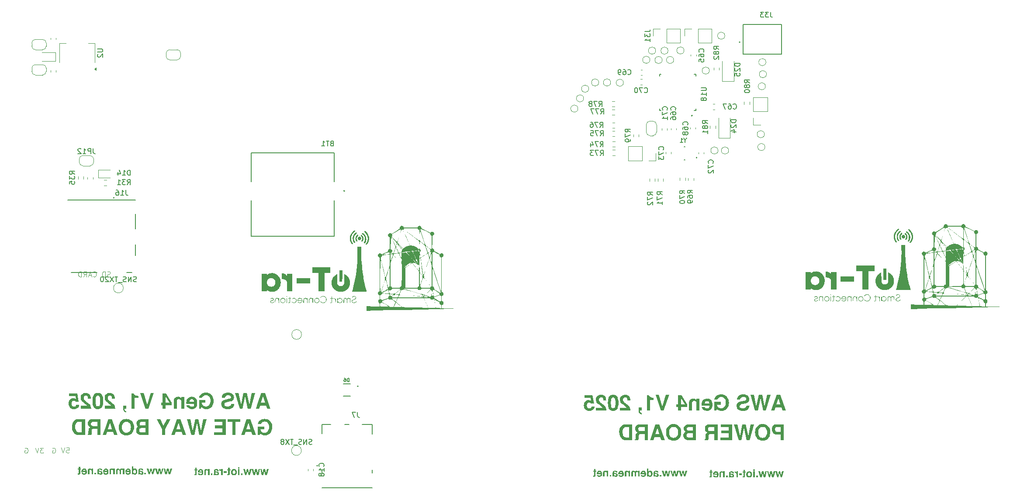
<source format=gbr>
%TF.GenerationSoftware,KiCad,Pcbnew,9.0.6*%
%TF.CreationDate,2026-02-17T13:33:00+03:00*%
%TF.ProjectId,AWS PROJECT,41575320-5052-44f4-9a45-43542e6b6963,rev?*%
%TF.SameCoordinates,Original*%
%TF.FileFunction,Legend,Bot*%
%TF.FilePolarity,Positive*%
%FSLAX46Y46*%
G04 Gerber Fmt 4.6, Leading zero omitted, Abs format (unit mm)*
G04 Created by KiCad (PCBNEW 9.0.6) date 2026-02-17 13:33:00*
%MOMM*%
%LPD*%
G01*
G04 APERTURE LIST*
%ADD10C,0.600000*%
%ADD11C,0.375000*%
%ADD12C,0.000000*%
%ADD13C,0.100000*%
%ADD14C,0.150000*%
%ADD15C,0.120000*%
%ADD16C,0.200000*%
%ADD17C,0.127000*%
G04 APERTURE END LIST*
D10*
G36*
X198840823Y-112880000D02*
G01*
X198198220Y-112880000D01*
X197988110Y-112270369D01*
X196854213Y-112270369D01*
X196640073Y-112880000D01*
X195997470Y-112880000D01*
X196387700Y-111742805D01*
X197005338Y-111742805D01*
X197786610Y-111742805D01*
X197408522Y-110543511D01*
X197005338Y-111742805D01*
X196387700Y-111742805D01*
X197047470Y-109820125D01*
X197773970Y-109820125D01*
X198840823Y-112880000D01*
G37*
G36*
X192005015Y-109820125D02*
G01*
X192861941Y-112880000D01*
X193428890Y-112880000D01*
X193937037Y-110537283D01*
X194440971Y-112880000D01*
X195007920Y-112880000D01*
X195864846Y-109820125D01*
X195196964Y-109820125D01*
X194726552Y-112111367D01*
X194268780Y-109820125D01*
X193601081Y-109820125D01*
X193143309Y-112136646D01*
X192672897Y-109820125D01*
X192005015Y-109820125D01*
G37*
G36*
X189298316Y-111975629D02*
G01*
X189312977Y-112165283D01*
X189354883Y-112330255D01*
X189422311Y-112474724D01*
X189515469Y-112601910D01*
X189636470Y-112713853D01*
X189809775Y-112821413D01*
X190020263Y-112902597D01*
X190275256Y-112954954D01*
X190583522Y-112973789D01*
X190859395Y-112955047D01*
X191091687Y-112902406D01*
X191287585Y-112819598D01*
X191452904Y-112707991D01*
X191593359Y-112564814D01*
X191701378Y-112396347D01*
X191778201Y-112198524D01*
X191822383Y-111965554D01*
X191213302Y-111965554D01*
X191175345Y-112120430D01*
X191110396Y-112241614D01*
X191018890Y-112335887D01*
X190896979Y-112406491D01*
X190737089Y-112452652D01*
X190528750Y-112469672D01*
X190340745Y-112456127D01*
X190191392Y-112419006D01*
X190073176Y-112361960D01*
X189976812Y-112279295D01*
X189921734Y-112183089D01*
X189903000Y-112068319D01*
X189919567Y-111943244D01*
X189966665Y-111842403D01*
X190045047Y-111759875D01*
X190161390Y-111693593D01*
X190327250Y-111645718D01*
X191074816Y-111502287D01*
X191269789Y-111444860D01*
X191434804Y-111354594D01*
X191574720Y-111230811D01*
X191682381Y-111079702D01*
X191746110Y-110914320D01*
X191767794Y-110729624D01*
X191747169Y-110511470D01*
X191688370Y-110325751D01*
X191593103Y-110166044D01*
X191459132Y-110028037D01*
X191299516Y-109921330D01*
X191109384Y-109841916D01*
X190882888Y-109791293D01*
X190612831Y-109773230D01*
X190320117Y-109791758D01*
X190077741Y-109843324D01*
X189877323Y-109923474D01*
X189711941Y-110030052D01*
X189597656Y-110139877D01*
X189509677Y-110264923D01*
X189446219Y-110407316D01*
X189407323Y-110570298D01*
X189394853Y-110758018D01*
X189982868Y-110758018D01*
X190010100Y-110619510D01*
X190072880Y-110504276D01*
X190173927Y-110407041D01*
X190299030Y-110337342D01*
X190451484Y-110293174D01*
X190637927Y-110277348D01*
X190824127Y-110291663D01*
X190959019Y-110329455D01*
X191054881Y-110385440D01*
X191120702Y-110458143D01*
X191161107Y-110550172D01*
X191175566Y-110667709D01*
X191155115Y-110777601D01*
X191094697Y-110866575D01*
X190986098Y-110939987D01*
X190810301Y-110995788D01*
X190163485Y-111128595D01*
X189871936Y-111206009D01*
X189668905Y-111291075D01*
X189533522Y-111380287D01*
X189433790Y-111488481D01*
X189360956Y-111620176D01*
X189314828Y-111780289D01*
X189298316Y-111975629D01*
G37*
G36*
X185000863Y-112891723D02*
G01*
X185382981Y-112891723D01*
X185458635Y-112514551D01*
X185607555Y-112679789D01*
X185775756Y-112806384D01*
X185965759Y-112897599D01*
X186181683Y-112954078D01*
X186428951Y-112973789D01*
X186650998Y-112956668D01*
X186855316Y-112906551D01*
X187045135Y-112823946D01*
X187223006Y-112707547D01*
X187390657Y-112554302D01*
X187541123Y-112367709D01*
X187658403Y-112161778D01*
X187743698Y-111933801D01*
X187796561Y-111680181D01*
X187814907Y-111396591D01*
X187796910Y-111098564D01*
X187745461Y-110836028D01*
X187663270Y-110604027D01*
X187551498Y-110398371D01*
X187409708Y-110215799D01*
X187238550Y-110057632D01*
X187048797Y-109935378D01*
X186837842Y-109846935D01*
X186601947Y-109792231D01*
X186336444Y-109773230D01*
X186046232Y-109792869D01*
X185799208Y-109848288D01*
X185588429Y-109935888D01*
X185408260Y-110054415D01*
X185262261Y-110197062D01*
X185146138Y-110365081D01*
X185058681Y-110562079D01*
X185000863Y-110793189D01*
X185576238Y-110793189D01*
X185646875Y-110632364D01*
X185737217Y-110506110D01*
X185847422Y-110408997D01*
X185979989Y-110338108D01*
X186139505Y-110293322D01*
X186332231Y-110277348D01*
X186526107Y-110296292D01*
X186693896Y-110350742D01*
X186840904Y-110439815D01*
X186970621Y-110566226D01*
X187071582Y-110715787D01*
X187146140Y-110891168D01*
X187193313Y-111097182D01*
X187210040Y-111339804D01*
X187192955Y-111583122D01*
X187144104Y-111796125D01*
X187065727Y-111983570D01*
X186958164Y-112149286D01*
X186820362Y-112292273D01*
X186670236Y-112390702D01*
X186504899Y-112449544D01*
X186319591Y-112469672D01*
X186169907Y-112456801D01*
X186032731Y-112419084D01*
X185905514Y-112356609D01*
X185786348Y-112267805D01*
X185684708Y-112159637D01*
X185608240Y-112039434D01*
X185555294Y-111905318D01*
X185525863Y-111754528D01*
X186231481Y-111754528D01*
X186231481Y-111238688D01*
X185000863Y-111238688D01*
X185000863Y-112891723D01*
G37*
G36*
X183800553Y-110584986D02*
G01*
X183973117Y-110626379D01*
X184122935Y-110692532D01*
X184253520Y-110783163D01*
X184367236Y-110899801D01*
X184477401Y-111069261D01*
X184560662Y-111277166D01*
X184614512Y-111531366D01*
X184633949Y-111841357D01*
X184618961Y-112071913D01*
X184576487Y-112270383D01*
X184509139Y-112441679D01*
X184417927Y-112589850D01*
X184302206Y-112717883D01*
X184156330Y-112829271D01*
X183995710Y-112908551D01*
X183817407Y-112957040D01*
X183617472Y-112973789D01*
X183437492Y-112960940D01*
X183268566Y-112923073D01*
X183108635Y-112860376D01*
X182956001Y-112771922D01*
X182817899Y-112661660D01*
X182704017Y-112536711D01*
X182612404Y-112395939D01*
X182542192Y-112237397D01*
X183130207Y-112237397D01*
X183178183Y-112330756D01*
X183273089Y-112420029D01*
X183404908Y-112483815D01*
X183546031Y-112504842D01*
X183688951Y-112488807D01*
X183807628Y-112443191D01*
X183907449Y-112368555D01*
X183983320Y-112270043D01*
X184029640Y-112152398D01*
X184045935Y-112010068D01*
X184037508Y-111930383D01*
X182529736Y-111930383D01*
X182517096Y-111749949D01*
X182533993Y-111531779D01*
X183138633Y-111531779D01*
X184037508Y-111531779D01*
X184000309Y-111351044D01*
X183935715Y-111223573D01*
X183846694Y-111136239D01*
X183729718Y-111082327D01*
X183575523Y-111062833D01*
X183423531Y-111082386D01*
X183310448Y-111136129D01*
X183226371Y-111222993D01*
X183167838Y-111350200D01*
X183138633Y-111531779D01*
X182533993Y-111531779D01*
X182537394Y-111487863D01*
X182595175Y-111262033D01*
X182687776Y-111066257D01*
X182815317Y-110895771D01*
X182974801Y-110754459D01*
X183155732Y-110653887D01*
X183362371Y-110592015D01*
X183600802Y-110570439D01*
X183800553Y-110584986D01*
G37*
G36*
X180100008Y-112880000D02*
G01*
X180688023Y-112880000D01*
X180688023Y-111323135D01*
X180699825Y-111244914D01*
X180734166Y-111179797D01*
X180793169Y-111124382D01*
X180910679Y-111071108D01*
X181078750Y-111051109D01*
X181206648Y-111063453D01*
X181315264Y-111098638D01*
X181408478Y-111155706D01*
X181482999Y-111232966D01*
X181526111Y-111319657D01*
X181540736Y-111419488D01*
X181540736Y-112880000D01*
X182128750Y-112880000D01*
X182128750Y-110605610D01*
X181540736Y-110605610D01*
X181540736Y-110943764D01*
X181450142Y-110804949D01*
X181347013Y-110702033D01*
X181230410Y-110629787D01*
X181097591Y-110585743D01*
X180944295Y-110570439D01*
X180753612Y-110584081D01*
X180590732Y-110622690D01*
X180451076Y-110684016D01*
X180331001Y-110767543D01*
X180229952Y-110873855D01*
X180158692Y-110993831D01*
X180115143Y-111130238D01*
X180100008Y-111287231D01*
X180100008Y-112880000D01*
G37*
G36*
X179727965Y-111723937D02*
G01*
X179727965Y-112223475D01*
X178535083Y-112223475D01*
X178535083Y-112880000D01*
X177947069Y-112880000D01*
X177947069Y-112223475D01*
X177636392Y-112223475D01*
X177636392Y-111731081D01*
X177947069Y-111731081D01*
X178535083Y-111731081D01*
X179307929Y-111731081D01*
X178535083Y-110491488D01*
X178535083Y-111731081D01*
X177947069Y-111731081D01*
X177947069Y-109902191D01*
X178631803Y-109902191D01*
X179727965Y-111723937D01*
G37*
G36*
X173607667Y-109820125D02*
G01*
X174649241Y-112880000D01*
X175191093Y-112880000D01*
X176228454Y-109820125D01*
X175594277Y-109820125D01*
X174917969Y-112124007D01*
X174246057Y-109820125D01*
X173607667Y-109820125D01*
G37*
G36*
X171942541Y-112880000D02*
G01*
X172530556Y-112880000D01*
X172530556Y-110821948D01*
X173244600Y-110821948D01*
X173244600Y-110439830D01*
X172959476Y-110400953D01*
X172765335Y-110354811D01*
X172639733Y-110305375D01*
X172515397Y-110214867D01*
X172407668Y-110083520D01*
X172316416Y-109902191D01*
X171942541Y-109902191D01*
X171942541Y-112880000D01*
G37*
G36*
X170298299Y-112917185D02*
G01*
X170316443Y-113113864D01*
X170366053Y-113265962D01*
X170443196Y-113383384D01*
X170550748Y-113475343D01*
X170707651Y-113554771D01*
X170928445Y-113618590D01*
X170928445Y-113382285D01*
X170826307Y-113347777D01*
X170737430Y-113289512D01*
X170659534Y-113204965D01*
X170589556Y-113077372D01*
X170567210Y-112947594D01*
X170575636Y-112880000D01*
X170928445Y-112880000D01*
X170928445Y-112270369D01*
X170298299Y-112270369D01*
X170298299Y-112917185D01*
G37*
G36*
X166705364Y-110726693D02*
G01*
X166720227Y-110985680D01*
X166755739Y-111138304D01*
X166816381Y-111247614D01*
X166948996Y-111415642D01*
X167111015Y-111580558D01*
X167303820Y-111739141D01*
X167700776Y-112039560D01*
X167821968Y-112146163D01*
X167909787Y-112250147D01*
X167969504Y-112352435D01*
X166713790Y-112352435D01*
X166713790Y-112880000D01*
X168738136Y-112880000D01*
X168706824Y-112598263D01*
X168651931Y-112375075D01*
X168577919Y-112200167D01*
X168487443Y-112064861D01*
X168381114Y-111962440D01*
X167717629Y-111453194D01*
X167554524Y-111310555D01*
X167438131Y-111173593D01*
X167360632Y-111040928D01*
X167316292Y-110910500D01*
X167301805Y-110779633D01*
X167315589Y-110649529D01*
X167354979Y-110539464D01*
X167419408Y-110445143D01*
X167505131Y-110371259D01*
X167603157Y-110327550D01*
X167717629Y-110312519D01*
X167846208Y-110328955D01*
X167945594Y-110374785D01*
X168023016Y-110449675D01*
X168081142Y-110559649D01*
X168117518Y-110715988D01*
X168125026Y-110933872D01*
X168691974Y-110933872D01*
X168680422Y-110659967D01*
X168631835Y-110435849D01*
X168551125Y-110252293D01*
X168439916Y-110102042D01*
X168303819Y-109986865D01*
X168143041Y-109903108D01*
X167952670Y-109850499D01*
X167726055Y-109831849D01*
X167500934Y-109848862D01*
X167306251Y-109897337D01*
X167136905Y-109975024D01*
X166988930Y-110081892D01*
X166864569Y-110216296D01*
X166777074Y-110366168D01*
X166723802Y-110534714D01*
X166705364Y-110726693D01*
G37*
G36*
X165583101Y-109847458D02*
G01*
X165758825Y-109891586D01*
X165908712Y-109961732D01*
X166036907Y-110057580D01*
X166146069Y-110181015D01*
X166237151Y-110335966D01*
X166305079Y-110511749D01*
X166359359Y-110740357D01*
X166395856Y-111033154D01*
X166409342Y-111402819D01*
X166395856Y-111772484D01*
X166359359Y-112065280D01*
X166305079Y-112293889D01*
X166237151Y-112469672D01*
X166146069Y-112624622D01*
X166036907Y-112748057D01*
X165908712Y-112843906D01*
X165758825Y-112914052D01*
X165583101Y-112958179D01*
X165376195Y-112973789D01*
X165169125Y-112958142D01*
X164993675Y-112913951D01*
X164844399Y-112843771D01*
X164717078Y-112747939D01*
X164609018Y-112624563D01*
X164519269Y-112469672D01*
X164456888Y-112298744D01*
X164406530Y-112072470D01*
X164372399Y-111778440D01*
X164359717Y-111402819D01*
X164947732Y-111402819D01*
X164965504Y-111947221D01*
X165002320Y-112178595D01*
X165057973Y-112291620D01*
X165135833Y-112369147D01*
X165239096Y-112417113D01*
X165376195Y-112434501D01*
X165515573Y-112417007D01*
X165620095Y-112368869D01*
X165698472Y-112291321D01*
X165754099Y-112178595D01*
X165785888Y-112045319D01*
X165810929Y-111802977D01*
X165821327Y-111402819D01*
X165811579Y-111002633D01*
X165788099Y-110760254D01*
X165758312Y-110627042D01*
X165700799Y-110514276D01*
X165621026Y-110436667D01*
X165515636Y-110388568D01*
X165376195Y-110371137D01*
X165239096Y-110388524D01*
X165135833Y-110436491D01*
X165057973Y-110514017D01*
X165002320Y-110627042D01*
X164965504Y-110858416D01*
X164947732Y-111402819D01*
X164359717Y-111402819D01*
X164372399Y-111027197D01*
X164406530Y-110733167D01*
X164456888Y-110506893D01*
X164519269Y-110335966D01*
X164609018Y-110181075D01*
X164717078Y-110057698D01*
X164844399Y-109961867D01*
X164993675Y-109891687D01*
X165169125Y-109847496D01*
X165376195Y-109831849D01*
X165583101Y-109847458D01*
G37*
G36*
X162039349Y-110726693D02*
G01*
X162054212Y-110985680D01*
X162089724Y-111138304D01*
X162150366Y-111247614D01*
X162282981Y-111415642D01*
X162445000Y-111580558D01*
X162637805Y-111739141D01*
X163034760Y-112039560D01*
X163155952Y-112146163D01*
X163243772Y-112250147D01*
X163303489Y-112352435D01*
X162047775Y-112352435D01*
X162047775Y-112880000D01*
X164072121Y-112880000D01*
X164040808Y-112598263D01*
X163985916Y-112375075D01*
X163911904Y-112200167D01*
X163821428Y-112064861D01*
X163715099Y-111962440D01*
X163051613Y-111453194D01*
X162888509Y-111310555D01*
X162772116Y-111173593D01*
X162694616Y-111040928D01*
X162650277Y-110910500D01*
X162635790Y-110779633D01*
X162649574Y-110649529D01*
X162688963Y-110539464D01*
X162753393Y-110445143D01*
X162839115Y-110371259D01*
X162937142Y-110327550D01*
X163051613Y-110312519D01*
X163180193Y-110328955D01*
X163279578Y-110374785D01*
X163357001Y-110449675D01*
X163415127Y-110559649D01*
X163451502Y-110715988D01*
X163459010Y-110933872D01*
X164025959Y-110933872D01*
X164014406Y-110659967D01*
X163965819Y-110435849D01*
X163885109Y-110252293D01*
X163773900Y-110102042D01*
X163637804Y-109986865D01*
X163477026Y-109903108D01*
X163286655Y-109850499D01*
X163060040Y-109831849D01*
X162834919Y-109848862D01*
X162640236Y-109897337D01*
X162470890Y-109975024D01*
X162322915Y-110081892D01*
X162198553Y-110216296D01*
X162111059Y-110366168D01*
X162057786Y-110534714D01*
X162039349Y-110726693D01*
G37*
G36*
X159689488Y-111898876D02*
G01*
X159709492Y-112129084D01*
X159767236Y-112332428D01*
X159861522Y-112513925D01*
X159994120Y-112677217D01*
X160155761Y-112811807D01*
X160334778Y-112907155D01*
X160534721Y-112965379D01*
X160760554Y-112985512D01*
X160966560Y-112968564D01*
X161153410Y-112919171D01*
X161324664Y-112837940D01*
X161483025Y-112723379D01*
X161616972Y-112581112D01*
X161702289Y-112433285D01*
X161745341Y-112276642D01*
X161747540Y-112106238D01*
X161176378Y-112106238D01*
X161146648Y-112241084D01*
X161105831Y-112334646D01*
X161056577Y-112397131D01*
X160990933Y-112440980D01*
X160898092Y-112470296D01*
X160768981Y-112481395D01*
X160624500Y-112463972D01*
X160509975Y-112415110D01*
X160418370Y-112335582D01*
X160352103Y-112231611D01*
X160309743Y-112099486D01*
X160294356Y-111931482D01*
X160310620Y-111730950D01*
X160353789Y-111584509D01*
X160418338Y-111479273D01*
X160503198Y-111406066D01*
X160611945Y-111360593D01*
X160752128Y-111344200D01*
X160874447Y-111358496D01*
X160974543Y-111399021D01*
X161057487Y-111465369D01*
X161125819Y-111561271D01*
X161663459Y-111561271D01*
X161394731Y-109902191D01*
X159811304Y-109902191D01*
X159811304Y-110429755D01*
X161033496Y-110429755D01*
X161134429Y-111039752D01*
X160974823Y-110953274D01*
X160859289Y-110908227D01*
X160739078Y-110884489D01*
X160567297Y-110875254D01*
X160384968Y-110893901D01*
X160222230Y-110948278D01*
X160074695Y-111038691D01*
X159939532Y-111168895D01*
X159831614Y-111322051D01*
X159753984Y-111492471D01*
X159706109Y-111683366D01*
X159689488Y-111898876D01*
G37*
D11*
G36*
X196836596Y-124694471D02*
G01*
X197153684Y-125831666D01*
X197456118Y-125831666D01*
X197634629Y-125026305D01*
X197815246Y-125831666D01*
X198117588Y-125831666D01*
X198434677Y-124694471D01*
X198130228Y-124694471D01*
X197953823Y-125489390D01*
X197787952Y-124694471D01*
X197483412Y-124694471D01*
X197317540Y-125487283D01*
X197141136Y-124694471D01*
X196836596Y-124694471D01*
G37*
G36*
X195204076Y-124694471D02*
G01*
X195521165Y-125831666D01*
X195823598Y-125831666D01*
X196002109Y-125026305D01*
X196182727Y-125831666D01*
X196485069Y-125831666D01*
X196802157Y-124694471D01*
X196497709Y-124694471D01*
X196321304Y-125489390D01*
X196155433Y-124694471D01*
X195850893Y-124694471D01*
X195685021Y-125487283D01*
X195508617Y-124694471D01*
X195204076Y-124694471D01*
G37*
G36*
X193571557Y-124694471D02*
G01*
X193888645Y-125831666D01*
X194191079Y-125831666D01*
X194369590Y-125026305D01*
X194550208Y-125831666D01*
X194852550Y-125831666D01*
X195169638Y-124694471D01*
X194865189Y-124694471D01*
X194688785Y-125489390D01*
X194522914Y-124694471D01*
X194218373Y-124694471D01*
X194052502Y-125487283D01*
X193876097Y-124694471D01*
X193571557Y-124694471D01*
G37*
G36*
X193098215Y-125831666D02*
G01*
X193413288Y-125831666D01*
X193413288Y-125526850D01*
X193098215Y-125526850D01*
X193098215Y-125831666D01*
G37*
G36*
X192529709Y-124565511D02*
G01*
X192823716Y-124565511D01*
X192823716Y-124301728D01*
X192529709Y-124301728D01*
X192529709Y-124565511D01*
G37*
G36*
X192529709Y-125831666D02*
G01*
X192823716Y-125831666D01*
X192823716Y-124694471D01*
X192529709Y-124694471D01*
X192529709Y-125831666D01*
G37*
G36*
X191854522Y-124683924D02*
G01*
X191947687Y-124703926D01*
X192028650Y-124735747D01*
X192099209Y-124778976D01*
X192160688Y-124833964D01*
X192222722Y-124916212D01*
X192268423Y-125014013D01*
X192297382Y-125130429D01*
X192307692Y-125269388D01*
X192297420Y-125410439D01*
X192268499Y-125529390D01*
X192222777Y-125630007D01*
X192160688Y-125715253D01*
X192098670Y-125773214D01*
X192028868Y-125818253D01*
X191950191Y-125851032D01*
X191861082Y-125871435D01*
X191759611Y-125878560D01*
X191649281Y-125871493D01*
X191553836Y-125851427D01*
X191471043Y-125819561D01*
X191399045Y-125776367D01*
X191336460Y-125721573D01*
X191273279Y-125639145D01*
X191226580Y-125540086D01*
X191196869Y-125421045D01*
X191186482Y-125280837D01*
X191480258Y-125280837D01*
X191489133Y-125379801D01*
X191514071Y-125461626D01*
X191553806Y-125529690D01*
X191608446Y-125584206D01*
X191670493Y-125615764D01*
X191742758Y-125626502D01*
X191812555Y-125616103D01*
X191875104Y-125585040D01*
X191932810Y-125530697D01*
X191976209Y-125463188D01*
X192002490Y-125386961D01*
X192011578Y-125299613D01*
X192002544Y-125193571D01*
X191977206Y-125105905D01*
X191937023Y-125033083D01*
X191895693Y-124986158D01*
X191850912Y-124954261D01*
X191801842Y-124935374D01*
X191746972Y-124928944D01*
X191674693Y-124939733D01*
X191611913Y-124971593D01*
X191555913Y-125026855D01*
X191515096Y-125095763D01*
X191489420Y-125179214D01*
X191480258Y-125280837D01*
X191186482Y-125280837D01*
X191186251Y-125277723D01*
X191196654Y-125136580D01*
X191225858Y-125018429D01*
X191271909Y-124919270D01*
X191334354Y-124835979D01*
X191396369Y-124780089D01*
X191467149Y-124736279D01*
X191547959Y-124704124D01*
X191640529Y-124683964D01*
X191746972Y-124676885D01*
X191854522Y-124683924D01*
G37*
G36*
X190466803Y-125853556D02*
G01*
X190567767Y-125872682D01*
X190653649Y-125878560D01*
X190725376Y-125870764D01*
X190788435Y-125848108D01*
X190844800Y-125810416D01*
X190890020Y-125760703D01*
X190915913Y-125707139D01*
X190924575Y-125647751D01*
X190924575Y-124911358D01*
X191069472Y-124911358D01*
X191069472Y-124717918D01*
X190924575Y-124717918D01*
X190924575Y-124407241D01*
X190630568Y-124407241D01*
X190630568Y-124717918D01*
X190466803Y-124717918D01*
X190466803Y-124911358D01*
X190630568Y-124911358D01*
X190630568Y-125590140D01*
X190620928Y-125624490D01*
X190591671Y-125646247D01*
X190531924Y-125655261D01*
X190466803Y-125651048D01*
X190466803Y-125853556D01*
G37*
G36*
X189774008Y-125392028D02*
G01*
X190345262Y-125392028D01*
X190345262Y-125110661D01*
X189774008Y-125110661D01*
X189774008Y-125392028D01*
G37*
G36*
X188923860Y-124972724D02*
G01*
X189009956Y-124969977D01*
X189090061Y-124978038D01*
X189153603Y-125000413D01*
X189204220Y-125035922D01*
X189243274Y-125083620D01*
X189266537Y-125138285D01*
X189274562Y-125202160D01*
X189274562Y-125831666D01*
X189568570Y-125831666D01*
X189568570Y-124694471D01*
X189274562Y-124694471D01*
X189274562Y-124913923D01*
X189247072Y-124851703D01*
X189205660Y-124795851D01*
X189148625Y-124745487D01*
X189083112Y-124706178D01*
X189020566Y-124684025D01*
X188959581Y-124676885D01*
X188923860Y-124681007D01*
X188923860Y-124972724D01*
G37*
G36*
X188441979Y-124684340D02*
G01*
X188538268Y-124704602D01*
X188613404Y-124735251D01*
X188671435Y-124774979D01*
X188718921Y-124827434D01*
X188755260Y-124893037D01*
X188780189Y-124974514D01*
X188792152Y-125075490D01*
X188512891Y-125075490D01*
X188501945Y-125005408D01*
X188476973Y-124955043D01*
X188438820Y-124919375D01*
X188384779Y-124896465D01*
X188309192Y-124887911D01*
X188230501Y-124894415D01*
X188179576Y-124910827D01*
X188148188Y-124934175D01*
X188130969Y-124964209D01*
X188126468Y-125003499D01*
X188133992Y-125046351D01*
X188149221Y-125078086D01*
X188171623Y-125101318D01*
X188220133Y-125126008D01*
X188304979Y-125146473D01*
X188525439Y-125175965D01*
X188613170Y-125199228D01*
X188685774Y-125239026D01*
X188745990Y-125295766D01*
X188791161Y-125365433D01*
X188818452Y-125443814D01*
X188827873Y-125533353D01*
X188821756Y-125617550D01*
X188804673Y-125687281D01*
X188777892Y-125745101D01*
X188741777Y-125793014D01*
X188696050Y-125831576D01*
X188640616Y-125859941D01*
X188573463Y-125877968D01*
X188491917Y-125884422D01*
X188395132Y-125874492D01*
X188303435Y-125844820D01*
X188215011Y-125794335D01*
X188128575Y-125720382D01*
X188113989Y-125791967D01*
X188097067Y-125831666D01*
X187784192Y-125831666D01*
X187784192Y-125793930D01*
X187821259Y-125754173D01*
X187842258Y-125712065D01*
X187849222Y-125666069D01*
X187849222Y-125336066D01*
X188128575Y-125336066D01*
X188137139Y-125438354D01*
X188159947Y-125513414D01*
X188194245Y-125567720D01*
X188239671Y-125605792D01*
X188298310Y-125629605D01*
X188374314Y-125638225D01*
X188450851Y-125628435D01*
X188498389Y-125603350D01*
X188525990Y-125564772D01*
X188535972Y-125508166D01*
X188527298Y-125452599D01*
X188503125Y-125411878D01*
X188462516Y-125382228D01*
X188396915Y-125359878D01*
X188256711Y-125336066D01*
X188192882Y-125321102D01*
X188128575Y-125292011D01*
X188128575Y-125336066D01*
X187849222Y-125336066D01*
X187849222Y-125039494D01*
X187858911Y-124942882D01*
X187885949Y-124865166D01*
X187929096Y-124802228D01*
X187989594Y-124751539D01*
X188070987Y-124712500D01*
X188178704Y-124686531D01*
X188319634Y-124676885D01*
X188441979Y-124684340D01*
G37*
G36*
X187268626Y-125831666D02*
G01*
X187583700Y-125831666D01*
X187583700Y-125526850D01*
X187268626Y-125526850D01*
X187268626Y-125831666D01*
G37*
G36*
X185988183Y-125831666D02*
G01*
X186282190Y-125831666D01*
X186282190Y-125053233D01*
X186288092Y-125014123D01*
X186305262Y-124981564D01*
X186334764Y-124953857D01*
X186393518Y-124927220D01*
X186477554Y-124917220D01*
X186541503Y-124923392D01*
X186595811Y-124940985D01*
X186642418Y-124969519D01*
X186679679Y-125008149D01*
X186701235Y-125051494D01*
X186708547Y-125101410D01*
X186708547Y-125831666D01*
X187002554Y-125831666D01*
X187002554Y-124694471D01*
X186708547Y-124694471D01*
X186708547Y-124863548D01*
X186663250Y-124794140D01*
X186611685Y-124742682D01*
X186553384Y-124706559D01*
X186486975Y-124684537D01*
X186410326Y-124676885D01*
X186314985Y-124683706D01*
X186233545Y-124703011D01*
X186163717Y-124733674D01*
X186103679Y-124775437D01*
X186053155Y-124828593D01*
X186017525Y-124888581D01*
X185995751Y-124956785D01*
X185988183Y-125035281D01*
X185988183Y-125831666D01*
G37*
G36*
X185389677Y-124684159D02*
G01*
X185475959Y-124704855D01*
X185550868Y-124737932D01*
X185616160Y-124783247D01*
X185673018Y-124841566D01*
X185728101Y-124926296D01*
X185769731Y-125030249D01*
X185796656Y-125157349D01*
X185806375Y-125312344D01*
X185798881Y-125427622D01*
X185777644Y-125526857D01*
X185743970Y-125612505D01*
X185698364Y-125686591D01*
X185640503Y-125750607D01*
X185567565Y-125806301D01*
X185487255Y-125845941D01*
X185398104Y-125870186D01*
X185298136Y-125878560D01*
X185208146Y-125872136D01*
X185123683Y-125853202D01*
X185043718Y-125821854D01*
X184967401Y-125777627D01*
X184898350Y-125722496D01*
X184841409Y-125660021D01*
X184795602Y-125589635D01*
X184760496Y-125510364D01*
X185054504Y-125510364D01*
X185078492Y-125557044D01*
X185125945Y-125601680D01*
X185191854Y-125633573D01*
X185262416Y-125644087D01*
X185333876Y-125636069D01*
X185393214Y-125613261D01*
X185443125Y-125575943D01*
X185481060Y-125526687D01*
X185504220Y-125467865D01*
X185512368Y-125396700D01*
X185508154Y-125356857D01*
X184754268Y-125356857D01*
X184747949Y-125266640D01*
X184756397Y-125157555D01*
X185058717Y-125157555D01*
X185508154Y-125157555D01*
X185489555Y-125067188D01*
X185457258Y-125003452D01*
X185412747Y-124959785D01*
X185354259Y-124932829D01*
X185277162Y-124923082D01*
X185201166Y-124932859D01*
X185144624Y-124959730D01*
X185102586Y-125003162D01*
X185073319Y-125066766D01*
X185058717Y-125157555D01*
X184756397Y-125157555D01*
X184758097Y-125135597D01*
X184786988Y-125022682D01*
X184833288Y-124924794D01*
X184897059Y-124839551D01*
X184976801Y-124768895D01*
X185067266Y-124718609D01*
X185170586Y-124687673D01*
X185289801Y-124676885D01*
X185389677Y-124684159D01*
G37*
G36*
X184053963Y-125853556D02*
G01*
X184154927Y-125872682D01*
X184240809Y-125878560D01*
X184312536Y-125870764D01*
X184375595Y-125848108D01*
X184431959Y-125810416D01*
X184477179Y-125760703D01*
X184503073Y-125707139D01*
X184511735Y-125647751D01*
X184511735Y-124911358D01*
X184656632Y-124911358D01*
X184656632Y-124717918D01*
X184511735Y-124717918D01*
X184511735Y-124407241D01*
X184217728Y-124407241D01*
X184217728Y-124717918D01*
X184053963Y-124717918D01*
X184053963Y-124911358D01*
X184217728Y-124911358D01*
X184217728Y-125590140D01*
X184208088Y-125624490D01*
X184178831Y-125646247D01*
X184119084Y-125655261D01*
X184053963Y-125651048D01*
X184053963Y-125853556D01*
G37*
G36*
X178123344Y-124564471D02*
G01*
X178440432Y-125701666D01*
X178742866Y-125701666D01*
X178921377Y-124896305D01*
X179101994Y-125701666D01*
X179404336Y-125701666D01*
X179721425Y-124564471D01*
X179416976Y-124564471D01*
X179240572Y-125359390D01*
X179074700Y-124564471D01*
X178770160Y-124564471D01*
X178604288Y-125357283D01*
X178427884Y-124564471D01*
X178123344Y-124564471D01*
G37*
G36*
X176490824Y-124564471D02*
G01*
X176807913Y-125701666D01*
X177110346Y-125701666D01*
X177288857Y-124896305D01*
X177469475Y-125701666D01*
X177771817Y-125701666D01*
X178088905Y-124564471D01*
X177784457Y-124564471D01*
X177608052Y-125359390D01*
X177442181Y-124564471D01*
X177137641Y-124564471D01*
X176971769Y-125357283D01*
X176795365Y-124564471D01*
X176490824Y-124564471D01*
G37*
G36*
X174858305Y-124564471D02*
G01*
X175175394Y-125701666D01*
X175477827Y-125701666D01*
X175656338Y-124896305D01*
X175836956Y-125701666D01*
X176139298Y-125701666D01*
X176456386Y-124564471D01*
X176151938Y-124564471D01*
X175975533Y-125359390D01*
X175809662Y-124564471D01*
X175505121Y-124564471D01*
X175339250Y-125357283D01*
X175162846Y-124564471D01*
X174858305Y-124564471D01*
G37*
G36*
X174384963Y-125701666D02*
G01*
X174700036Y-125701666D01*
X174700036Y-125396850D01*
X174384963Y-125396850D01*
X174384963Y-125701666D01*
G37*
G36*
X173808559Y-124554340D02*
G01*
X173904848Y-124574602D01*
X173979984Y-124605251D01*
X174038016Y-124644979D01*
X174085501Y-124697434D01*
X174121841Y-124763037D01*
X174146769Y-124844514D01*
X174158733Y-124945490D01*
X173879472Y-124945490D01*
X173868525Y-124875408D01*
X173843554Y-124825043D01*
X173805401Y-124789375D01*
X173751360Y-124766465D01*
X173675773Y-124757911D01*
X173597081Y-124764415D01*
X173546157Y-124780827D01*
X173514769Y-124804175D01*
X173497550Y-124834209D01*
X173493049Y-124873499D01*
X173500572Y-124916351D01*
X173515802Y-124948086D01*
X173538203Y-124971318D01*
X173586714Y-124996008D01*
X173671560Y-125016473D01*
X173892020Y-125045965D01*
X173979750Y-125069228D01*
X174052355Y-125109026D01*
X174112571Y-125165766D01*
X174157742Y-125235433D01*
X174185032Y-125313814D01*
X174194453Y-125403353D01*
X174188337Y-125487550D01*
X174171253Y-125557281D01*
X174144473Y-125615101D01*
X174108358Y-125663014D01*
X174062631Y-125701576D01*
X174007196Y-125729941D01*
X173940044Y-125747968D01*
X173858497Y-125754422D01*
X173761712Y-125744492D01*
X173670016Y-125714820D01*
X173581592Y-125664335D01*
X173495155Y-125590382D01*
X173480570Y-125661967D01*
X173463648Y-125701666D01*
X173150773Y-125701666D01*
X173150773Y-125663930D01*
X173187840Y-125624173D01*
X173208839Y-125582065D01*
X173215803Y-125536069D01*
X173215803Y-125206066D01*
X173495155Y-125206066D01*
X173503720Y-125308354D01*
X173526527Y-125383414D01*
X173560825Y-125437720D01*
X173606252Y-125475792D01*
X173664891Y-125499605D01*
X173740894Y-125508225D01*
X173817432Y-125498435D01*
X173864969Y-125473350D01*
X173892570Y-125434772D01*
X173902552Y-125378166D01*
X173893879Y-125322599D01*
X173869705Y-125281878D01*
X173829096Y-125252228D01*
X173763496Y-125229878D01*
X173623291Y-125206066D01*
X173559463Y-125191102D01*
X173495155Y-125162011D01*
X173495155Y-125206066D01*
X173215803Y-125206066D01*
X173215803Y-124909494D01*
X173225492Y-124812882D01*
X173252530Y-124735166D01*
X173295677Y-124672228D01*
X173356175Y-124621539D01*
X173437567Y-124582500D01*
X173545285Y-124556531D01*
X173686214Y-124546885D01*
X173808559Y-124554340D01*
G37*
G36*
X172234130Y-124721000D02*
G01*
X172276320Y-124657593D01*
X172326249Y-124609787D01*
X172384657Y-124575592D01*
X172453235Y-124554365D01*
X172534457Y-124546885D01*
X172633841Y-124555098D01*
X172719655Y-124578543D01*
X172794325Y-124616321D01*
X172859651Y-124668763D01*
X172916666Y-124737395D01*
X172961914Y-124818635D01*
X172995328Y-124911391D01*
X173016348Y-125017560D01*
X173023736Y-125139388D01*
X173016172Y-125252159D01*
X172993963Y-125357343D01*
X172957390Y-125456182D01*
X172906133Y-125549716D01*
X172847797Y-125625401D01*
X172787005Y-125680652D01*
X172723325Y-125718545D01*
X172655739Y-125740984D01*
X172582725Y-125748560D01*
X172486941Y-125741146D01*
X172406588Y-125720285D01*
X172338930Y-125687245D01*
X172281872Y-125642170D01*
X172234130Y-125584063D01*
X172234130Y-125707527D01*
X171940122Y-125707527D01*
X171940122Y-125155050D01*
X172234130Y-125155050D01*
X172242927Y-125254009D01*
X172267541Y-125335070D01*
X172306578Y-125401796D01*
X172360451Y-125454983D01*
X172422148Y-125485928D01*
X172494523Y-125496502D01*
X172555811Y-125486739D01*
X172608891Y-125457767D01*
X172656181Y-125406925D01*
X172693030Y-125340964D01*
X172716837Y-125257146D01*
X172725516Y-125150837D01*
X172717166Y-125045806D01*
X172694145Y-124961836D01*
X172658379Y-124894748D01*
X172607634Y-124840910D01*
X172548433Y-124809656D01*
X172477762Y-124798944D01*
X172412772Y-124809669D01*
X172355511Y-124841809D01*
X172303464Y-124898870D01*
X172266165Y-124968651D01*
X172242563Y-125052914D01*
X172234130Y-125155050D01*
X171940122Y-125155050D01*
X171940122Y-124171728D01*
X172234130Y-124171728D01*
X172234130Y-124721000D01*
G37*
G36*
X171339509Y-124554159D02*
G01*
X171425791Y-124574855D01*
X171500700Y-124607932D01*
X171565993Y-124653247D01*
X171622851Y-124711566D01*
X171677933Y-124796296D01*
X171719564Y-124900249D01*
X171746489Y-125027349D01*
X171756207Y-125182344D01*
X171748713Y-125297622D01*
X171727476Y-125396857D01*
X171693802Y-125482505D01*
X171648196Y-125556591D01*
X171590336Y-125620607D01*
X171517398Y-125676301D01*
X171437088Y-125715941D01*
X171347936Y-125740186D01*
X171247969Y-125748560D01*
X171157979Y-125742136D01*
X171073516Y-125723202D01*
X170993550Y-125691854D01*
X170917233Y-125647627D01*
X170848182Y-125592496D01*
X170791241Y-125530021D01*
X170745435Y-125459635D01*
X170710329Y-125380364D01*
X171004336Y-125380364D01*
X171028324Y-125427044D01*
X171075777Y-125471680D01*
X171141687Y-125503573D01*
X171212248Y-125514087D01*
X171283708Y-125506069D01*
X171343047Y-125483261D01*
X171392957Y-125445943D01*
X171430893Y-125396687D01*
X171454053Y-125337865D01*
X171462200Y-125266700D01*
X171457987Y-125226857D01*
X170704101Y-125226857D01*
X170697781Y-125136640D01*
X170706229Y-125027555D01*
X171008550Y-125027555D01*
X171457987Y-125027555D01*
X171439387Y-124937188D01*
X171407090Y-124873452D01*
X171362580Y-124829785D01*
X171304092Y-124802829D01*
X171226994Y-124793082D01*
X171150998Y-124802859D01*
X171094457Y-124829730D01*
X171052418Y-124873162D01*
X171023152Y-124936766D01*
X171008550Y-125027555D01*
X170706229Y-125027555D01*
X170707930Y-125005597D01*
X170736820Y-124892682D01*
X170783121Y-124794794D01*
X170846891Y-124709551D01*
X170926633Y-124638895D01*
X171017099Y-124588609D01*
X171120418Y-124557673D01*
X171239634Y-124546885D01*
X171339509Y-124554159D01*
G37*
G36*
X168905435Y-125701666D02*
G01*
X169199443Y-125701666D01*
X169199443Y-124912059D01*
X169208036Y-124878574D01*
X169237270Y-124842908D01*
X169271845Y-124819151D01*
X169314490Y-124804270D01*
X169367421Y-124798944D01*
X169412748Y-124805253D01*
X169456435Y-124824531D01*
X169499770Y-124858661D01*
X169534742Y-124901245D01*
X169554314Y-124943730D01*
X169560678Y-124987438D01*
X169560678Y-125701666D01*
X169854685Y-125701666D01*
X169854685Y-124933308D01*
X169864547Y-124884765D01*
X169894619Y-124842999D01*
X169927908Y-124819270D01*
X169969777Y-124804328D01*
X170022663Y-124798944D01*
X170073517Y-124805305D01*
X170118489Y-124823975D01*
X170159134Y-124855639D01*
X170191153Y-124896163D01*
X170209646Y-124939102D01*
X170215829Y-124985790D01*
X170215829Y-125701666D01*
X170509836Y-125701666D01*
X170509836Y-124564471D01*
X170215829Y-124564471D01*
X170215829Y-124729335D01*
X170136085Y-124636857D01*
X170072031Y-124586269D01*
X170001344Y-124557127D01*
X169915502Y-124546885D01*
X169821985Y-124557157D01*
X169738735Y-124587175D01*
X169663296Y-124637408D01*
X169594200Y-124710467D01*
X169531154Y-124638264D01*
X169458727Y-124588036D01*
X169375093Y-124557515D01*
X169277112Y-124546885D01*
X169169195Y-124556704D01*
X169083233Y-124583874D01*
X169014612Y-124626570D01*
X168967937Y-124673351D01*
X168934208Y-124730033D01*
X168913000Y-124798659D01*
X168905435Y-124882200D01*
X168905435Y-125701666D01*
G37*
G36*
X167623710Y-125701666D02*
G01*
X167917717Y-125701666D01*
X167917717Y-124923233D01*
X167923619Y-124884123D01*
X167940789Y-124851564D01*
X167970291Y-124823857D01*
X168029045Y-124797220D01*
X168113081Y-124787220D01*
X168177030Y-124793392D01*
X168231338Y-124810985D01*
X168277945Y-124839519D01*
X168315206Y-124878149D01*
X168336762Y-124921494D01*
X168344074Y-124971410D01*
X168344074Y-125701666D01*
X168638081Y-125701666D01*
X168638081Y-124564471D01*
X168344074Y-124564471D01*
X168344074Y-124733548D01*
X168298777Y-124664140D01*
X168247212Y-124612682D01*
X168188911Y-124576559D01*
X168122502Y-124554537D01*
X168045853Y-124546885D01*
X167950512Y-124553706D01*
X167869072Y-124573011D01*
X167799244Y-124603674D01*
X167739206Y-124645437D01*
X167688682Y-124698593D01*
X167653052Y-124758581D01*
X167631277Y-124826785D01*
X167623710Y-124905281D01*
X167623710Y-125701666D01*
G37*
G36*
X167025204Y-124554159D02*
G01*
X167111486Y-124574855D01*
X167186395Y-124607932D01*
X167251687Y-124653247D01*
X167308545Y-124711566D01*
X167363628Y-124796296D01*
X167405258Y-124900249D01*
X167432183Y-125027349D01*
X167441902Y-125182344D01*
X167434408Y-125297622D01*
X167413171Y-125396857D01*
X167379497Y-125482505D01*
X167333891Y-125556591D01*
X167276030Y-125620607D01*
X167203092Y-125676301D01*
X167122782Y-125715941D01*
X167033631Y-125740186D01*
X166933663Y-125748560D01*
X166843673Y-125742136D01*
X166759210Y-125723202D01*
X166679244Y-125691854D01*
X166602928Y-125647627D01*
X166533877Y-125592496D01*
X166476936Y-125530021D01*
X166431129Y-125459635D01*
X166396023Y-125380364D01*
X166690031Y-125380364D01*
X166714019Y-125427044D01*
X166761472Y-125471680D01*
X166827381Y-125503573D01*
X166897942Y-125514087D01*
X166969403Y-125506069D01*
X167028741Y-125483261D01*
X167078652Y-125445943D01*
X167116587Y-125396687D01*
X167139747Y-125337865D01*
X167147894Y-125266700D01*
X167143681Y-125226857D01*
X166389795Y-125226857D01*
X166383475Y-125136640D01*
X166391923Y-125027555D01*
X166694244Y-125027555D01*
X167143681Y-125027555D01*
X167125082Y-124937188D01*
X167092784Y-124873452D01*
X167048274Y-124829785D01*
X166989786Y-124802829D01*
X166912689Y-124793082D01*
X166836693Y-124802859D01*
X166780151Y-124829730D01*
X166738113Y-124873162D01*
X166708846Y-124936766D01*
X166694244Y-125027555D01*
X166391923Y-125027555D01*
X166393624Y-125005597D01*
X166422515Y-124892682D01*
X166468815Y-124794794D01*
X166532586Y-124709551D01*
X166612327Y-124638895D01*
X166702793Y-124588609D01*
X166806112Y-124557673D01*
X166925328Y-124546885D01*
X167025204Y-124554159D01*
G37*
G36*
X165878971Y-124554340D02*
G01*
X165975260Y-124574602D01*
X166050396Y-124605251D01*
X166108427Y-124644979D01*
X166155913Y-124697434D01*
X166192253Y-124763037D01*
X166217181Y-124844514D01*
X166229144Y-124945490D01*
X165949883Y-124945490D01*
X165938937Y-124875408D01*
X165913965Y-124825043D01*
X165875813Y-124789375D01*
X165821771Y-124766465D01*
X165746185Y-124757911D01*
X165667493Y-124764415D01*
X165616569Y-124780827D01*
X165585181Y-124804175D01*
X165567962Y-124834209D01*
X165563461Y-124873499D01*
X165570984Y-124916351D01*
X165586213Y-124948086D01*
X165608615Y-124971318D01*
X165657125Y-124996008D01*
X165741972Y-125016473D01*
X165962431Y-125045965D01*
X166050162Y-125069228D01*
X166122766Y-125109026D01*
X166182983Y-125165766D01*
X166228153Y-125235433D01*
X166255444Y-125313814D01*
X166264865Y-125403353D01*
X166258748Y-125487550D01*
X166241665Y-125557281D01*
X166214884Y-125615101D01*
X166178769Y-125663014D01*
X166133043Y-125701576D01*
X166077608Y-125729941D01*
X166010455Y-125747968D01*
X165928909Y-125754422D01*
X165832124Y-125744492D01*
X165740427Y-125714820D01*
X165652003Y-125664335D01*
X165565567Y-125590382D01*
X165550982Y-125661967D01*
X165534060Y-125701666D01*
X165221185Y-125701666D01*
X165221185Y-125663930D01*
X165258251Y-125624173D01*
X165279250Y-125582065D01*
X165286214Y-125536069D01*
X165286214Y-125206066D01*
X165565567Y-125206066D01*
X165574132Y-125308354D01*
X165596939Y-125383414D01*
X165631237Y-125437720D01*
X165676663Y-125475792D01*
X165735302Y-125499605D01*
X165811306Y-125508225D01*
X165887843Y-125498435D01*
X165935381Y-125473350D01*
X165962982Y-125434772D01*
X165972964Y-125378166D01*
X165964291Y-125322599D01*
X165940117Y-125281878D01*
X165899508Y-125252228D01*
X165833908Y-125229878D01*
X165693703Y-125206066D01*
X165629874Y-125191102D01*
X165565567Y-125162011D01*
X165565567Y-125206066D01*
X165286214Y-125206066D01*
X165286214Y-124909494D01*
X165295903Y-124812882D01*
X165322941Y-124735166D01*
X165366088Y-124672228D01*
X165426586Y-124621539D01*
X165507979Y-124582500D01*
X165615696Y-124556531D01*
X165756626Y-124546885D01*
X165878971Y-124554340D01*
G37*
G36*
X164705619Y-125701666D02*
G01*
X165020692Y-125701666D01*
X165020692Y-125396850D01*
X164705619Y-125396850D01*
X164705619Y-125701666D01*
G37*
G36*
X163425175Y-125701666D02*
G01*
X163719183Y-125701666D01*
X163719183Y-124923233D01*
X163725084Y-124884123D01*
X163742254Y-124851564D01*
X163771756Y-124823857D01*
X163830511Y-124797220D01*
X163914547Y-124787220D01*
X163978495Y-124793392D01*
X164032803Y-124810985D01*
X164079410Y-124839519D01*
X164116671Y-124878149D01*
X164138227Y-124921494D01*
X164145539Y-124971410D01*
X164145539Y-125701666D01*
X164439547Y-125701666D01*
X164439547Y-124564471D01*
X164145539Y-124564471D01*
X164145539Y-124733548D01*
X164100242Y-124664140D01*
X164048678Y-124612682D01*
X163990377Y-124576559D01*
X163923967Y-124554537D01*
X163847319Y-124546885D01*
X163751977Y-124553706D01*
X163670538Y-124573011D01*
X163600709Y-124603674D01*
X163540672Y-124645437D01*
X163490147Y-124698593D01*
X163454517Y-124758581D01*
X163432743Y-124826785D01*
X163425175Y-124905281D01*
X163425175Y-125701666D01*
G37*
G36*
X162826669Y-124554159D02*
G01*
X162912951Y-124574855D01*
X162987860Y-124607932D01*
X163053153Y-124653247D01*
X163110011Y-124711566D01*
X163165093Y-124796296D01*
X163206724Y-124900249D01*
X163233649Y-125027349D01*
X163243367Y-125182344D01*
X163235873Y-125297622D01*
X163214636Y-125396857D01*
X163180962Y-125482505D01*
X163135356Y-125556591D01*
X163077496Y-125620607D01*
X163004557Y-125676301D01*
X162924248Y-125715941D01*
X162835096Y-125740186D01*
X162735128Y-125748560D01*
X162645139Y-125742136D01*
X162560676Y-125723202D01*
X162480710Y-125691854D01*
X162404393Y-125647627D01*
X162335342Y-125592496D01*
X162278401Y-125530021D01*
X162232594Y-125459635D01*
X162197489Y-125380364D01*
X162491496Y-125380364D01*
X162515484Y-125427044D01*
X162562937Y-125471680D01*
X162628846Y-125503573D01*
X162699408Y-125514087D01*
X162770868Y-125506069D01*
X162830207Y-125483261D01*
X162880117Y-125445943D01*
X162918053Y-125396687D01*
X162941212Y-125337865D01*
X162949360Y-125266700D01*
X162945147Y-125226857D01*
X162191261Y-125226857D01*
X162184941Y-125136640D01*
X162193389Y-125027555D01*
X162495709Y-125027555D01*
X162945147Y-125027555D01*
X162926547Y-124937188D01*
X162894250Y-124873452D01*
X162849740Y-124829785D01*
X162791251Y-124802829D01*
X162714154Y-124793082D01*
X162638158Y-124802859D01*
X162581616Y-124829730D01*
X162539578Y-124873162D01*
X162510312Y-124936766D01*
X162495709Y-125027555D01*
X162193389Y-125027555D01*
X162195090Y-125005597D01*
X162223980Y-124892682D01*
X162270281Y-124794794D01*
X162334051Y-124709551D01*
X162413793Y-124638895D01*
X162504258Y-124588609D01*
X162607578Y-124557673D01*
X162726794Y-124546885D01*
X162826669Y-124554159D01*
G37*
G36*
X161490955Y-125723556D02*
G01*
X161591920Y-125742682D01*
X161677801Y-125748560D01*
X161749528Y-125740764D01*
X161812587Y-125718108D01*
X161868952Y-125680416D01*
X161914172Y-125630703D01*
X161940065Y-125577139D01*
X161948727Y-125517751D01*
X161948727Y-124781358D01*
X162093625Y-124781358D01*
X162093625Y-124587918D01*
X161948727Y-124587918D01*
X161948727Y-124277241D01*
X161654720Y-124277241D01*
X161654720Y-124587918D01*
X161490955Y-124587918D01*
X161490955Y-124781358D01*
X161654720Y-124781358D01*
X161654720Y-125460140D01*
X161645081Y-125494490D01*
X161615823Y-125516247D01*
X161556077Y-125525261D01*
X161490955Y-125521048D01*
X161490955Y-125723556D01*
G37*
D10*
G36*
X198480713Y-118630000D02*
G01*
X197850750Y-118630000D01*
X197850750Y-117539699D01*
X196972941Y-117539699D01*
X196816564Y-117522593D01*
X196669897Y-117471550D01*
X196529618Y-117384513D01*
X196393536Y-117256317D01*
X196284489Y-117107818D01*
X196206300Y-116942658D01*
X196158174Y-116757667D01*
X196141477Y-116548684D01*
X196144100Y-116511132D01*
X196750375Y-116511132D01*
X196762208Y-116633005D01*
X196797050Y-116744929D01*
X196855338Y-116849286D01*
X196937436Y-116943769D01*
X197023069Y-116995372D01*
X197115823Y-117012135D01*
X197850750Y-117012135D01*
X197850750Y-116097690D01*
X197132493Y-116097690D01*
X197017219Y-116111186D01*
X196925291Y-116149055D01*
X196851308Y-116210530D01*
X196796695Y-116291041D01*
X196762561Y-116389610D01*
X196750375Y-116511132D01*
X196144100Y-116511132D01*
X196157496Y-116319306D01*
X196202415Y-116127154D01*
X196273024Y-115965933D01*
X196368257Y-115830610D01*
X196489930Y-115720410D01*
X196638376Y-115639705D01*
X196819219Y-115588483D01*
X197040169Y-115570125D01*
X198480713Y-115570125D01*
X198480713Y-118630000D01*
G37*
G36*
X194628204Y-115544881D02*
G01*
X194884700Y-115606696D01*
X195109189Y-115705865D01*
X195306586Y-115842210D01*
X195480190Y-116018189D01*
X195604286Y-116196990D01*
X195701869Y-116393980D01*
X195773250Y-116611610D01*
X195817606Y-116852932D01*
X195832998Y-117121495D01*
X195816569Y-117400402D01*
X195769382Y-117648898D01*
X195693672Y-117871076D01*
X195590380Y-118070428D01*
X195459124Y-118249713D01*
X195289342Y-118418805D01*
X195098078Y-118549530D01*
X194882363Y-118644331D01*
X194637785Y-118703226D01*
X194358749Y-118723789D01*
X194098680Y-118705200D01*
X193866062Y-118651527D01*
X193656568Y-118564500D01*
X193466723Y-118443911D01*
X193294094Y-118287632D01*
X193150171Y-118106978D01*
X193037135Y-117904401D01*
X192954285Y-117676814D01*
X192902559Y-117420192D01*
X192884601Y-117131386D01*
X193489366Y-117131386D01*
X193505346Y-117366303D01*
X193550641Y-117568242D01*
X193622587Y-117742418D01*
X193720359Y-117893058D01*
X193846372Y-118021861D01*
X193986858Y-118111537D01*
X194144855Y-118165772D01*
X194325226Y-118184501D01*
X194532820Y-118165306D01*
X194708808Y-118110730D01*
X194859366Y-118022636D01*
X194988712Y-117899286D01*
X195089032Y-117751479D01*
X195163630Y-117575307D01*
X195211168Y-117365305D01*
X195228131Y-117114717D01*
X195211808Y-116872570D01*
X195165999Y-116668977D01*
X195094021Y-116497581D01*
X194997138Y-116353229D01*
X194872050Y-116231868D01*
X194728163Y-116145780D01*
X194561739Y-116092788D01*
X194367175Y-116074242D01*
X194165970Y-116093099D01*
X193995131Y-116146779D01*
X193848674Y-116233589D01*
X193722557Y-116355427D01*
X193625060Y-116500756D01*
X193552375Y-116674629D01*
X193505956Y-116882573D01*
X193489366Y-117131386D01*
X192884601Y-117131386D01*
X192884499Y-117129738D01*
X192900646Y-116852842D01*
X192947136Y-116604670D01*
X193021909Y-116381418D01*
X193124119Y-116179828D01*
X193254160Y-115997306D01*
X193422562Y-115827556D01*
X193611230Y-115696756D01*
X193822941Y-115602207D01*
X194061899Y-115543636D01*
X194333469Y-115523230D01*
X194628204Y-115544881D01*
G37*
G36*
X188821519Y-115570125D02*
G01*
X189678445Y-118630000D01*
X190245394Y-118630000D01*
X190753541Y-116287283D01*
X191257475Y-118630000D01*
X191824424Y-118630000D01*
X192681350Y-115570125D01*
X192013468Y-115570125D01*
X191543056Y-117861367D01*
X191085284Y-115570125D01*
X190417585Y-115570125D01*
X189959813Y-117886646D01*
X189489401Y-115570125D01*
X188821519Y-115570125D01*
G37*
G36*
X186152555Y-118630000D02*
G01*
X188441599Y-118630000D01*
X188441599Y-115570125D01*
X186223996Y-115570125D01*
X186223996Y-116097690D01*
X187811453Y-116097690D01*
X187811453Y-116789385D01*
X186345812Y-116789385D01*
X186345812Y-117316950D01*
X187811453Y-117316950D01*
X187811453Y-118102435D01*
X186152555Y-118102435D01*
X186152555Y-118630000D01*
G37*
G36*
X185638363Y-118630000D02*
G01*
X185008400Y-118630000D01*
X185008400Y-117422463D01*
X184260833Y-117422463D01*
X184112871Y-117439091D01*
X184013970Y-117482409D01*
X183949973Y-117548309D01*
X183911366Y-117646407D01*
X183895385Y-117816671D01*
X183895385Y-118277740D01*
X183877338Y-118420124D01*
X183811304Y-118630000D01*
X183130966Y-118630000D01*
X183130966Y-118512397D01*
X183192124Y-118455034D01*
X183229464Y-118385011D01*
X183244356Y-118298440D01*
X183277878Y-117551240D01*
X183298124Y-117454402D01*
X183353977Y-117358308D01*
X183454416Y-117259533D01*
X183613834Y-117156666D01*
X183447277Y-117043892D01*
X183323388Y-116915924D01*
X183236200Y-116771493D01*
X183182980Y-116607244D01*
X183168266Y-116456727D01*
X183765143Y-116456727D01*
X183777668Y-116561120D01*
X183815417Y-116660449D01*
X183880730Y-116757145D01*
X183964695Y-116836566D01*
X184049775Y-116880590D01*
X184139017Y-116894898D01*
X185008400Y-116894898D01*
X185008400Y-116097690D01*
X184126378Y-116097690D01*
X183989474Y-116113820D01*
X183892404Y-116157004D01*
X183824540Y-116224585D01*
X183781278Y-116321003D01*
X183765143Y-116456727D01*
X183168266Y-116456727D01*
X183164488Y-116418075D01*
X183182206Y-116208429D01*
X183232091Y-116033446D01*
X183311465Y-115886611D01*
X183420760Y-115763199D01*
X183569885Y-115655516D01*
X183733361Y-115591807D01*
X183916268Y-115570125D01*
X185638363Y-115570125D01*
X185638363Y-118630000D01*
G37*
G36*
X181432868Y-118630000D02*
G01*
X180017419Y-118630000D01*
X179766578Y-118610650D01*
X179556655Y-118556267D01*
X179380360Y-118470251D01*
X179232117Y-118353028D01*
X179123661Y-118223654D01*
X179047039Y-118081096D01*
X179000374Y-117922606D01*
X178984272Y-117744314D01*
X178990783Y-117667927D01*
X179584926Y-117667927D01*
X179603840Y-117834244D01*
X179654191Y-117951293D01*
X179732251Y-118032310D01*
X179842505Y-118083467D01*
X179996536Y-118102435D01*
X180802904Y-118102435D01*
X180802904Y-117305226D01*
X179996536Y-117305226D01*
X179836653Y-117322459D01*
X179725369Y-117367956D01*
X179649492Y-117437520D01*
X179602275Y-117534289D01*
X179584926Y-117667927D01*
X178990783Y-117667927D01*
X178999293Y-117568083D01*
X179043138Y-117407998D01*
X179115464Y-117260910D01*
X179217899Y-117124472D01*
X179353934Y-116997297D01*
X179223330Y-116848778D01*
X179134175Y-116696028D01*
X179081724Y-116536766D01*
X179070941Y-116433096D01*
X179664610Y-116433096D01*
X179681718Y-116564156D01*
X179728325Y-116659175D01*
X179803335Y-116727590D01*
X179913521Y-116772399D01*
X180072008Y-116789385D01*
X180802904Y-116789385D01*
X180802904Y-116097690D01*
X180055155Y-116097690D01*
X179902673Y-116113813D01*
X179796951Y-116156260D01*
X179725250Y-116220846D01*
X179680864Y-116310205D01*
X179664610Y-116433096D01*
X179070941Y-116433096D01*
X179064139Y-116367700D01*
X179083481Y-116190214D01*
X179139280Y-116037033D01*
X179231526Y-115902764D01*
X179364558Y-115784265D01*
X179518815Y-115692821D01*
X179691586Y-115626114D01*
X179885967Y-115584598D01*
X180105713Y-115570125D01*
X181432868Y-115570125D01*
X181432868Y-118630000D01*
G37*
G36*
X177373912Y-115544881D02*
G01*
X177630409Y-115606696D01*
X177854898Y-115705865D01*
X178052295Y-115842210D01*
X178225898Y-116018189D01*
X178349995Y-116196990D01*
X178447577Y-116393980D01*
X178518959Y-116611610D01*
X178563314Y-116852932D01*
X178578707Y-117121495D01*
X178562277Y-117400402D01*
X178515091Y-117648898D01*
X178439380Y-117871076D01*
X178336088Y-118070428D01*
X178204832Y-118249713D01*
X178035051Y-118418805D01*
X177843786Y-118549530D01*
X177628072Y-118644331D01*
X177383494Y-118703226D01*
X177104457Y-118723789D01*
X176844388Y-118705200D01*
X176611770Y-118651527D01*
X176402276Y-118564500D01*
X176212432Y-118443911D01*
X176039802Y-118287632D01*
X175895879Y-118106978D01*
X175782843Y-117904401D01*
X175699993Y-117676814D01*
X175648268Y-117420192D01*
X175630309Y-117131386D01*
X176235075Y-117131386D01*
X176251054Y-117366303D01*
X176296349Y-117568242D01*
X176368295Y-117742418D01*
X176466067Y-117893058D01*
X176592080Y-118021861D01*
X176732566Y-118111537D01*
X176890563Y-118165772D01*
X177070935Y-118184501D01*
X177278528Y-118165306D01*
X177454516Y-118110730D01*
X177605074Y-118022636D01*
X177734420Y-117899286D01*
X177834740Y-117751479D01*
X177909339Y-117575307D01*
X177956877Y-117365305D01*
X177973839Y-117114717D01*
X177957516Y-116872570D01*
X177911707Y-116668977D01*
X177839729Y-116497581D01*
X177742847Y-116353229D01*
X177617758Y-116231868D01*
X177473872Y-116145780D01*
X177307447Y-116092788D01*
X177112883Y-116074242D01*
X176911678Y-116093099D01*
X176740839Y-116146779D01*
X176594383Y-116233589D01*
X176468265Y-116355427D01*
X176370768Y-116500756D01*
X176298084Y-116674629D01*
X176251664Y-116882573D01*
X176235075Y-117131386D01*
X175630309Y-117131386D01*
X175630207Y-117129738D01*
X175646354Y-116852842D01*
X175692844Y-116604670D01*
X175767617Y-116381418D01*
X175869827Y-116179828D01*
X175999869Y-115997306D01*
X176168270Y-115827556D01*
X176356938Y-115696756D01*
X176568649Y-115602207D01*
X176807607Y-115543636D01*
X177079178Y-115523230D01*
X177373912Y-115544881D01*
G37*
G36*
X175372470Y-118630000D02*
G01*
X174729867Y-118630000D01*
X174519757Y-118020369D01*
X173385860Y-118020369D01*
X173171720Y-118630000D01*
X172529117Y-118630000D01*
X172919347Y-117492805D01*
X173536985Y-117492805D01*
X174318257Y-117492805D01*
X173940169Y-116293511D01*
X173536985Y-117492805D01*
X172919347Y-117492805D01*
X173579117Y-115570125D01*
X174305617Y-115570125D01*
X175372470Y-118630000D01*
G37*
G36*
X172115125Y-118630000D02*
G01*
X171485162Y-118630000D01*
X171485162Y-117422463D01*
X170737595Y-117422463D01*
X170589633Y-117439091D01*
X170490732Y-117482409D01*
X170426735Y-117548309D01*
X170388128Y-117646407D01*
X170372147Y-117816671D01*
X170372147Y-118277740D01*
X170354100Y-118420124D01*
X170288066Y-118630000D01*
X169607728Y-118630000D01*
X169607728Y-118512397D01*
X169668886Y-118455034D01*
X169706226Y-118385011D01*
X169721118Y-118298440D01*
X169754640Y-117551240D01*
X169774886Y-117454402D01*
X169830739Y-117358308D01*
X169931178Y-117259533D01*
X170090596Y-117156666D01*
X169924039Y-117043892D01*
X169800150Y-116915924D01*
X169712962Y-116771493D01*
X169659742Y-116607244D01*
X169645028Y-116456727D01*
X170241905Y-116456727D01*
X170254430Y-116561120D01*
X170292179Y-116660449D01*
X170357493Y-116757145D01*
X170441457Y-116836566D01*
X170526537Y-116880590D01*
X170615779Y-116894898D01*
X171485162Y-116894898D01*
X171485162Y-116097690D01*
X170603140Y-116097690D01*
X170466236Y-116113820D01*
X170369166Y-116157004D01*
X170301302Y-116224585D01*
X170258040Y-116321003D01*
X170241905Y-116456727D01*
X169645028Y-116456727D01*
X169641250Y-116418075D01*
X169658968Y-116208429D01*
X169708854Y-116033446D01*
X169788227Y-115886611D01*
X169897522Y-115763199D01*
X170046647Y-115655516D01*
X170210123Y-115591807D01*
X170393030Y-115570125D01*
X172115125Y-115570125D01*
X172115125Y-118630000D01*
G37*
G36*
X169097199Y-118630000D02*
G01*
X167669112Y-118630000D01*
X167505037Y-118612742D01*
X167349269Y-118561072D01*
X167198595Y-118472857D01*
X167050776Y-118343077D01*
X166904692Y-118164167D01*
X166783179Y-117967532D01*
X166687730Y-117754438D01*
X166618148Y-117522765D01*
X166575143Y-117269954D01*
X166562891Y-117041261D01*
X167194487Y-117041261D01*
X167208514Y-117292587D01*
X167247550Y-117501833D01*
X167308008Y-117675571D01*
X167387744Y-117819419D01*
X167495544Y-117947196D01*
X167612958Y-118033784D01*
X167742201Y-118084990D01*
X167887465Y-118102435D01*
X168467053Y-118102435D01*
X168467053Y-116097690D01*
X167761435Y-116097690D01*
X167647786Y-116114457D01*
X167543395Y-116164992D01*
X167444540Y-116253996D01*
X167349825Y-116391331D01*
X167265230Y-116581516D01*
X167212776Y-116796529D01*
X167194487Y-117041261D01*
X166562891Y-117041261D01*
X166560310Y-116993084D01*
X166576782Y-116728557D01*
X166624169Y-116492497D01*
X166700427Y-116280914D01*
X166804911Y-116090454D01*
X166938398Y-115918538D01*
X167111040Y-115758143D01*
X167280713Y-115651418D01*
X167450094Y-115590220D01*
X167622950Y-115570125D01*
X169097199Y-115570125D01*
X169097199Y-118630000D01*
G37*
D12*
G36*
X211158991Y-90743901D02*
G01*
X211176382Y-90744968D01*
X211193718Y-90746778D01*
X211210964Y-90749327D01*
X211228085Y-90752613D01*
X211245044Y-90756633D01*
X211261808Y-90761383D01*
X211278341Y-90766862D01*
X211294607Y-90773066D01*
X211310572Y-90779992D01*
X211326200Y-90787638D01*
X211341456Y-90796000D01*
X211356304Y-90805075D01*
X211370711Y-90814862D01*
X211384639Y-90825355D01*
X211398055Y-90836554D01*
X211410922Y-90848455D01*
X211423207Y-90861054D01*
X211484852Y-90927464D01*
X211484852Y-90844386D01*
X211485001Y-90834163D01*
X211485188Y-90829308D01*
X211485451Y-90824624D01*
X211485788Y-90820111D01*
X211486202Y-90815767D01*
X211486692Y-90811593D01*
X211487258Y-90807588D01*
X211487901Y-90803752D01*
X211488621Y-90800084D01*
X211489418Y-90796583D01*
X211490293Y-90793250D01*
X211491246Y-90790083D01*
X211492277Y-90787083D01*
X211493387Y-90784249D01*
X211494575Y-90781581D01*
X211495843Y-90779077D01*
X211497189Y-90776738D01*
X211498616Y-90774564D01*
X211500122Y-90772553D01*
X211501709Y-90770706D01*
X211503376Y-90769021D01*
X211505124Y-90767499D01*
X211506953Y-90766140D01*
X211508863Y-90764941D01*
X211510855Y-90763904D01*
X211512930Y-90763028D01*
X211515086Y-90762312D01*
X211517325Y-90761756D01*
X211519647Y-90761359D01*
X211522052Y-90761121D01*
X211524540Y-90761042D01*
X211530567Y-90761934D01*
X211535970Y-90764870D01*
X211540780Y-90770235D01*
X211545030Y-90778418D01*
X211548753Y-90789805D01*
X211551981Y-90804783D01*
X211557085Y-90847064D01*
X211560601Y-90908358D01*
X211562790Y-90991762D01*
X211563912Y-91100374D01*
X211564228Y-91237292D01*
X211564155Y-91309482D01*
X211563912Y-91374209D01*
X211563468Y-91431860D01*
X211562790Y-91482821D01*
X211561845Y-91527480D01*
X211560601Y-91566225D01*
X211559857Y-91583500D01*
X211559025Y-91599442D01*
X211558103Y-91614099D01*
X211557085Y-91627519D01*
X211555968Y-91639751D01*
X211554748Y-91650843D01*
X211553420Y-91660843D01*
X211551981Y-91669800D01*
X211550427Y-91677763D01*
X211548753Y-91684779D01*
X211546955Y-91690897D01*
X211545030Y-91696166D01*
X211542973Y-91700634D01*
X211540780Y-91704348D01*
X211538447Y-91707359D01*
X211535970Y-91709714D01*
X211534676Y-91710660D01*
X211533345Y-91711461D01*
X211530567Y-91712649D01*
X211527634Y-91713326D01*
X211524540Y-91713542D01*
X211518688Y-91712921D01*
X211513415Y-91710920D01*
X211508694Y-91707333D01*
X211504498Y-91701949D01*
X211500797Y-91694563D01*
X211497565Y-91684967D01*
X211494772Y-91672951D01*
X211492393Y-91658310D01*
X211490398Y-91640834D01*
X211488759Y-91620317D01*
X211486440Y-91569327D01*
X211485212Y-91503677D01*
X211484852Y-91421705D01*
X211484249Y-91353628D01*
X211482459Y-91290877D01*
X211479509Y-91233745D01*
X211477607Y-91207377D01*
X211475427Y-91182523D01*
X211472970Y-91159219D01*
X211470241Y-91137501D01*
X211467243Y-91117407D01*
X211463980Y-91098973D01*
X211460454Y-91082234D01*
X211456670Y-91067228D01*
X211452632Y-91053991D01*
X211448341Y-91042559D01*
X211439665Y-91023340D01*
X211430041Y-91004981D01*
X211419521Y-90987496D01*
X211408155Y-90970897D01*
X211395995Y-90955197D01*
X211383091Y-90940409D01*
X211369494Y-90926546D01*
X211355256Y-90913619D01*
X211340428Y-90901643D01*
X211325059Y-90890629D01*
X211309202Y-90880591D01*
X211292907Y-90871541D01*
X211276226Y-90863492D01*
X211259208Y-90856456D01*
X211241906Y-90850447D01*
X211224370Y-90845477D01*
X211206651Y-90841559D01*
X211188800Y-90838705D01*
X211170868Y-90836929D01*
X211152906Y-90836243D01*
X211134964Y-90836660D01*
X211117095Y-90838192D01*
X211099349Y-90840853D01*
X211081777Y-90844654D01*
X211064429Y-90849610D01*
X211047357Y-90855732D01*
X211030612Y-90863033D01*
X211014245Y-90871527D01*
X210998306Y-90881225D01*
X210982847Y-90892140D01*
X210967919Y-90904286D01*
X210953572Y-90917675D01*
X210876310Y-90995197D01*
X210876310Y-91354237D01*
X210876268Y-91414562D01*
X210876098Y-91467746D01*
X210875735Y-91514236D01*
X210875111Y-91554482D01*
X210874682Y-91572402D01*
X210874163Y-91588930D01*
X210873545Y-91604121D01*
X210872822Y-91618031D01*
X210871985Y-91630716D01*
X210871024Y-91642232D01*
X210869933Y-91652635D01*
X210868703Y-91661981D01*
X210867326Y-91670327D01*
X210865793Y-91677728D01*
X210864097Y-91684240D01*
X210862228Y-91689920D01*
X210861227Y-91692465D01*
X210860180Y-91694823D01*
X210859085Y-91697001D01*
X210857942Y-91699006D01*
X210856750Y-91700845D01*
X210855508Y-91702525D01*
X210854215Y-91704052D01*
X210852870Y-91705435D01*
X210851471Y-91706679D01*
X210850018Y-91707792D01*
X210848509Y-91708782D01*
X210846944Y-91709654D01*
X210845322Y-91710416D01*
X210843641Y-91711075D01*
X210840100Y-91712113D01*
X210836313Y-91712822D01*
X210832272Y-91713259D01*
X210827968Y-91713480D01*
X210823393Y-91713542D01*
X210814558Y-91713266D01*
X210806762Y-91712167D01*
X210799940Y-91709837D01*
X210794029Y-91705869D01*
X210788962Y-91699854D01*
X210784675Y-91691385D01*
X210781104Y-91680054D01*
X210778183Y-91665454D01*
X210775849Y-91647176D01*
X210774036Y-91624813D01*
X210771714Y-91566202D01*
X210770701Y-91486358D01*
X210770478Y-91382018D01*
X210770807Y-91316417D01*
X210771858Y-91256587D01*
X210773724Y-91202161D01*
X210776502Y-91152770D01*
X210780285Y-91108047D01*
X210782584Y-91087321D01*
X210785170Y-91067624D01*
X210788055Y-91048911D01*
X210791251Y-91031134D01*
X210794769Y-91014248D01*
X210798623Y-90998208D01*
X210802822Y-90982967D01*
X210807380Y-90968479D01*
X210812308Y-90954698D01*
X210817619Y-90941578D01*
X210823323Y-90929074D01*
X210829433Y-90917139D01*
X210835961Y-90905728D01*
X210842919Y-90894793D01*
X210850318Y-90884290D01*
X210858170Y-90874173D01*
X210866487Y-90864395D01*
X210875282Y-90854910D01*
X210884565Y-90845673D01*
X210894349Y-90836637D01*
X210904646Y-90827757D01*
X210915467Y-90818986D01*
X210929458Y-90808565D01*
X210943922Y-90798931D01*
X210958823Y-90790079D01*
X210974128Y-90782008D01*
X210989800Y-90774715D01*
X211005804Y-90768196D01*
X211022106Y-90762449D01*
X211038670Y-90757470D01*
X211055460Y-90753258D01*
X211072442Y-90749808D01*
X211089580Y-90747118D01*
X211106839Y-90745186D01*
X211124184Y-90744007D01*
X211141580Y-90743580D01*
X211158991Y-90743901D01*
G37*
G36*
X216283347Y-90501280D02*
G01*
X216286578Y-90503292D01*
X216289801Y-90506327D01*
X216292995Y-90510382D01*
X216296139Y-90515454D01*
X216299212Y-90521540D01*
X216302192Y-90528636D01*
X216305060Y-90536741D01*
X216307794Y-90545850D01*
X216310374Y-90555960D01*
X216312778Y-90567069D01*
X216314985Y-90579173D01*
X216318728Y-90606355D01*
X216321435Y-90637481D01*
X216329637Y-90761042D01*
X216433883Y-90761042D01*
X216449359Y-90761154D01*
X216463291Y-90761514D01*
X216475754Y-90762162D01*
X216481459Y-90762605D01*
X216486825Y-90763134D01*
X216491862Y-90763754D01*
X216496578Y-90764469D01*
X216500984Y-90765284D01*
X216505089Y-90766205D01*
X216508901Y-90767235D01*
X216512432Y-90768379D01*
X216515689Y-90769643D01*
X216518683Y-90771030D01*
X216521422Y-90772547D01*
X216523917Y-90774196D01*
X216526176Y-90775984D01*
X216528209Y-90777915D01*
X216530025Y-90779993D01*
X216531634Y-90782224D01*
X216533045Y-90784612D01*
X216534268Y-90787161D01*
X216535312Y-90789878D01*
X216536186Y-90792766D01*
X216536900Y-90795830D01*
X216537463Y-90799075D01*
X216537884Y-90802505D01*
X216538174Y-90806126D01*
X216538340Y-90809942D01*
X216538394Y-90813958D01*
X216538173Y-90821834D01*
X216537460Y-90828918D01*
X216536177Y-90835249D01*
X216535298Y-90838145D01*
X216534247Y-90840867D01*
X216533016Y-90843421D01*
X216531594Y-90845810D01*
X216529971Y-90848042D01*
X216528139Y-90850119D01*
X216526087Y-90852047D01*
X216523806Y-90853831D01*
X216521286Y-90855476D01*
X216518517Y-90856986D01*
X216515491Y-90858367D01*
X216512196Y-90859624D01*
X216504766Y-90861782D01*
X216496148Y-90863502D01*
X216486267Y-90864821D01*
X216475045Y-90865778D01*
X216462404Y-90866414D01*
X216448269Y-90866767D01*
X216432560Y-90866876D01*
X216326727Y-90866876D01*
X216326727Y-91237292D01*
X216326659Y-91296764D01*
X216326417Y-91349764D01*
X216325947Y-91396738D01*
X216325193Y-91438127D01*
X216324100Y-91474375D01*
X216322611Y-91505926D01*
X216321701Y-91520079D01*
X216320672Y-91533223D01*
X216319517Y-91545415D01*
X216318228Y-91556710D01*
X216316798Y-91567163D01*
X216315222Y-91576829D01*
X216313491Y-91585765D01*
X216311599Y-91594025D01*
X216309539Y-91601664D01*
X216307305Y-91608740D01*
X216304888Y-91615305D01*
X216302283Y-91621417D01*
X216299481Y-91627131D01*
X216296478Y-91632502D01*
X216293264Y-91637585D01*
X216289834Y-91642435D01*
X216286181Y-91647109D01*
X216282297Y-91651662D01*
X216278176Y-91656149D01*
X216273811Y-91660626D01*
X216266987Y-91666759D01*
X216259170Y-91672555D01*
X216250439Y-91678012D01*
X216240873Y-91683126D01*
X216230552Y-91687893D01*
X216219555Y-91692311D01*
X216195850Y-91700085D01*
X216170393Y-91706422D01*
X216143819Y-91711296D01*
X216116763Y-91714681D01*
X216089859Y-91716551D01*
X216063743Y-91716880D01*
X216039050Y-91715642D01*
X216016414Y-91712811D01*
X216006065Y-91710790D01*
X215996469Y-91708361D01*
X215987705Y-91705521D01*
X215979852Y-91702266D01*
X215972990Y-91698594D01*
X215967197Y-91694501D01*
X215962553Y-91689983D01*
X215959138Y-91685039D01*
X215957031Y-91679663D01*
X215956311Y-91673853D01*
X215956645Y-91668786D01*
X215957662Y-91664096D01*
X215958431Y-91661890D01*
X215959377Y-91659777D01*
X215960502Y-91657754D01*
X215961809Y-91655821D01*
X215963300Y-91653977D01*
X215964976Y-91652221D01*
X215968896Y-91648972D01*
X215973586Y-91646064D01*
X215979065Y-91643493D01*
X215985350Y-91641250D01*
X215992458Y-91639329D01*
X216000409Y-91637723D01*
X216009219Y-91636424D01*
X216018906Y-91635426D01*
X216029489Y-91634722D01*
X216040985Y-91634304D01*
X216053411Y-91634167D01*
X216084454Y-91633609D01*
X216112033Y-91631642D01*
X216136351Y-91627822D01*
X216157608Y-91621707D01*
X216167152Y-91617650D01*
X216176006Y-91612854D01*
X216184196Y-91607262D01*
X216191748Y-91600820D01*
X216198685Y-91593472D01*
X216205033Y-91585164D01*
X216210818Y-91575838D01*
X216216065Y-91565441D01*
X216220798Y-91553917D01*
X216225044Y-91541211D01*
X216232171Y-91512030D01*
X216237650Y-91477455D01*
X216241680Y-91437044D01*
X216244464Y-91390355D01*
X216246203Y-91336944D01*
X216247352Y-91208189D01*
X216247352Y-90869520D01*
X216108711Y-90861582D01*
X216089470Y-90860363D01*
X216071884Y-90858970D01*
X216055886Y-90857379D01*
X216048461Y-90856501D01*
X216041407Y-90855564D01*
X216034716Y-90854565D01*
X216028380Y-90853501D01*
X216022389Y-90852369D01*
X216016735Y-90851165D01*
X216011410Y-90849887D01*
X216006405Y-90848532D01*
X216001711Y-90847095D01*
X215997321Y-90845576D01*
X215993225Y-90843969D01*
X215989415Y-90842272D01*
X215985883Y-90840483D01*
X215982620Y-90838597D01*
X215979617Y-90836612D01*
X215976866Y-90834525D01*
X215974359Y-90832332D01*
X215972086Y-90830031D01*
X215970040Y-90827618D01*
X215968212Y-90825091D01*
X215966593Y-90822446D01*
X215965174Y-90819679D01*
X215963948Y-90816789D01*
X215962906Y-90813772D01*
X215962039Y-90810624D01*
X215961338Y-90807343D01*
X215960244Y-90800283D01*
X215959916Y-90793959D01*
X215960468Y-90788333D01*
X215961111Y-90785770D01*
X215962016Y-90783366D01*
X215963199Y-90781117D01*
X215964674Y-90779019D01*
X215966455Y-90777066D01*
X215968556Y-90775253D01*
X215970992Y-90773576D01*
X215973778Y-90772030D01*
X215980454Y-90769310D01*
X215988699Y-90767056D01*
X215998627Y-90765228D01*
X216010354Y-90763787D01*
X216023994Y-90762696D01*
X216039662Y-90761914D01*
X216057473Y-90761404D01*
X216099980Y-90761042D01*
X216247352Y-90761042D01*
X216247352Y-90626632D01*
X216248059Y-90595994D01*
X216248912Y-90582286D01*
X216250069Y-90569648D01*
X216251510Y-90558076D01*
X216253214Y-90547568D01*
X216255160Y-90538120D01*
X216257328Y-90529729D01*
X216259696Y-90522393D01*
X216262243Y-90516107D01*
X216264949Y-90510870D01*
X216267793Y-90506677D01*
X216270753Y-90503527D01*
X216273810Y-90501415D01*
X216276941Y-90500338D01*
X216280127Y-90500294D01*
X216283347Y-90501280D01*
G37*
G36*
X221641463Y-78863735D02*
G01*
X221654663Y-78864367D01*
X221667804Y-78865561D01*
X221680870Y-78867311D01*
X221693844Y-78869611D01*
X221706712Y-78872457D01*
X221719458Y-78875842D01*
X221732065Y-78879762D01*
X221744518Y-78884212D01*
X221756800Y-78889186D01*
X221768897Y-78894678D01*
X221780792Y-78900684D01*
X221792469Y-78907199D01*
X221803913Y-78914217D01*
X221815108Y-78921732D01*
X221826037Y-78929740D01*
X221836686Y-78938234D01*
X221847037Y-78947211D01*
X221857076Y-78956665D01*
X221866787Y-78966590D01*
X221876153Y-78976980D01*
X221885158Y-78987832D01*
X221893788Y-78999139D01*
X221902026Y-79010896D01*
X221914102Y-79029989D01*
X221924842Y-79049241D01*
X221934259Y-79068615D01*
X221942370Y-79088073D01*
X221949189Y-79107578D01*
X221954731Y-79127093D01*
X221959012Y-79146579D01*
X221962046Y-79166000D01*
X221963848Y-79185318D01*
X221964433Y-79204495D01*
X221963817Y-79223494D01*
X221962014Y-79242278D01*
X221959039Y-79260808D01*
X221954908Y-79279048D01*
X221949635Y-79296959D01*
X221943236Y-79314506D01*
X221935725Y-79331649D01*
X221927117Y-79348351D01*
X221917428Y-79364576D01*
X221906673Y-79380285D01*
X221894866Y-79395440D01*
X221882022Y-79410006D01*
X221868157Y-79423943D01*
X221853286Y-79437214D01*
X221837423Y-79449783D01*
X221820584Y-79461611D01*
X221802783Y-79472661D01*
X221784036Y-79482895D01*
X221764358Y-79492277D01*
X221743763Y-79500767D01*
X221722267Y-79508330D01*
X221699885Y-79514927D01*
X221686818Y-79518115D01*
X221673674Y-79520687D01*
X221660472Y-79522654D01*
X221647232Y-79524024D01*
X221633973Y-79524804D01*
X221620715Y-79525005D01*
X221607476Y-79524634D01*
X221594276Y-79523700D01*
X221581134Y-79522212D01*
X221568069Y-79520179D01*
X221555101Y-79517608D01*
X221542249Y-79514509D01*
X221529532Y-79510890D01*
X221516970Y-79506761D01*
X221504582Y-79502128D01*
X221492387Y-79497002D01*
X221480404Y-79491391D01*
X221468653Y-79485303D01*
X221457152Y-79478747D01*
X221445922Y-79471731D01*
X221434982Y-79464265D01*
X221424350Y-79456357D01*
X221414047Y-79448015D01*
X221404090Y-79439249D01*
X221394501Y-79430066D01*
X221385297Y-79420475D01*
X221376499Y-79410486D01*
X221368124Y-79400106D01*
X221360194Y-79389344D01*
X221352727Y-79378209D01*
X221345742Y-79366710D01*
X221339259Y-79354855D01*
X221331221Y-79338180D01*
X221324211Y-79321271D01*
X221318217Y-79304163D01*
X221313224Y-79286891D01*
X221309219Y-79269494D01*
X221306185Y-79252006D01*
X221304111Y-79234464D01*
X221302981Y-79216903D01*
X221302782Y-79199361D01*
X221303500Y-79181874D01*
X221305120Y-79164477D01*
X221307628Y-79147207D01*
X221311010Y-79130100D01*
X221315252Y-79113192D01*
X221320340Y-79096519D01*
X221326261Y-79080118D01*
X221332999Y-79064025D01*
X221340540Y-79048275D01*
X221348871Y-79032906D01*
X221357978Y-79017953D01*
X221367846Y-79003452D01*
X221378462Y-78989440D01*
X221389810Y-78975953D01*
X221401878Y-78963027D01*
X221414650Y-78950699D01*
X221428114Y-78939003D01*
X221442254Y-78927978D01*
X221457057Y-78917658D01*
X221472509Y-78908080D01*
X221488595Y-78899281D01*
X221505302Y-78891296D01*
X221522615Y-78884161D01*
X221535634Y-78879506D01*
X221548737Y-78875460D01*
X221561908Y-78872017D01*
X221575130Y-78869172D01*
X221588389Y-78866920D01*
X221601667Y-78865256D01*
X221614949Y-78864173D01*
X221628220Y-78863668D01*
X221641463Y-78863735D01*
G37*
G36*
X214643328Y-90367052D02*
G01*
X214691325Y-90370863D01*
X214738483Y-90377985D01*
X214784472Y-90388508D01*
X214809488Y-90395907D01*
X214834163Y-90404487D01*
X214858466Y-90414207D01*
X214882369Y-90425030D01*
X214905842Y-90436918D01*
X214928854Y-90449830D01*
X214973380Y-90478578D01*
X215015709Y-90510964D01*
X215055603Y-90546680D01*
X215092826Y-90585416D01*
X215127139Y-90626865D01*
X215158306Y-90670716D01*
X215186087Y-90716661D01*
X215210247Y-90764392D01*
X215230546Y-90813598D01*
X215246748Y-90863973D01*
X215253239Y-90889501D01*
X215258615Y-90915205D01*
X215262849Y-90941047D01*
X215265910Y-90966987D01*
X215267768Y-90992988D01*
X215268394Y-91019010D01*
X215267817Y-91058031D01*
X215266049Y-91095224D01*
X215263033Y-91130739D01*
X215258712Y-91164725D01*
X215253030Y-91197334D01*
X215245930Y-91228714D01*
X215237356Y-91259016D01*
X215227251Y-91288389D01*
X215215559Y-91316984D01*
X215202222Y-91344952D01*
X215187185Y-91372440D01*
X215170391Y-91399601D01*
X215151782Y-91426583D01*
X215131304Y-91453537D01*
X215108898Y-91480613D01*
X215084509Y-91507960D01*
X215068451Y-91524945D01*
X215052584Y-91541001D01*
X215036851Y-91556167D01*
X215021195Y-91570480D01*
X215005559Y-91583980D01*
X214989886Y-91596703D01*
X214974120Y-91608690D01*
X214958203Y-91619978D01*
X214942078Y-91630606D01*
X214925689Y-91640611D01*
X214908978Y-91650033D01*
X214891888Y-91658909D01*
X214874362Y-91667278D01*
X214856344Y-91675179D01*
X214837776Y-91682650D01*
X214818602Y-91689729D01*
X214783560Y-91701112D01*
X214748312Y-91710557D01*
X214712900Y-91718069D01*
X214677365Y-91723650D01*
X214641750Y-91727304D01*
X214606095Y-91729034D01*
X214570444Y-91728845D01*
X214534838Y-91726738D01*
X214499318Y-91722719D01*
X214463927Y-91716790D01*
X214428707Y-91708955D01*
X214393698Y-91699217D01*
X214358945Y-91687581D01*
X214324487Y-91674048D01*
X214290367Y-91658624D01*
X214256627Y-91641311D01*
X214242537Y-91633453D01*
X214228755Y-91625372D01*
X214202187Y-91608630D01*
X214177068Y-91591261D01*
X214153543Y-91573441D01*
X214131755Y-91555347D01*
X214111850Y-91537154D01*
X214102648Y-91528077D01*
X214093972Y-91519040D01*
X214085838Y-91510068D01*
X214078265Y-91501181D01*
X214071271Y-91492402D01*
X214064875Y-91483752D01*
X214059093Y-91475255D01*
X214053945Y-91466931D01*
X214049448Y-91458803D01*
X214045620Y-91450894D01*
X214042480Y-91443224D01*
X214040046Y-91435816D01*
X214038335Y-91428692D01*
X214037365Y-91421875D01*
X214037156Y-91415386D01*
X214037724Y-91409246D01*
X214039088Y-91403480D01*
X214041266Y-91398107D01*
X214044276Y-91393151D01*
X214048137Y-91388633D01*
X214050230Y-91386690D01*
X214052397Y-91384981D01*
X214054643Y-91383508D01*
X214056972Y-91382274D01*
X214059390Y-91381282D01*
X214061902Y-91380534D01*
X214064513Y-91380033D01*
X214067228Y-91379782D01*
X214070052Y-91379783D01*
X214072990Y-91380039D01*
X214076049Y-91380553D01*
X214079232Y-91381326D01*
X214085992Y-91383666D01*
X214093313Y-91387079D01*
X214101236Y-91391586D01*
X214109801Y-91397209D01*
X214119050Y-91403969D01*
X214129023Y-91411888D01*
X214139763Y-91420986D01*
X214151309Y-91431286D01*
X214163704Y-91442808D01*
X214176988Y-91455573D01*
X214198699Y-91475809D01*
X214220995Y-91494843D01*
X214243835Y-91512672D01*
X214267180Y-91529295D01*
X214290992Y-91544710D01*
X214315230Y-91558914D01*
X214339856Y-91571905D01*
X214364830Y-91583681D01*
X214390113Y-91594241D01*
X214415665Y-91603581D01*
X214441448Y-91611700D01*
X214467422Y-91618596D01*
X214493547Y-91624266D01*
X214519785Y-91628709D01*
X214546096Y-91631922D01*
X214572441Y-91633902D01*
X214598781Y-91634649D01*
X214625075Y-91634160D01*
X214651286Y-91632432D01*
X214677374Y-91629464D01*
X214703299Y-91625254D01*
X214729022Y-91619798D01*
X214754504Y-91613096D01*
X214779705Y-91605145D01*
X214804587Y-91595943D01*
X214829109Y-91585487D01*
X214853234Y-91573776D01*
X214876920Y-91560808D01*
X214900130Y-91546580D01*
X214922824Y-91531091D01*
X214944962Y-91514337D01*
X214966505Y-91496317D01*
X214991641Y-91473278D01*
X215014886Y-91449943D01*
X215036277Y-91426225D01*
X215055851Y-91402040D01*
X215073645Y-91377301D01*
X215089697Y-91351923D01*
X215104043Y-91325820D01*
X215116721Y-91298907D01*
X215127769Y-91271097D01*
X215137222Y-91242306D01*
X215145120Y-91212448D01*
X215151498Y-91181436D01*
X215156394Y-91149186D01*
X215159845Y-91115611D01*
X215161888Y-91080626D01*
X215162561Y-91044146D01*
X215161977Y-91013751D01*
X215160235Y-90983993D01*
X215157351Y-90954891D01*
X215153341Y-90926461D01*
X215148221Y-90898722D01*
X215142007Y-90871690D01*
X215134714Y-90845384D01*
X215126358Y-90819821D01*
X215116956Y-90795018D01*
X215106522Y-90770993D01*
X215095074Y-90747763D01*
X215082626Y-90725347D01*
X215069195Y-90703761D01*
X215054796Y-90683023D01*
X215039445Y-90663151D01*
X215023158Y-90644162D01*
X215005951Y-90626074D01*
X214987840Y-90608904D01*
X214968841Y-90592670D01*
X214948969Y-90577389D01*
X214928240Y-90563079D01*
X214906670Y-90549757D01*
X214884276Y-90537442D01*
X214861072Y-90526150D01*
X214837074Y-90515899D01*
X214812299Y-90506706D01*
X214786763Y-90498590D01*
X214760481Y-90491567D01*
X214733468Y-90485655D01*
X214705742Y-90480872D01*
X214677317Y-90477236D01*
X214648210Y-90474763D01*
X214608872Y-90472888D01*
X214571534Y-90472356D01*
X214536061Y-90473212D01*
X214502321Y-90475502D01*
X214470179Y-90479273D01*
X214439501Y-90484571D01*
X214410155Y-90491441D01*
X214382006Y-90499930D01*
X214354920Y-90510085D01*
X214328764Y-90521950D01*
X214303404Y-90535573D01*
X214278707Y-90550999D01*
X214254538Y-90568275D01*
X214230764Y-90587446D01*
X214207252Y-90608559D01*
X214183866Y-90631660D01*
X214169164Y-90646687D01*
X214155755Y-90660048D01*
X214143549Y-90671789D01*
X214137870Y-90677066D01*
X214132458Y-90681955D01*
X214127303Y-90686463D01*
X214122392Y-90690594D01*
X214117716Y-90694354D01*
X214113261Y-90697749D01*
X214109019Y-90700785D01*
X214104976Y-90703467D01*
X214101123Y-90705801D01*
X214097447Y-90707794D01*
X214093938Y-90709450D01*
X214090585Y-90710775D01*
X214087376Y-90711775D01*
X214084300Y-90712456D01*
X214081345Y-90712823D01*
X214078502Y-90712883D01*
X214075758Y-90712640D01*
X214073102Y-90712101D01*
X214070524Y-90711272D01*
X214068011Y-90710157D01*
X214065554Y-90708763D01*
X214063139Y-90707096D01*
X214060757Y-90705161D01*
X214058397Y-90702963D01*
X214056046Y-90700510D01*
X214053694Y-90697805D01*
X214049614Y-90692462D01*
X214046316Y-90687110D01*
X214044968Y-90684411D01*
X214043822Y-90681687D01*
X214042882Y-90678931D01*
X214042151Y-90676135D01*
X214041631Y-90673292D01*
X214041323Y-90670394D01*
X214041232Y-90667434D01*
X214041359Y-90664404D01*
X214041707Y-90661297D01*
X214042279Y-90658105D01*
X214043076Y-90654822D01*
X214044102Y-90651438D01*
X214046849Y-90644344D01*
X214050541Y-90636761D01*
X214055197Y-90628632D01*
X214060837Y-90619895D01*
X214067481Y-90610492D01*
X214075151Y-90600362D01*
X214083865Y-90589446D01*
X214093644Y-90577685D01*
X214122425Y-90546675D01*
X214154670Y-90517803D01*
X214190047Y-90491157D01*
X214228227Y-90466828D01*
X214268878Y-90444908D01*
X214311669Y-90425485D01*
X214356269Y-90408650D01*
X214402347Y-90394494D01*
X214449573Y-90383107D01*
X214497615Y-90374578D01*
X214546142Y-90369000D01*
X214594823Y-90366461D01*
X214643328Y-90367052D01*
G37*
G36*
X217007441Y-90761934D02*
G01*
X217012843Y-90764870D01*
X217017653Y-90770235D01*
X217021904Y-90778418D01*
X217025627Y-90789805D01*
X217028855Y-90804783D01*
X217033959Y-90847064D01*
X217037475Y-90908358D01*
X217039664Y-90991762D01*
X217040786Y-91100374D01*
X217041102Y-91237292D01*
X217041029Y-91309482D01*
X217040786Y-91374209D01*
X217040342Y-91431860D01*
X217039664Y-91482821D01*
X217038719Y-91527480D01*
X217037475Y-91566225D01*
X217036730Y-91583500D01*
X217035899Y-91599442D01*
X217034976Y-91614099D01*
X217033959Y-91627519D01*
X217032842Y-91639751D01*
X217031622Y-91650843D01*
X217030294Y-91660843D01*
X217028855Y-91669800D01*
X217027301Y-91677763D01*
X217025627Y-91684779D01*
X217023829Y-91690897D01*
X217021904Y-91696166D01*
X217019846Y-91700634D01*
X217017653Y-91704348D01*
X217015320Y-91707359D01*
X217012843Y-91709714D01*
X217011550Y-91710660D01*
X217010218Y-91711461D01*
X217007441Y-91712649D01*
X217004508Y-91713326D01*
X217001414Y-91713542D01*
X216995562Y-91712924D01*
X216990289Y-91710936D01*
X216985569Y-91707373D01*
X216981372Y-91702028D01*
X216977672Y-91694697D01*
X216974439Y-91685176D01*
X216971647Y-91673258D01*
X216969268Y-91658740D01*
X216967273Y-91641415D01*
X216965634Y-91621079D01*
X216963315Y-91570555D01*
X216962087Y-91505526D01*
X216961728Y-91424352D01*
X216961151Y-91364661D01*
X216959499Y-91306042D01*
X216956886Y-91249990D01*
X216953426Y-91198000D01*
X216949235Y-91151567D01*
X216944426Y-91112185D01*
X216941826Y-91095605D01*
X216939115Y-91081348D01*
X216936307Y-91069601D01*
X216933416Y-91060551D01*
X216925411Y-91040993D01*
X216916418Y-91022044D01*
X216906496Y-91003761D01*
X216895705Y-90986203D01*
X216884105Y-90969426D01*
X216871755Y-90953487D01*
X216858715Y-90938445D01*
X216845046Y-90924356D01*
X216830805Y-90911278D01*
X216816054Y-90899268D01*
X216800852Y-90888383D01*
X216785258Y-90878682D01*
X216769333Y-90870220D01*
X216753135Y-90863057D01*
X216736725Y-90857248D01*
X216728459Y-90854869D01*
X216720163Y-90852851D01*
X216716267Y-90851963D01*
X216712421Y-90850986D01*
X216708629Y-90849926D01*
X216704897Y-90848785D01*
X216701230Y-90847566D01*
X216697631Y-90846274D01*
X216694107Y-90844912D01*
X216690661Y-90843484D01*
X216687300Y-90841993D01*
X216684026Y-90840442D01*
X216680847Y-90838836D01*
X216677765Y-90837178D01*
X216674787Y-90835472D01*
X216671916Y-90833721D01*
X216669158Y-90831928D01*
X216666518Y-90830098D01*
X216664001Y-90828233D01*
X216661610Y-90826338D01*
X216659352Y-90824417D01*
X216657231Y-90822471D01*
X216655252Y-90820506D01*
X216653419Y-90818525D01*
X216651738Y-90816531D01*
X216650213Y-90814529D01*
X216648850Y-90812520D01*
X216647653Y-90810510D01*
X216646626Y-90808502D01*
X216645775Y-90806499D01*
X216645105Y-90804505D01*
X216644621Y-90802524D01*
X216644326Y-90800558D01*
X216644227Y-90798612D01*
X216644593Y-90792678D01*
X216645671Y-90787272D01*
X216647434Y-90782390D01*
X216649852Y-90778026D01*
X216652898Y-90774174D01*
X216656542Y-90770828D01*
X216660757Y-90767983D01*
X216665514Y-90765634D01*
X216670784Y-90763774D01*
X216676540Y-90762398D01*
X216682752Y-90761500D01*
X216689392Y-90761074D01*
X216703843Y-90761618D01*
X216719666Y-90763984D01*
X216736634Y-90768127D01*
X216754517Y-90774001D01*
X216773090Y-90781560D01*
X216792125Y-90790761D01*
X216811393Y-90801556D01*
X216830669Y-90813902D01*
X216849723Y-90827752D01*
X216868328Y-90843061D01*
X216961728Y-90925349D01*
X216961728Y-90843061D01*
X216961880Y-90833028D01*
X216962070Y-90828261D01*
X216962337Y-90823661D01*
X216962680Y-90819227D01*
X216963100Y-90814958D01*
X216963597Y-90810855D01*
X216964171Y-90806918D01*
X216964822Y-90803144D01*
X216965550Y-90799536D01*
X216966355Y-90796091D01*
X216967239Y-90792810D01*
X216968199Y-90789692D01*
X216969238Y-90786737D01*
X216970355Y-90783945D01*
X216971550Y-90781316D01*
X216972823Y-90778848D01*
X216974175Y-90776542D01*
X216975605Y-90774397D01*
X216977114Y-90772413D01*
X216978701Y-90770590D01*
X216980368Y-90768928D01*
X216982114Y-90767425D01*
X216983939Y-90766082D01*
X216985844Y-90764898D01*
X216987828Y-90763873D01*
X216989893Y-90763006D01*
X216992036Y-90762298D01*
X216994260Y-90761748D01*
X216996565Y-90761356D01*
X216998949Y-90761120D01*
X217001414Y-90761042D01*
X217007441Y-90761934D01*
G37*
G36*
X207288371Y-91249857D02*
G01*
X207286112Y-91288801D01*
X207280748Y-91328388D01*
X207272157Y-91368525D01*
X207268376Y-91382172D01*
X207263944Y-91395862D01*
X207253220Y-91423274D01*
X207240172Y-91450568D01*
X207224987Y-91477554D01*
X207207852Y-91504039D01*
X207188953Y-91529831D01*
X207168478Y-91554739D01*
X207146613Y-91578571D01*
X207123544Y-91601134D01*
X207099460Y-91622238D01*
X207074546Y-91641690D01*
X207048990Y-91659298D01*
X207022978Y-91674870D01*
X206996697Y-91688215D01*
X206970333Y-91699141D01*
X206957179Y-91703637D01*
X206944075Y-91707456D01*
X206897164Y-91719457D01*
X206876857Y-91724196D01*
X206858259Y-91728102D01*
X206841077Y-91731180D01*
X206825021Y-91733436D01*
X206809797Y-91734875D01*
X206795114Y-91735502D01*
X206780678Y-91735323D01*
X206766199Y-91734344D01*
X206751383Y-91732569D01*
X206735938Y-91730004D01*
X206719572Y-91726655D01*
X206701994Y-91722526D01*
X206662028Y-91711955D01*
X206641283Y-91705604D01*
X206620932Y-91698234D01*
X206600998Y-91689877D01*
X206581504Y-91680568D01*
X206562472Y-91670341D01*
X206543925Y-91659231D01*
X206525885Y-91647270D01*
X206508375Y-91634494D01*
X206475034Y-91606630D01*
X206444083Y-91575912D01*
X206415701Y-91542612D01*
X206390069Y-91507002D01*
X206367367Y-91469355D01*
X206347775Y-91429944D01*
X206331474Y-91389040D01*
X206318644Y-91346917D01*
X206313587Y-91325483D01*
X206309465Y-91303846D01*
X206306300Y-91282041D01*
X206304117Y-91260101D01*
X206303816Y-91254497D01*
X206403624Y-91254497D01*
X206405601Y-91285476D01*
X206409994Y-91316295D01*
X206416847Y-91346798D01*
X206426203Y-91376831D01*
X206438106Y-91406237D01*
X206452601Y-91434863D01*
X206469729Y-91462552D01*
X206489535Y-91489149D01*
X206512063Y-91514499D01*
X206537356Y-91538447D01*
X206565458Y-91560837D01*
X206596412Y-91581515D01*
X206618354Y-91593563D01*
X206641770Y-91604012D01*
X206666448Y-91612861D01*
X206692178Y-91620110D01*
X206718746Y-91625759D01*
X206745941Y-91629809D01*
X206773551Y-91632258D01*
X206801364Y-91633108D01*
X206829167Y-91632358D01*
X206856749Y-91630007D01*
X206883897Y-91626057D01*
X206910401Y-91620507D01*
X206936047Y-91613357D01*
X206960623Y-91604608D01*
X206983918Y-91594258D01*
X207005720Y-91582308D01*
X207024499Y-91569549D01*
X207042951Y-91554536D01*
X207060954Y-91537490D01*
X207078387Y-91518631D01*
X207095126Y-91498180D01*
X207111050Y-91476357D01*
X207126037Y-91453383D01*
X207139965Y-91429479D01*
X207152711Y-91404864D01*
X207164154Y-91379760D01*
X207174172Y-91354387D01*
X207182642Y-91328966D01*
X207189442Y-91303716D01*
X207194450Y-91278860D01*
X207197545Y-91254616D01*
X207198603Y-91231207D01*
X207198070Y-91211742D01*
X207196487Y-91192460D01*
X207193885Y-91173388D01*
X207190291Y-91154555D01*
X207185736Y-91135990D01*
X207180247Y-91117722D01*
X207173854Y-91099778D01*
X207166585Y-91082188D01*
X207158469Y-91064981D01*
X207149535Y-91048184D01*
X207139812Y-91031826D01*
X207129329Y-91015936D01*
X207118114Y-91000543D01*
X207106197Y-90985674D01*
X207093605Y-90971360D01*
X207080368Y-90957627D01*
X207066516Y-90944506D01*
X207052075Y-90932024D01*
X207037076Y-90920209D01*
X207021548Y-90909092D01*
X207005518Y-90898699D01*
X206989017Y-90889061D01*
X206972072Y-90880204D01*
X206954712Y-90872159D01*
X206936967Y-90864953D01*
X206918865Y-90858615D01*
X206900435Y-90853173D01*
X206881706Y-90848657D01*
X206862707Y-90845095D01*
X206843466Y-90842515D01*
X206824012Y-90840946D01*
X206804374Y-90840417D01*
X206767181Y-90841991D01*
X206731531Y-90846510D01*
X206697470Y-90853820D01*
X206665040Y-90863764D01*
X206634285Y-90876187D01*
X206605249Y-90890935D01*
X206577976Y-90907852D01*
X206552508Y-90926783D01*
X206528889Y-90947572D01*
X206507164Y-90970064D01*
X206487376Y-90994104D01*
X206469567Y-91019536D01*
X206453783Y-91046206D01*
X206440066Y-91073958D01*
X206428460Y-91102637D01*
X206419009Y-91132087D01*
X206411757Y-91162153D01*
X206406746Y-91192681D01*
X206404021Y-91223514D01*
X206403624Y-91254497D01*
X206303816Y-91254497D01*
X206302935Y-91238060D01*
X206302780Y-91215953D01*
X206303672Y-91193814D01*
X206305635Y-91171676D01*
X206307290Y-91159016D01*
X206309422Y-91146296D01*
X206315075Y-91120741D01*
X206322513Y-91095134D01*
X206331654Y-91069596D01*
X206342416Y-91044250D01*
X206354719Y-91019219D01*
X206368481Y-90994625D01*
X206383620Y-90970591D01*
X206400055Y-90947239D01*
X206417705Y-90924692D01*
X206436488Y-90903072D01*
X206456323Y-90882501D01*
X206477128Y-90863102D01*
X206498823Y-90844998D01*
X206521325Y-90828311D01*
X206544554Y-90813163D01*
X206579937Y-90793491D01*
X206615709Y-90777127D01*
X206651751Y-90763979D01*
X206687941Y-90753954D01*
X206724158Y-90746962D01*
X206760284Y-90742911D01*
X206796196Y-90741707D01*
X206831774Y-90743260D01*
X206866898Y-90747478D01*
X206901448Y-90754268D01*
X206935302Y-90763539D01*
X206968341Y-90775199D01*
X207000443Y-90789156D01*
X207031488Y-90805318D01*
X207061355Y-90823593D01*
X207089925Y-90843889D01*
X207117076Y-90866115D01*
X207142688Y-90890178D01*
X207166641Y-90915986D01*
X207188813Y-90943449D01*
X207209085Y-90972472D01*
X207227336Y-91002966D01*
X207243444Y-91034838D01*
X207257291Y-91067995D01*
X207268755Y-91102347D01*
X207277715Y-91137801D01*
X207284052Y-91174266D01*
X207287644Y-91211648D01*
X207288016Y-91231207D01*
X207288371Y-91249857D01*
G37*
G36*
X211210969Y-86899382D02*
G01*
X211623098Y-86902821D01*
X211908823Y-86907947D01*
X211990843Y-86910988D01*
X212014290Y-86912600D01*
X212025132Y-86914264D01*
X212031532Y-86917548D01*
X212037260Y-86922515D01*
X212042352Y-86929576D01*
X212046845Y-86939144D01*
X212050773Y-86951629D01*
X212054172Y-86967443D01*
X212057078Y-86986998D01*
X212059528Y-87010705D01*
X212063196Y-87072224D01*
X212065464Y-87155292D01*
X212066615Y-87263202D01*
X212066935Y-87399246D01*
X212066575Y-87493828D01*
X212065542Y-87582763D01*
X212063908Y-87664053D01*
X212061743Y-87735697D01*
X212059119Y-87795694D01*
X212056108Y-87842046D01*
X212054479Y-87859480D01*
X212052780Y-87872753D01*
X212051020Y-87881614D01*
X212050120Y-87884312D01*
X212049208Y-87885814D01*
X212019346Y-87889387D01*
X211940489Y-87892714D01*
X211657294Y-87898349D01*
X211242634Y-87902149D01*
X210739521Y-87903542D01*
X209447560Y-87903542D01*
X209447560Y-87400833D01*
X209447560Y-86898125D01*
X210715446Y-86898125D01*
X211210969Y-86899382D01*
G37*
G36*
X220638888Y-90365751D02*
G01*
X220661914Y-90367910D01*
X220684598Y-90371233D01*
X220706889Y-90375702D01*
X220728739Y-90381301D01*
X220750098Y-90388012D01*
X220770915Y-90395818D01*
X220791142Y-90404703D01*
X220810728Y-90414648D01*
X220829625Y-90425638D01*
X220847781Y-90437655D01*
X220865147Y-90450681D01*
X220881675Y-90464700D01*
X220897313Y-90479694D01*
X220912013Y-90495647D01*
X220925724Y-90512542D01*
X220938397Y-90530360D01*
X220949982Y-90549086D01*
X220960430Y-90568702D01*
X220969691Y-90589191D01*
X220977714Y-90610535D01*
X220984451Y-90632719D01*
X220989134Y-90651731D01*
X220992809Y-90670326D01*
X220995468Y-90688513D01*
X220997103Y-90706301D01*
X220997706Y-90723701D01*
X220997268Y-90740720D01*
X220995783Y-90757368D01*
X220993241Y-90773655D01*
X220989635Y-90789589D01*
X220984956Y-90805181D01*
X220979198Y-90820439D01*
X220972351Y-90835372D01*
X220964407Y-90849990D01*
X220955359Y-90864301D01*
X220945198Y-90878316D01*
X220933917Y-90892044D01*
X220921507Y-90905493D01*
X220907960Y-90918673D01*
X220893269Y-90931594D01*
X220877425Y-90944263D01*
X220842247Y-90968889D01*
X220802361Y-90992623D01*
X220757703Y-91015540D01*
X220708210Y-91037714D01*
X220653815Y-91059219D01*
X220594456Y-91080129D01*
X220549900Y-91095470D01*
X220508927Y-91110596D01*
X220471421Y-91125596D01*
X220437269Y-91140558D01*
X220406358Y-91155571D01*
X220392081Y-91163124D01*
X220378572Y-91170724D01*
X220365816Y-91178380D01*
X220353799Y-91186105D01*
X220342506Y-91193910D01*
X220331924Y-91201804D01*
X220322037Y-91209801D01*
X220312833Y-91217909D01*
X220304296Y-91226142D01*
X220296413Y-91234510D01*
X220289168Y-91243023D01*
X220282549Y-91251693D01*
X220276540Y-91260532D01*
X220271127Y-91269550D01*
X220266297Y-91278758D01*
X220262034Y-91288167D01*
X220258325Y-91297789D01*
X220255156Y-91307635D01*
X220252512Y-91317715D01*
X220250378Y-91328041D01*
X220248741Y-91338624D01*
X220247587Y-91349474D01*
X220246227Y-91372763D01*
X220246018Y-91383947D01*
X220246128Y-91394831D01*
X220246558Y-91405418D01*
X220247313Y-91415714D01*
X220248393Y-91425724D01*
X220249803Y-91435452D01*
X220251545Y-91444903D01*
X220253620Y-91454081D01*
X220256034Y-91462992D01*
X220258787Y-91471639D01*
X220261882Y-91480029D01*
X220265323Y-91488164D01*
X220269112Y-91496051D01*
X220273252Y-91503694D01*
X220277745Y-91511097D01*
X220282595Y-91518265D01*
X220287803Y-91525203D01*
X220293373Y-91531916D01*
X220299307Y-91538408D01*
X220305608Y-91544684D01*
X220312279Y-91550748D01*
X220319323Y-91556606D01*
X220326741Y-91562263D01*
X220334538Y-91567721D01*
X220342715Y-91572988D01*
X220351275Y-91578066D01*
X220360221Y-91582962D01*
X220369557Y-91587679D01*
X220379283Y-91592222D01*
X220389404Y-91596597D01*
X220407591Y-91603752D01*
X220425967Y-91610094D01*
X220444502Y-91615630D01*
X220463166Y-91620368D01*
X220481930Y-91624314D01*
X220500764Y-91627478D01*
X220519637Y-91629867D01*
X220538522Y-91631488D01*
X220557386Y-91632350D01*
X220576202Y-91632460D01*
X220594939Y-91631825D01*
X220613567Y-91630455D01*
X220632057Y-91628355D01*
X220650379Y-91625535D01*
X220668502Y-91622001D01*
X220686399Y-91617763D01*
X220704038Y-91612826D01*
X220721389Y-91607200D01*
X220738424Y-91600892D01*
X220755113Y-91593909D01*
X220771425Y-91586259D01*
X220787331Y-91577951D01*
X220802801Y-91568992D01*
X220817805Y-91559389D01*
X220832315Y-91549150D01*
X220846299Y-91538284D01*
X220859728Y-91526798D01*
X220872573Y-91514699D01*
X220884804Y-91501996D01*
X220896390Y-91488696D01*
X220907303Y-91474806D01*
X220917512Y-91460336D01*
X220922813Y-91452646D01*
X220928139Y-91445402D01*
X220933478Y-91438608D01*
X220938818Y-91432263D01*
X220944143Y-91426370D01*
X220949443Y-91420931D01*
X220954704Y-91415947D01*
X220959912Y-91411421D01*
X220965055Y-91407353D01*
X220970121Y-91403746D01*
X220975095Y-91400601D01*
X220979965Y-91397920D01*
X220984718Y-91395706D01*
X220989341Y-91393959D01*
X220993821Y-91392681D01*
X220998145Y-91391874D01*
X221002299Y-91391540D01*
X221006272Y-91391681D01*
X221010050Y-91392298D01*
X221013621Y-91393393D01*
X221016970Y-91394968D01*
X221020085Y-91397025D01*
X221022953Y-91399565D01*
X221025562Y-91402590D01*
X221027897Y-91406102D01*
X221029947Y-91410102D01*
X221031698Y-91414592D01*
X221033137Y-91419575D01*
X221034252Y-91425051D01*
X221035028Y-91431023D01*
X221035454Y-91437492D01*
X221035516Y-91444460D01*
X221034865Y-91453251D01*
X221033280Y-91462290D01*
X221030794Y-91471552D01*
X221027439Y-91481008D01*
X221023246Y-91490633D01*
X221018249Y-91500399D01*
X221005970Y-91520247D01*
X220990858Y-91540337D01*
X220973171Y-91560453D01*
X220953168Y-91580381D01*
X220931105Y-91599903D01*
X220907241Y-91618806D01*
X220881833Y-91636872D01*
X220855139Y-91653888D01*
X220827417Y-91669637D01*
X220798924Y-91683904D01*
X220769919Y-91696474D01*
X220740659Y-91707130D01*
X220711401Y-91715658D01*
X220684007Y-91721888D01*
X220656726Y-91726708D01*
X220629608Y-91730149D01*
X220602702Y-91732239D01*
X220576058Y-91733010D01*
X220549726Y-91732491D01*
X220523754Y-91730713D01*
X220498193Y-91727705D01*
X220473092Y-91723499D01*
X220448500Y-91718123D01*
X220424468Y-91711608D01*
X220401044Y-91703985D01*
X220378278Y-91695283D01*
X220356221Y-91685533D01*
X220334921Y-91674764D01*
X220314428Y-91663007D01*
X220294791Y-91650292D01*
X220276060Y-91636649D01*
X220258286Y-91622108D01*
X220241516Y-91606699D01*
X220225801Y-91590453D01*
X220211191Y-91573399D01*
X220197734Y-91555569D01*
X220185481Y-91536991D01*
X220174481Y-91517696D01*
X220164783Y-91497714D01*
X220156438Y-91477075D01*
X220149494Y-91455810D01*
X220144002Y-91433948D01*
X220140010Y-91411520D01*
X220137569Y-91388556D01*
X220136728Y-91365086D01*
X220137784Y-91333562D01*
X220141238Y-91304256D01*
X220147513Y-91276836D01*
X220157034Y-91250971D01*
X220170227Y-91226329D01*
X220187515Y-91202578D01*
X220209324Y-91179389D01*
X220236078Y-91156428D01*
X220268203Y-91133365D01*
X220306122Y-91109868D01*
X220350262Y-91085606D01*
X220401046Y-91060247D01*
X220458899Y-91033461D01*
X220524246Y-91004916D01*
X220679123Y-90941222D01*
X220700754Y-90932161D01*
X220721295Y-90922743D01*
X220740741Y-90912982D01*
X220759089Y-90902890D01*
X220776335Y-90892477D01*
X220792475Y-90881756D01*
X220807506Y-90870739D01*
X220821423Y-90859438D01*
X220834222Y-90847864D01*
X220845901Y-90836029D01*
X220856454Y-90823946D01*
X220865879Y-90811626D01*
X220874170Y-90799081D01*
X220881326Y-90786323D01*
X220887341Y-90773364D01*
X220892211Y-90760215D01*
X220895934Y-90746889D01*
X220898505Y-90733397D01*
X220899920Y-90719751D01*
X220900176Y-90705963D01*
X220899269Y-90692046D01*
X220897194Y-90678010D01*
X220893949Y-90663868D01*
X220889529Y-90649631D01*
X220883930Y-90635312D01*
X220877148Y-90620923D01*
X220869181Y-90606474D01*
X220860023Y-90591978D01*
X220849671Y-90577448D01*
X220838122Y-90562894D01*
X220825371Y-90548329D01*
X220811415Y-90533764D01*
X220801735Y-90524415D01*
X220792246Y-90515984D01*
X220782800Y-90508426D01*
X220773253Y-90501700D01*
X220763460Y-90495762D01*
X220753274Y-90490567D01*
X220742552Y-90486074D01*
X220731147Y-90482237D01*
X220718914Y-90479015D01*
X220705708Y-90476363D01*
X220691383Y-90474238D01*
X220675795Y-90472597D01*
X220658797Y-90471396D01*
X220640245Y-90470592D01*
X220619993Y-90470141D01*
X220597895Y-90470001D01*
X220573041Y-90470105D01*
X220550762Y-90470502D01*
X220530760Y-90471317D01*
X220512733Y-90472675D01*
X220496380Y-90474702D01*
X220488737Y-90476004D01*
X220481400Y-90477521D01*
X220474332Y-90479268D01*
X220467494Y-90481259D01*
X220460849Y-90483512D01*
X220454359Y-90486041D01*
X220447987Y-90488862D01*
X220441696Y-90491992D01*
X220435447Y-90495445D01*
X220429203Y-90499237D01*
X220422926Y-90503383D01*
X220416580Y-90507901D01*
X220403526Y-90518109D01*
X220389740Y-90529987D01*
X220374922Y-90543660D01*
X220358770Y-90559253D01*
X220340985Y-90576891D01*
X220327261Y-90590422D01*
X220314351Y-90602743D01*
X220302232Y-90613870D01*
X220290880Y-90623814D01*
X220280272Y-90632590D01*
X220275240Y-90636543D01*
X220270385Y-90640209D01*
X220265705Y-90643590D01*
X220261196Y-90646686D01*
X220256855Y-90649501D01*
X220252681Y-90652034D01*
X220248669Y-90654289D01*
X220244817Y-90656266D01*
X220241122Y-90657967D01*
X220237581Y-90659394D01*
X220234191Y-90660549D01*
X220230950Y-90661432D01*
X220227854Y-90662047D01*
X220224900Y-90662394D01*
X220222086Y-90662476D01*
X220219408Y-90662293D01*
X220216864Y-90661847D01*
X220214451Y-90661141D01*
X220212166Y-90660175D01*
X220210005Y-90658951D01*
X220207967Y-90657472D01*
X220206048Y-90655738D01*
X220202267Y-90651354D01*
X220199247Y-90646551D01*
X220196971Y-90641353D01*
X220195422Y-90635784D01*
X220194582Y-90629866D01*
X220194434Y-90623623D01*
X220194962Y-90617078D01*
X220196147Y-90610254D01*
X220197973Y-90603176D01*
X220200422Y-90595866D01*
X220203478Y-90588348D01*
X220207122Y-90580645D01*
X220216110Y-90564777D01*
X220227248Y-90548449D01*
X220240398Y-90531849D01*
X220255422Y-90515162D01*
X220272184Y-90498577D01*
X220290545Y-90482278D01*
X220310368Y-90466455D01*
X220331516Y-90451292D01*
X220353850Y-90436978D01*
X220377234Y-90423698D01*
X220400743Y-90411927D01*
X220424457Y-90401509D01*
X220448327Y-90392425D01*
X220472301Y-90384659D01*
X220496330Y-90378193D01*
X220520366Y-90373010D01*
X220544357Y-90369094D01*
X220568255Y-90366428D01*
X220592009Y-90364993D01*
X220615570Y-90364773D01*
X220638888Y-90365751D01*
G37*
G36*
X208961164Y-90741752D02*
G01*
X208984685Y-90743523D01*
X209008178Y-90746534D01*
X209031588Y-90750749D01*
X209054864Y-90756131D01*
X209077953Y-90762643D01*
X209100800Y-90770248D01*
X209123352Y-90778910D01*
X209145558Y-90788592D01*
X209167362Y-90799256D01*
X209188713Y-90810867D01*
X209209557Y-90823387D01*
X209229842Y-90836779D01*
X209249513Y-90851007D01*
X209268517Y-90866033D01*
X209286803Y-90881822D01*
X209304315Y-90898336D01*
X209321002Y-90915538D01*
X209336811Y-90933391D01*
X209351687Y-90951859D01*
X209365578Y-90970906D01*
X209378430Y-90990493D01*
X209390191Y-91010584D01*
X209400808Y-91031143D01*
X209410227Y-91052133D01*
X209418395Y-91073516D01*
X209425258Y-91095256D01*
X209430765Y-91117316D01*
X209434861Y-91139660D01*
X209437923Y-91163240D01*
X209440023Y-91186640D01*
X209441173Y-91209840D01*
X209441385Y-91232817D01*
X209440669Y-91255552D01*
X209439039Y-91278025D01*
X209436504Y-91300214D01*
X209433078Y-91322098D01*
X209428772Y-91343658D01*
X209423598Y-91364873D01*
X209417566Y-91385721D01*
X209410690Y-91406183D01*
X209402979Y-91426238D01*
X209394448Y-91445864D01*
X209385106Y-91465042D01*
X209374965Y-91483751D01*
X209364038Y-91501969D01*
X209352336Y-91519678D01*
X209339870Y-91536855D01*
X209326653Y-91553480D01*
X209312695Y-91569533D01*
X209298010Y-91584992D01*
X209282607Y-91599838D01*
X209266499Y-91614050D01*
X209249698Y-91627607D01*
X209232216Y-91640488D01*
X209214063Y-91652673D01*
X209195252Y-91664140D01*
X209175794Y-91674871D01*
X209155701Y-91684843D01*
X209134985Y-91694036D01*
X209113658Y-91702430D01*
X209087653Y-91711049D01*
X209060827Y-91717968D01*
X209033310Y-91723203D01*
X209005236Y-91726771D01*
X208976738Y-91728690D01*
X208947947Y-91728976D01*
X208918996Y-91727647D01*
X208890018Y-91724720D01*
X208861146Y-91720212D01*
X208832512Y-91714139D01*
X208804248Y-91706519D01*
X208776487Y-91697369D01*
X208749362Y-91686705D01*
X208723004Y-91674546D01*
X208697548Y-91660908D01*
X208673124Y-91645808D01*
X208652738Y-91631922D01*
X208634238Y-91618439D01*
X208625695Y-91611846D01*
X208617623Y-91605351D01*
X208610020Y-91598953D01*
X208602887Y-91592651D01*
X208596222Y-91586445D01*
X208590026Y-91580333D01*
X208584299Y-91574315D01*
X208579038Y-91568389D01*
X208574245Y-91562556D01*
X208569918Y-91556813D01*
X208566057Y-91551160D01*
X208562662Y-91545597D01*
X208559732Y-91540122D01*
X208557266Y-91534735D01*
X208555265Y-91529434D01*
X208553727Y-91524219D01*
X208552653Y-91519088D01*
X208552041Y-91514042D01*
X208551891Y-91509079D01*
X208552203Y-91504198D01*
X208552976Y-91499399D01*
X208554209Y-91494680D01*
X208555903Y-91490040D01*
X208558057Y-91485480D01*
X208560670Y-91480997D01*
X208563742Y-91476591D01*
X208567272Y-91472262D01*
X208571260Y-91468008D01*
X208573356Y-91465986D01*
X208575428Y-91464140D01*
X208577481Y-91462470D01*
X208579517Y-91460977D01*
X208581539Y-91459663D01*
X208583550Y-91458530D01*
X208585554Y-91457578D01*
X208587553Y-91456808D01*
X208589552Y-91456223D01*
X208591552Y-91455823D01*
X208593558Y-91455610D01*
X208595572Y-91455585D01*
X208597597Y-91455749D01*
X208599637Y-91456104D01*
X208601694Y-91456651D01*
X208603772Y-91457391D01*
X208605875Y-91458326D01*
X208608004Y-91459456D01*
X208610164Y-91460784D01*
X208612357Y-91462310D01*
X208614587Y-91464036D01*
X208616857Y-91465964D01*
X208619170Y-91468093D01*
X208621528Y-91470426D01*
X208626396Y-91475709D01*
X208631486Y-91481823D01*
X208636823Y-91488777D01*
X208642433Y-91496583D01*
X208654269Y-91512124D01*
X208667407Y-91526879D01*
X208681781Y-91540818D01*
X208697321Y-91553911D01*
X208713961Y-91566128D01*
X208731632Y-91577439D01*
X208750266Y-91587814D01*
X208769796Y-91597224D01*
X208790154Y-91605639D01*
X208811272Y-91613029D01*
X208833082Y-91619363D01*
X208855517Y-91624613D01*
X208878508Y-91628748D01*
X208901988Y-91631739D01*
X208925888Y-91633555D01*
X208950142Y-91634167D01*
X208986648Y-91632585D01*
X209021625Y-91628044D01*
X209055031Y-91620701D01*
X209086824Y-91610711D01*
X209116960Y-91598233D01*
X209145399Y-91583421D01*
X209172096Y-91566435D01*
X209197012Y-91547429D01*
X209220101Y-91526560D01*
X209241324Y-91503987D01*
X209260637Y-91479864D01*
X209277998Y-91454349D01*
X209293365Y-91427599D01*
X209306695Y-91399771D01*
X209317946Y-91371020D01*
X209327076Y-91341504D01*
X209334043Y-91311380D01*
X209338804Y-91280803D01*
X209341316Y-91249932D01*
X209341539Y-91218923D01*
X209339429Y-91187932D01*
X209334944Y-91157116D01*
X209328042Y-91126632D01*
X209318680Y-91096636D01*
X209306817Y-91067286D01*
X209292409Y-91038738D01*
X209275415Y-91011149D01*
X209255792Y-90984675D01*
X209233499Y-90959473D01*
X209208492Y-90935700D01*
X209180729Y-90913513D01*
X209150169Y-90893069D01*
X209135046Y-90884420D01*
X209119422Y-90876576D01*
X209103343Y-90869529D01*
X209086854Y-90863272D01*
X209070001Y-90857797D01*
X209052828Y-90853097D01*
X209035381Y-90849163D01*
X209017704Y-90845990D01*
X208999844Y-90843567D01*
X208981846Y-90841890D01*
X208963754Y-90840949D01*
X208945615Y-90840737D01*
X208927472Y-90841247D01*
X208909372Y-90842471D01*
X208891360Y-90844402D01*
X208873481Y-90847031D01*
X208855781Y-90850352D01*
X208838303Y-90854357D01*
X208821095Y-90859038D01*
X208804201Y-90864388D01*
X208787665Y-90870400D01*
X208771535Y-90877064D01*
X208755854Y-90884375D01*
X208740668Y-90892325D01*
X208726023Y-90900905D01*
X208711963Y-90910109D01*
X208698533Y-90919929D01*
X208685780Y-90930357D01*
X208673748Y-90941386D01*
X208662483Y-90953008D01*
X208652029Y-90965215D01*
X208642433Y-90978001D01*
X208636951Y-90985630D01*
X208631704Y-90992448D01*
X208629163Y-90995557D01*
X208626674Y-90998466D01*
X208624234Y-91001176D01*
X208621841Y-91003690D01*
X208619492Y-91006007D01*
X208617186Y-91008130D01*
X208614920Y-91010058D01*
X208612691Y-91011794D01*
X208610497Y-91013337D01*
X208608336Y-91014690D01*
X208606205Y-91015853D01*
X208604102Y-91016828D01*
X208602025Y-91017615D01*
X208599971Y-91018215D01*
X208597937Y-91018630D01*
X208595923Y-91018861D01*
X208593924Y-91018908D01*
X208591939Y-91018773D01*
X208589965Y-91018457D01*
X208588001Y-91017961D01*
X208586043Y-91017285D01*
X208584089Y-91016432D01*
X208582137Y-91015401D01*
X208580184Y-91014195D01*
X208578229Y-91012814D01*
X208576268Y-91011260D01*
X208574300Y-91009532D01*
X208572322Y-91007633D01*
X208566589Y-91000934D01*
X208562260Y-90993760D01*
X208559292Y-90986149D01*
X208557640Y-90978140D01*
X208557260Y-90969771D01*
X208558110Y-90961081D01*
X208560144Y-90952107D01*
X208563320Y-90942889D01*
X208567593Y-90933464D01*
X208572919Y-90923870D01*
X208579254Y-90914147D01*
X208586556Y-90904332D01*
X208603880Y-90884581D01*
X208624541Y-90864923D01*
X208648188Y-90845666D01*
X208674471Y-90827114D01*
X208703037Y-90809576D01*
X208733537Y-90793358D01*
X208765620Y-90778766D01*
X208798935Y-90766107D01*
X208833131Y-90755687D01*
X208867857Y-90747813D01*
X208890961Y-90744253D01*
X208914249Y-90742080D01*
X208937667Y-90741259D01*
X208961164Y-90741752D01*
G37*
G36*
X235753493Y-79890371D02*
G01*
X235746614Y-81097929D01*
X235872556Y-81160371D01*
X235902907Y-81176378D01*
X235931168Y-81193264D01*
X235957358Y-81211057D01*
X235981494Y-81229787D01*
X236003594Y-81249483D01*
X236023676Y-81270174D01*
X236041760Y-81291889D01*
X236043430Y-81294250D01*
X236057863Y-81314656D01*
X236072003Y-81338506D01*
X236084199Y-81363467D01*
X236094468Y-81389569D01*
X236102830Y-81416839D01*
X236109301Y-81445308D01*
X236113901Y-81475005D01*
X236116648Y-81505958D01*
X236117559Y-81538196D01*
X236117559Y-81673663D01*
X236667364Y-81947506D01*
X237217168Y-82221351D01*
X237319297Y-82152030D01*
X237341163Y-82138173D01*
X237363508Y-82125906D01*
X237386265Y-82115204D01*
X237409370Y-82106044D01*
X237432756Y-82098401D01*
X237456358Y-82092251D01*
X237480110Y-82087570D01*
X237503947Y-82084333D01*
X237527803Y-82082517D01*
X237551613Y-82082098D01*
X237575310Y-82083050D01*
X237598829Y-82085350D01*
X237622104Y-82088974D01*
X237645070Y-82093897D01*
X237667662Y-82100096D01*
X237689813Y-82107547D01*
X237711457Y-82116224D01*
X237732530Y-82126104D01*
X237752966Y-82137163D01*
X237772698Y-82149376D01*
X237791662Y-82162720D01*
X237809791Y-82177170D01*
X237827020Y-82192702D01*
X237843283Y-82209291D01*
X237858516Y-82226915D01*
X237872651Y-82245548D01*
X237885623Y-82265166D01*
X237897368Y-82285745D01*
X237907818Y-82307261D01*
X237916909Y-82329690D01*
X237924574Y-82353008D01*
X237930749Y-82377190D01*
X237934119Y-82394569D01*
X237936649Y-82412012D01*
X237938351Y-82429493D01*
X237939240Y-82446987D01*
X237939329Y-82464466D01*
X237938630Y-82481906D01*
X237937159Y-82499281D01*
X237934929Y-82516563D01*
X237931952Y-82533729D01*
X237928242Y-82550751D01*
X237923814Y-82567603D01*
X237918680Y-82584261D01*
X237912854Y-82600697D01*
X237906350Y-82616887D01*
X237899180Y-82632803D01*
X237891359Y-82648421D01*
X237882900Y-82663714D01*
X237873817Y-82678656D01*
X237864123Y-82693221D01*
X237853831Y-82707384D01*
X237842956Y-82721119D01*
X237831510Y-82734399D01*
X237819507Y-82747199D01*
X237806961Y-82759492D01*
X237793885Y-82771254D01*
X237780293Y-82782457D01*
X237766198Y-82793076D01*
X237751614Y-82803086D01*
X237736554Y-82812460D01*
X237721032Y-82821172D01*
X237705061Y-82829196D01*
X237688655Y-82836507D01*
X237599226Y-82873813D01*
X237599226Y-86210208D01*
X237599226Y-86219204D01*
X237599226Y-89564596D01*
X237663255Y-89580735D01*
X237679655Y-89585372D01*
X237695752Y-89590975D01*
X237708078Y-89596081D01*
X237711524Y-89597508D01*
X237726950Y-89604936D01*
X237742009Y-89613223D01*
X237756679Y-89622332D01*
X237770940Y-89632230D01*
X237784769Y-89642879D01*
X237798147Y-89654245D01*
X237811050Y-89666291D01*
X237835352Y-89692282D01*
X237857504Y-89720568D01*
X237877336Y-89750862D01*
X237894679Y-89782881D01*
X237909362Y-89816339D01*
X237921214Y-89850950D01*
X237930067Y-89886429D01*
X237933315Y-89904405D01*
X237935749Y-89922491D01*
X237937348Y-89940651D01*
X237938091Y-89958850D01*
X237937956Y-89977052D01*
X237936922Y-89995222D01*
X237934968Y-90013323D01*
X237932072Y-90031321D01*
X237929629Y-90042784D01*
X237926583Y-90054382D01*
X237922958Y-90066089D01*
X237918780Y-90077874D01*
X237908862Y-90101569D01*
X237902758Y-90113778D01*
X237897027Y-90125239D01*
X237883473Y-90148659D01*
X237868397Y-90171600D01*
X237851998Y-90193836D01*
X237834474Y-90215140D01*
X237816023Y-90235284D01*
X237796842Y-90254041D01*
X237777131Y-90271184D01*
X237757087Y-90286486D01*
X237736908Y-90299721D01*
X237726830Y-90305492D01*
X237716793Y-90310660D01*
X237706820Y-90315198D01*
X237696938Y-90319077D01*
X237687171Y-90322269D01*
X237677543Y-90324745D01*
X237599226Y-90341941D01*
X237599226Y-90824012D01*
X237599226Y-91306083D01*
X237691830Y-91339420D01*
X237720015Y-91350939D01*
X237746475Y-91364379D01*
X237771206Y-91379620D01*
X237794203Y-91396539D01*
X237815462Y-91415015D01*
X237834978Y-91434927D01*
X237852748Y-91456152D01*
X237868766Y-91478570D01*
X237883030Y-91502059D01*
X237895533Y-91526498D01*
X237906273Y-91551764D01*
X237915244Y-91577736D01*
X237922443Y-91604293D01*
X237927866Y-91631313D01*
X237931506Y-91658675D01*
X237933362Y-91686256D01*
X237933427Y-91713936D01*
X237931699Y-91741593D01*
X237928172Y-91769105D01*
X237922842Y-91796351D01*
X237915705Y-91823210D01*
X237906757Y-91849559D01*
X237895993Y-91875277D01*
X237883409Y-91900242D01*
X237869001Y-91924334D01*
X237852764Y-91947430D01*
X237834695Y-91969409D01*
X237814788Y-91990150D01*
X237793039Y-92009530D01*
X237769445Y-92027428D01*
X237744000Y-92043724D01*
X237716701Y-92058294D01*
X237599226Y-92115179D01*
X237599226Y-92413365D01*
X237599226Y-92711549D01*
X237760919Y-92716840D01*
X238108549Y-92728217D01*
X238719075Y-92745185D01*
X239471682Y-92762350D01*
X239802659Y-92769613D01*
X240072617Y-92776604D01*
X240253774Y-92782553D01*
X240302371Y-92784897D01*
X240314654Y-92785869D01*
X240318349Y-92786692D01*
X239423231Y-92816722D01*
X236527664Y-92891203D01*
X230270268Y-93049687D01*
X227624435Y-93117156D01*
X224714018Y-93192033D01*
X224032617Y-93208305D01*
X223490321Y-93217434D01*
X223047143Y-93221667D01*
X223047143Y-92781135D01*
X223047143Y-92340604D01*
X223516780Y-92357539D01*
X224079680Y-92374670D01*
X224773550Y-92392199D01*
X225560685Y-92409660D01*
X225560685Y-92091630D01*
X225560685Y-91773603D01*
X225559885Y-91773072D01*
X225666519Y-91773072D01*
X225666519Y-92088191D01*
X225666626Y-92129477D01*
X225666952Y-92167568D01*
X225667508Y-92202551D01*
X225668301Y-92234510D01*
X225669340Y-92263531D01*
X225670635Y-92289700D01*
X225672194Y-92313102D01*
X225674026Y-92333824D01*
X225676141Y-92351950D01*
X225678547Y-92367567D01*
X225679861Y-92374461D01*
X225681252Y-92380760D01*
X225682720Y-92386474D01*
X225684266Y-92391615D01*
X225685892Y-92396192D01*
X225687599Y-92400217D01*
X225689387Y-92403700D01*
X225691257Y-92406652D01*
X225693212Y-92409084D01*
X225695252Y-92411006D01*
X225697378Y-92412429D01*
X225699591Y-92413365D01*
X225794816Y-92421628D01*
X225999728Y-92429066D01*
X226586210Y-92439757D01*
X227154237Y-92442013D01*
X227336081Y-92438910D01*
X227384791Y-92436112D01*
X227399011Y-92432414D01*
X227335209Y-92391532D01*
X227180696Y-92297642D01*
X226692309Y-92006701D01*
X226011535Y-91604269D01*
X225922634Y-91672001D01*
X225913183Y-91678952D01*
X225903145Y-91685884D01*
X225892607Y-91692752D01*
X225881658Y-91699515D01*
X225870386Y-91706126D01*
X225858881Y-91712544D01*
X225847229Y-91718724D01*
X225835521Y-91724621D01*
X225823843Y-91730194D01*
X225812285Y-91735396D01*
X225800934Y-91740186D01*
X225789880Y-91744519D01*
X225779210Y-91748351D01*
X225769012Y-91751638D01*
X225759377Y-91754337D01*
X225750390Y-91756403D01*
X225666519Y-91773072D01*
X225559885Y-91773072D01*
X225459085Y-91706132D01*
X225438252Y-91691412D01*
X225418356Y-91675396D01*
X225399453Y-91658186D01*
X225381599Y-91639880D01*
X225364851Y-91620578D01*
X225349264Y-91600382D01*
X225334895Y-91579390D01*
X225321800Y-91557702D01*
X225310035Y-91535420D01*
X225306535Y-91527738D01*
X226047651Y-91527738D01*
X226047781Y-91537507D01*
X226048171Y-91546325D01*
X226048822Y-91554113D01*
X226049734Y-91560794D01*
X226050906Y-91566291D01*
X226051589Y-91568571D01*
X226052338Y-91570526D01*
X226053152Y-91572146D01*
X226054031Y-91573422D01*
X226054975Y-91574343D01*
X226055984Y-91574900D01*
X226121581Y-91612020D01*
X226284882Y-91707753D01*
X226806079Y-92017017D01*
X227502702Y-92432414D01*
X227535536Y-92451992D01*
X227883462Y-92470249D01*
X228231389Y-92488770D01*
X228244168Y-92455433D01*
X228317643Y-92455433D01*
X228319507Y-92457526D01*
X228326515Y-92459725D01*
X228354929Y-92464363D01*
X228400825Y-92469200D01*
X228462139Y-92474087D01*
X228622778Y-92483413D01*
X228820352Y-92491152D01*
X229105047Y-92500093D01*
X229336728Y-92506920D01*
X229520002Y-92511700D01*
X229659478Y-92514502D01*
X229759762Y-92515394D01*
X229796647Y-92515145D01*
X229825463Y-92514444D01*
X229846784Y-92513300D01*
X229861186Y-92511721D01*
X229865974Y-92510771D01*
X229869247Y-92509715D01*
X229871079Y-92508555D01*
X229871541Y-92507292D01*
X229822643Y-92464744D01*
X229694767Y-92362523D01*
X229305465Y-92058955D01*
X228910409Y-91756379D01*
X228775339Y-91655399D01*
X228716370Y-91614588D01*
X228710331Y-91620025D01*
X228698966Y-91637674D01*
X228662664Y-91704521D01*
X228612279Y-91804966D01*
X228552626Y-91928846D01*
X228424779Y-92206254D01*
X228366215Y-92339454D01*
X228317643Y-92455433D01*
X228244168Y-92455433D01*
X228255730Y-92425271D01*
X228278898Y-92369535D01*
X228324191Y-92264735D01*
X228454963Y-91968070D01*
X228522807Y-91813769D01*
X228578423Y-91684569D01*
X228599840Y-91633631D01*
X228616031Y-91594065D01*
X228626276Y-91567572D01*
X228628943Y-91559758D01*
X228629852Y-91555850D01*
X228622793Y-91547267D01*
X228602764Y-91528689D01*
X228572638Y-91502932D01*
X228740977Y-91502932D01*
X228752018Y-91515986D01*
X228785920Y-91546616D01*
X228796915Y-91555850D01*
X228910319Y-91651087D01*
X229301563Y-91966251D01*
X229722870Y-92296149D01*
X229884848Y-92419037D01*
X229982402Y-92488505D01*
X229993666Y-92494406D01*
X230008543Y-92499831D01*
X230042185Y-92507292D01*
X230051731Y-92509408D01*
X230117156Y-92517546D01*
X230210009Y-92524556D01*
X230335480Y-92530747D01*
X230498760Y-92536429D01*
X230959507Y-92547509D01*
X231873907Y-92566029D01*
X231882528Y-92557642D01*
X231942941Y-92557642D01*
X231943804Y-92559025D01*
X231948136Y-92561721D01*
X231955847Y-92564319D01*
X231966826Y-92566810D01*
X231998142Y-92571433D01*
X232041190Y-92575520D01*
X232095079Y-92579000D01*
X232158914Y-92581800D01*
X232231802Y-92583851D01*
X232312852Y-92585079D01*
X232817114Y-92595101D01*
X233498185Y-92613654D01*
X234158915Y-92631414D01*
X234430667Y-92636908D01*
X234614462Y-92639054D01*
X234924024Y-92639584D01*
X234820837Y-92408073D01*
X234405706Y-91475416D01*
X234095826Y-90780091D01*
X234159643Y-90780091D01*
X234193920Y-90866280D01*
X234284531Y-91076197D01*
X234561446Y-91702726D01*
X234843769Y-92330694D01*
X234941139Y-92542410D01*
X234984879Y-92631117D01*
X234989933Y-92635139D01*
X234998515Y-92638876D01*
X235001014Y-92639584D01*
X235010723Y-92642333D01*
X235026654Y-92645516D01*
X235070078Y-92651083D01*
X235129572Y-92655624D01*
X235205922Y-92659185D01*
X235299910Y-92661812D01*
X235543943Y-92664454D01*
X235764308Y-92666645D01*
X235969591Y-92670870D01*
X236136874Y-92676584D01*
X236199103Y-92679828D01*
X236243237Y-92683241D01*
X236263188Y-92685147D01*
X236281867Y-92686701D01*
X236299271Y-92687902D01*
X236315397Y-92688751D01*
X236330245Y-92689248D01*
X236343812Y-92689393D01*
X236356096Y-92689187D01*
X236367095Y-92688631D01*
X236372112Y-92688221D01*
X236376807Y-92687724D01*
X236381180Y-92687139D01*
X236385231Y-92686467D01*
X236388959Y-92685707D01*
X236392364Y-92684860D01*
X236395445Y-92683926D01*
X236398204Y-92682905D01*
X236400639Y-92681796D01*
X236402750Y-92680600D01*
X236404537Y-92679317D01*
X236405999Y-92677948D01*
X236407137Y-92676491D01*
X236407951Y-92674947D01*
X236408439Y-92673316D01*
X236408601Y-92671598D01*
X236364730Y-92420157D01*
X236266189Y-91885223D01*
X236103537Y-91031182D01*
X236102138Y-91025625D01*
X236168889Y-91025625D01*
X236177398Y-91096337D01*
X236208192Y-91282854D01*
X236308688Y-91849570D01*
X236414492Y-92418321D01*
X236451921Y-92607380D01*
X236467311Y-92671598D01*
X236469720Y-92681652D01*
X236510776Y-92684223D01*
X236618978Y-92688729D01*
X236970841Y-92700967D01*
X237466934Y-92716840D01*
X237466141Y-92407015D01*
X237465611Y-92097187D01*
X237359778Y-92048240D01*
X237335407Y-92035747D01*
X237312245Y-92021270D01*
X237290361Y-92004934D01*
X237269824Y-91986865D01*
X237250703Y-91967186D01*
X237233065Y-91946023D01*
X237216980Y-91923500D01*
X237202517Y-91899742D01*
X237189743Y-91874875D01*
X237178727Y-91849022D01*
X237169539Y-91822309D01*
X237162246Y-91794860D01*
X237156918Y-91766800D01*
X237153622Y-91738254D01*
X237152428Y-91709347D01*
X237153403Y-91680204D01*
X237161341Y-91572253D01*
X236672920Y-91298940D01*
X236482060Y-91192834D01*
X236323372Y-91105926D01*
X236261278Y-91072478D01*
X236213450Y-91047197D01*
X236181962Y-91031205D01*
X236172994Y-91027043D01*
X236168889Y-91025625D01*
X236102138Y-91025625D01*
X236101562Y-91023335D01*
X236099361Y-91015916D01*
X236096937Y-91008926D01*
X236094293Y-91002366D01*
X236091432Y-90996237D01*
X236088358Y-90990539D01*
X236085073Y-90985273D01*
X236081580Y-90980440D01*
X236077884Y-90976040D01*
X236073986Y-90972074D01*
X236069890Y-90968542D01*
X236065599Y-90965446D01*
X236061117Y-90962786D01*
X236056447Y-90960563D01*
X236051590Y-90958777D01*
X236046552Y-90957429D01*
X236041335Y-90956520D01*
X236035941Y-90956050D01*
X236030375Y-90956020D01*
X236024640Y-90956431D01*
X236018738Y-90957284D01*
X236012672Y-90958579D01*
X236006447Y-90960316D01*
X236000064Y-90962497D01*
X235993527Y-90965122D01*
X235986840Y-90968192D01*
X235980005Y-90971708D01*
X235973026Y-90975670D01*
X235965906Y-90980078D01*
X235958647Y-90984934D01*
X235951254Y-90990239D01*
X235943728Y-90995992D01*
X235927364Y-91007945D01*
X235909987Y-91018982D01*
X235891695Y-91029083D01*
X235872584Y-91038226D01*
X235852753Y-91046389D01*
X235832298Y-91053551D01*
X235811317Y-91059690D01*
X235789906Y-91064784D01*
X235768164Y-91068811D01*
X235746187Y-91071750D01*
X235724074Y-91073578D01*
X235701920Y-91074276D01*
X235679823Y-91073819D01*
X235657882Y-91072188D01*
X235636192Y-91069360D01*
X235614851Y-91065313D01*
X235604905Y-91062849D01*
X235594730Y-91059793D01*
X235584360Y-91056170D01*
X235573824Y-91052009D01*
X235552385Y-91042179D01*
X235530664Y-91030520D01*
X235508912Y-91017248D01*
X235487380Y-91002582D01*
X235466319Y-90986737D01*
X235445981Y-90969930D01*
X235426616Y-90952380D01*
X235408476Y-90934302D01*
X235391812Y-90915915D01*
X235376875Y-90897434D01*
X235363916Y-90879078D01*
X235358257Y-90870014D01*
X235353187Y-90861062D01*
X235348736Y-90852250D01*
X235344937Y-90843604D01*
X235341822Y-90835153D01*
X235339420Y-90826922D01*
X235322752Y-90761042D01*
X234741197Y-90761042D01*
X234624368Y-90761427D01*
X234515379Y-90762530D01*
X234416617Y-90764279D01*
X234330465Y-90766598D01*
X234259307Y-90769413D01*
X234205528Y-90772650D01*
X234185900Y-90774403D01*
X234171512Y-90776234D01*
X234162660Y-90778133D01*
X234160404Y-90779105D01*
X234159643Y-90780091D01*
X234095826Y-90780091D01*
X234093233Y-90774272D01*
X233934483Y-90767126D01*
X233775998Y-90759983D01*
X233765095Y-90770567D01*
X232863713Y-91645544D01*
X232508734Y-91991363D01*
X232216808Y-92278295D01*
X232018147Y-92476526D01*
X231963232Y-92533060D01*
X231948531Y-92549052D01*
X231942964Y-92556239D01*
X231942941Y-92557642D01*
X231882528Y-92557642D01*
X232791747Y-91673060D01*
X233148286Y-91325472D01*
X233440208Y-91039449D01*
X233637426Y-90844608D01*
X233691118Y-90790637D01*
X233709851Y-90770567D01*
X233027260Y-90763820D01*
X231386016Y-90761042D01*
X229062445Y-90761042D01*
X229050058Y-90789513D01*
X228905548Y-91121668D01*
X228792604Y-91382547D01*
X228740977Y-91502932D01*
X228572638Y-91502932D01*
X228530674Y-91467053D01*
X228306531Y-91284420D01*
X228067505Y-91096082D01*
X227976812Y-91027314D01*
X227923679Y-90990170D01*
X227921961Y-90989278D01*
X227920037Y-90988536D01*
X227915600Y-90987492D01*
X227910431Y-90987021D01*
X227904592Y-90987103D01*
X227898143Y-90987722D01*
X227891146Y-90988859D01*
X227883663Y-90990497D01*
X227875756Y-90992618D01*
X227867486Y-90995204D01*
X227858915Y-90998237D01*
X227850105Y-91001700D01*
X227841116Y-91005574D01*
X227832012Y-91009842D01*
X227822852Y-91014486D01*
X227813700Y-91019488D01*
X227804616Y-91024830D01*
X227790108Y-91033096D01*
X227774949Y-91040587D01*
X227759196Y-91047310D01*
X227742906Y-91053276D01*
X227726138Y-91058492D01*
X227708948Y-91062967D01*
X227691393Y-91066711D01*
X227673532Y-91069732D01*
X227655421Y-91072038D01*
X227637118Y-91073639D01*
X227600164Y-91074758D01*
X227563129Y-91073161D01*
X227526473Y-91068918D01*
X227490654Y-91062097D01*
X227456131Y-91052770D01*
X227439499Y-91047189D01*
X227423363Y-91041007D01*
X227407781Y-91034234D01*
X227392809Y-91026878D01*
X227378506Y-91018948D01*
X227364928Y-91010453D01*
X227352132Y-91001401D01*
X227340178Y-90991802D01*
X227329121Y-90981663D01*
X227319018Y-90970995D01*
X227309929Y-90959805D01*
X227301908Y-90948103D01*
X227298231Y-90942517D01*
X227294268Y-90937089D01*
X227290056Y-90931847D01*
X227285632Y-90926820D01*
X227281033Y-90922034D01*
X227276296Y-90917518D01*
X227271457Y-90913299D01*
X227266553Y-90909406D01*
X227261621Y-90905867D01*
X227256699Y-90902709D01*
X227251822Y-90899960D01*
X227247028Y-90897649D01*
X227242353Y-90895802D01*
X227240071Y-90895062D01*
X227237834Y-90894449D01*
X227235645Y-90893966D01*
X227233508Y-90893616D01*
X227231429Y-90893404D01*
X227229412Y-90893333D01*
X227208081Y-90896620D01*
X227167756Y-90907327D01*
X227014967Y-90956072D01*
X226740735Y-91049714D01*
X226314747Y-91198399D01*
X226076623Y-91281741D01*
X226055984Y-91424616D01*
X226054031Y-91439210D01*
X226052338Y-91453472D01*
X226050906Y-91467325D01*
X226049734Y-91480692D01*
X226048822Y-91493493D01*
X226048171Y-91505653D01*
X226047781Y-91517094D01*
X226047651Y-91527738D01*
X225306535Y-91527738D01*
X225299656Y-91512642D01*
X225290720Y-91489468D01*
X225283282Y-91465999D01*
X225277400Y-91442335D01*
X225273128Y-91418576D01*
X225270524Y-91394821D01*
X225269644Y-91371171D01*
X225269906Y-91359731D01*
X225270683Y-91348100D01*
X225271963Y-91336299D01*
X225273730Y-91324354D01*
X225278678Y-91300122D01*
X225285419Y-91275590D01*
X225293848Y-91250947D01*
X225303855Y-91226380D01*
X225315336Y-91202076D01*
X225328182Y-91178224D01*
X225342288Y-91155010D01*
X225357545Y-91132622D01*
X225373847Y-91111249D01*
X225391087Y-91091077D01*
X225409158Y-91072294D01*
X225427952Y-91055087D01*
X225437588Y-91047134D01*
X225447364Y-91039645D01*
X225457268Y-91032644D01*
X225467286Y-91026154D01*
X225560685Y-90968476D01*
X225560685Y-90600439D01*
X225560685Y-90236637D01*
X225666519Y-90236637D01*
X225666519Y-90601762D01*
X225666519Y-90966888D01*
X225757270Y-90983820D01*
X225766923Y-90985945D01*
X225777167Y-90988815D01*
X225787912Y-90992378D01*
X225799067Y-90996587D01*
X225810541Y-91001391D01*
X225822243Y-91006740D01*
X225834084Y-91012586D01*
X225845972Y-91018878D01*
X225857817Y-91025567D01*
X225869527Y-91032603D01*
X225881013Y-91039937D01*
X225892184Y-91047519D01*
X225902948Y-91055300D01*
X225913215Y-91063229D01*
X225922895Y-91071258D01*
X225931897Y-91079336D01*
X225940560Y-91087316D01*
X225949154Y-91095059D01*
X225957625Y-91102523D01*
X225965924Y-91109671D01*
X225973998Y-91116463D01*
X225981795Y-91122858D01*
X225989265Y-91128818D01*
X225996355Y-91134302D01*
X226003014Y-91139272D01*
X226009190Y-91143687D01*
X226014833Y-91147509D01*
X226019890Y-91150698D01*
X226024309Y-91153214D01*
X226028041Y-91155017D01*
X226029632Y-91155639D01*
X226031031Y-91156069D01*
X226032233Y-91156300D01*
X226033230Y-91156329D01*
X226042557Y-91153909D01*
X226062749Y-91147540D01*
X226130664Y-91124711D01*
X226226857Y-91091365D01*
X226341206Y-91051025D01*
X226630330Y-90949755D01*
X226797997Y-90892549D01*
X227953685Y-90892549D01*
X227953740Y-90898029D01*
X227954106Y-90903081D01*
X227954788Y-90907658D01*
X227955248Y-90909755D01*
X227955788Y-90911716D01*
X227956407Y-90913536D01*
X227957108Y-90915210D01*
X227957889Y-90916730D01*
X227958751Y-90918093D01*
X227959695Y-90919292D01*
X227960720Y-90920321D01*
X228068803Y-91005649D01*
X228299122Y-91184640D01*
X228645197Y-91452398D01*
X228647825Y-91452981D01*
X228651319Y-91451409D01*
X228660746Y-91442116D01*
X228673171Y-91425151D01*
X228688283Y-91401147D01*
X228725332Y-91334550D01*
X228769419Y-91247379D01*
X228818071Y-91144693D01*
X228868812Y-91031549D01*
X228919169Y-90913004D01*
X228966667Y-90794114D01*
X228967145Y-90789513D01*
X228964654Y-90785325D01*
X228958959Y-90781532D01*
X228949824Y-90778120D01*
X228937015Y-90775072D01*
X228920297Y-90772372D01*
X228874194Y-90767954D01*
X228809637Y-90764739D01*
X228724746Y-90762601D01*
X228486447Y-90761042D01*
X227993529Y-90761042D01*
X227966806Y-90831420D01*
X227964171Y-90838718D01*
X227961824Y-90845995D01*
X227959767Y-90853206D01*
X227958004Y-90860306D01*
X227956537Y-90867249D01*
X227955369Y-90873990D01*
X227954503Y-90880484D01*
X227953941Y-90886686D01*
X227953685Y-90892549D01*
X226797997Y-90892549D01*
X226916674Y-90852058D01*
X226963427Y-90836310D01*
X227004784Y-90822176D01*
X227041074Y-90809469D01*
X227072626Y-90797997D01*
X227086727Y-90792665D01*
X227099766Y-90787571D01*
X227111785Y-90782692D01*
X227122825Y-90778003D01*
X227132926Y-90773481D01*
X227142129Y-90769102D01*
X227150476Y-90764842D01*
X227158007Y-90760678D01*
X227164765Y-90756586D01*
X227170788Y-90752543D01*
X227176120Y-90748525D01*
X227180800Y-90744507D01*
X227184870Y-90740467D01*
X227188371Y-90736380D01*
X227191344Y-90732223D01*
X227193829Y-90727973D01*
X227195869Y-90723605D01*
X227197503Y-90719096D01*
X227198774Y-90714422D01*
X227199721Y-90709560D01*
X227200386Y-90704485D01*
X227200811Y-90699175D01*
X227201036Y-90693604D01*
X227201101Y-90687751D01*
X227201381Y-90680662D01*
X227202199Y-90672735D01*
X227205334Y-90654646D01*
X227210266Y-90634042D01*
X227216757Y-90611477D01*
X227224567Y-90587508D01*
X227233458Y-90562690D01*
X227243189Y-90537579D01*
X227253522Y-90512730D01*
X227264218Y-90488700D01*
X227275037Y-90466045D01*
X227282969Y-90450686D01*
X227925266Y-90450686D01*
X227965483Y-90539851D01*
X228005964Y-90628750D01*
X228525871Y-90628750D01*
X229046042Y-90628750D01*
X229050725Y-90617902D01*
X229132560Y-90617902D01*
X229827025Y-90625608D01*
X231496612Y-90628750D01*
X232261865Y-90628606D01*
X232573366Y-90628319D01*
X232841845Y-90627795D01*
X233070595Y-90626962D01*
X233262913Y-90625750D01*
X233346440Y-90624980D01*
X233422094Y-90624088D01*
X233490287Y-90623066D01*
X233551432Y-90621904D01*
X233605940Y-90620595D01*
X233654223Y-90619128D01*
X233693987Y-90617600D01*
X233930661Y-90617600D01*
X233930741Y-90618939D01*
X233931033Y-90620174D01*
X233931539Y-90621308D01*
X233932262Y-90622346D01*
X233933203Y-90623290D01*
X233934364Y-90624144D01*
X233935747Y-90624913D01*
X233937356Y-90625599D01*
X233939191Y-90626206D01*
X233941254Y-90626739D01*
X233943549Y-90627200D01*
X233948839Y-90627921D01*
X233955078Y-90628401D01*
X233962281Y-90628668D01*
X233970466Y-90628750D01*
X233977310Y-90628607D01*
X233980507Y-90628426D01*
X233983556Y-90628173D01*
X233986456Y-90627846D01*
X233989208Y-90627445D01*
X233991813Y-90626969D01*
X233994270Y-90626418D01*
X233996581Y-90625791D01*
X233998747Y-90625087D01*
X234000766Y-90624306D01*
X234002641Y-90623448D01*
X234004371Y-90622511D01*
X234005957Y-90621495D01*
X234007399Y-90620400D01*
X234008698Y-90619224D01*
X234009855Y-90617969D01*
X234010869Y-90616632D01*
X234011742Y-90615213D01*
X234012474Y-90613711D01*
X234013065Y-90612127D01*
X234013515Y-90610460D01*
X234013826Y-90608708D01*
X234013998Y-90606872D01*
X234014031Y-90604950D01*
X234013961Y-90603614D01*
X234080268Y-90603614D01*
X234081429Y-90604950D01*
X234082674Y-90606382D01*
X234089793Y-90609024D01*
X234117570Y-90613904D01*
X234162407Y-90618195D01*
X234223110Y-90621838D01*
X234298485Y-90624773D01*
X234387338Y-90626943D01*
X234600703Y-90628750D01*
X234801803Y-90627873D01*
X234889151Y-90626852D01*
X234964902Y-90625509D01*
X235026961Y-90623892D01*
X235073233Y-90622053D01*
X235101619Y-90620039D01*
X235108451Y-90618983D01*
X235109912Y-90618446D01*
X235110026Y-90617902D01*
X235099281Y-90615041D01*
X235087939Y-90613369D01*
X236095180Y-90613369D01*
X236095341Y-90617902D01*
X236095764Y-90629842D01*
X236097105Y-90649155D01*
X236099175Y-90670765D01*
X236101945Y-90694130D01*
X236105389Y-90718708D01*
X236123380Y-90839887D01*
X236431355Y-91010014D01*
X236718792Y-91169723D01*
X236977456Y-91314550D01*
X237025626Y-91341520D01*
X237071217Y-91366694D01*
X237113187Y-91389518D01*
X237150493Y-91409437D01*
X237182094Y-91425895D01*
X237206948Y-91438338D01*
X237224014Y-91446211D01*
X237229300Y-91448260D01*
X237232249Y-91448959D01*
X237233128Y-91448910D01*
X237234077Y-91448767D01*
X237236172Y-91448203D01*
X237238507Y-91447288D01*
X237241059Y-91446040D01*
X237243801Y-91444479D01*
X237246709Y-91442624D01*
X237249757Y-91440495D01*
X237252920Y-91438111D01*
X237256173Y-91435491D01*
X237259490Y-91432655D01*
X237262847Y-91429621D01*
X237266219Y-91426411D01*
X237269580Y-91423042D01*
X237272904Y-91419534D01*
X237276168Y-91415907D01*
X237279345Y-91412180D01*
X237282886Y-91408239D01*
X237287122Y-91404080D01*
X237291997Y-91399737D01*
X237297457Y-91395248D01*
X237303445Y-91390646D01*
X237309906Y-91385969D01*
X237316785Y-91381251D01*
X237324027Y-91376528D01*
X237331575Y-91371837D01*
X237339375Y-91367212D01*
X237347371Y-91362690D01*
X237355508Y-91358305D01*
X237363730Y-91354094D01*
X237371982Y-91350093D01*
X237380208Y-91346336D01*
X237388353Y-91342860D01*
X237466934Y-91310317D01*
X237466934Y-90824012D01*
X237466858Y-90751055D01*
X237466609Y-90685524D01*
X237466157Y-90627043D01*
X237465471Y-90575238D01*
X237464522Y-90529734D01*
X237463279Y-90490154D01*
X237461712Y-90456125D01*
X237460797Y-90441074D01*
X237459791Y-90427270D01*
X237458688Y-90414666D01*
X237457485Y-90403215D01*
X237456179Y-90392871D01*
X237454765Y-90383585D01*
X237453239Y-90375312D01*
X237451599Y-90368004D01*
X237449840Y-90361615D01*
X237447959Y-90356097D01*
X237445951Y-90351404D01*
X237443813Y-90347489D01*
X237441541Y-90344305D01*
X237439131Y-90341805D01*
X237436580Y-90339943D01*
X237433884Y-90338670D01*
X237431039Y-90337941D01*
X237428041Y-90337708D01*
X237423658Y-90337306D01*
X237418492Y-90336124D01*
X237412608Y-90334203D01*
X237406072Y-90331582D01*
X237398950Y-90328300D01*
X237391308Y-90324397D01*
X237383212Y-90319913D01*
X237374727Y-90314888D01*
X237365920Y-90309360D01*
X237356856Y-90303369D01*
X237347602Y-90296955D01*
X237338223Y-90290157D01*
X237328785Y-90283016D01*
X237319354Y-90275569D01*
X237309996Y-90267858D01*
X237300776Y-90259921D01*
X237212141Y-90182133D01*
X236660749Y-90378718D01*
X236445796Y-90455857D01*
X236268074Y-90520767D01*
X236146064Y-90566577D01*
X236131733Y-90572252D01*
X236111726Y-90580173D01*
X236102234Y-90584268D01*
X236098245Y-90586417D01*
X236097212Y-90588173D01*
X236096392Y-90591114D01*
X236095783Y-90595172D01*
X236095380Y-90600279D01*
X236095180Y-90613369D01*
X235087939Y-90613369D01*
X235072778Y-90611134D01*
X234979521Y-90600869D01*
X234844294Y-90588471D01*
X234681137Y-90575303D01*
X234606849Y-90569967D01*
X234537649Y-90565570D01*
X234473496Y-90562113D01*
X234414350Y-90559598D01*
X234360169Y-90558027D01*
X234310913Y-90557403D01*
X234266541Y-90557726D01*
X234227013Y-90558999D01*
X234192287Y-90561224D01*
X234162323Y-90564403D01*
X234149115Y-90566351D01*
X234137081Y-90568537D01*
X234126218Y-90570964D01*
X234116520Y-90573630D01*
X234107982Y-90576536D01*
X234100599Y-90579682D01*
X234094365Y-90583068D01*
X234089277Y-90586695D01*
X234085328Y-90590563D01*
X234082514Y-90594672D01*
X234080829Y-90599022D01*
X234080268Y-90603614D01*
X234013961Y-90603614D01*
X234013926Y-90602942D01*
X234013683Y-90600848D01*
X234013302Y-90598667D01*
X234012785Y-90596399D01*
X234012132Y-90594042D01*
X234011343Y-90591597D01*
X234010418Y-90589062D01*
X234008857Y-90584997D01*
X234007260Y-90581052D01*
X234005639Y-90577245D01*
X234004006Y-90573596D01*
X234002375Y-90570126D01*
X234000758Y-90566854D01*
X233999169Y-90563800D01*
X233997619Y-90560983D01*
X233996122Y-90558424D01*
X233994690Y-90556142D01*
X233993337Y-90554157D01*
X233992075Y-90552488D01*
X233991482Y-90551779D01*
X233990917Y-90551156D01*
X233990381Y-90550622D01*
X233989875Y-90550180D01*
X233989402Y-90549832D01*
X233988963Y-90549580D01*
X233988560Y-90549427D01*
X233988193Y-90549375D01*
X233987780Y-90549427D01*
X233987285Y-90549580D01*
X233986063Y-90550180D01*
X233984550Y-90551156D01*
X233982765Y-90552488D01*
X233980731Y-90554157D01*
X233978468Y-90556142D01*
X233973343Y-90560983D01*
X233967561Y-90566854D01*
X233961292Y-90573596D01*
X233954707Y-90581052D01*
X233947976Y-90589062D01*
X233943186Y-90594958D01*
X233939143Y-90600263D01*
X233935866Y-90605006D01*
X233934520Y-90607176D01*
X233933371Y-90609216D01*
X233932421Y-90611130D01*
X233931674Y-90612922D01*
X233931130Y-90614595D01*
X233930792Y-90616154D01*
X233930661Y-90617600D01*
X233693987Y-90617600D01*
X233696693Y-90617496D01*
X233733762Y-90615689D01*
X233765842Y-90613698D01*
X233793344Y-90611516D01*
X233816681Y-90609132D01*
X233836264Y-90606537D01*
X233852506Y-90603724D01*
X233859503Y-90602233D01*
X233865818Y-90600683D01*
X233871504Y-90599074D01*
X233876612Y-90597405D01*
X233881194Y-90595675D01*
X233885300Y-90593882D01*
X233888983Y-90592025D01*
X233892294Y-90590104D01*
X233895285Y-90588117D01*
X233898006Y-90586063D01*
X233902848Y-90581750D01*
X233907231Y-90577155D01*
X233915128Y-90568370D01*
X233921937Y-90560611D01*
X233927638Y-90553793D01*
X233932209Y-90547833D01*
X233934065Y-90545148D01*
X233935630Y-90542646D01*
X233936903Y-90540317D01*
X233937880Y-90538149D01*
X233938559Y-90536133D01*
X233938938Y-90534258D01*
X233939013Y-90532513D01*
X233938782Y-90530888D01*
X233938243Y-90529372D01*
X233937393Y-90527954D01*
X233936229Y-90526625D01*
X233934748Y-90525374D01*
X233932949Y-90524190D01*
X233930828Y-90523063D01*
X233928383Y-90521982D01*
X233925611Y-90520937D01*
X233919076Y-90518911D01*
X233911202Y-90516902D01*
X233901969Y-90514825D01*
X233891356Y-90512597D01*
X233211509Y-90451314D01*
X231664887Y-90322363D01*
X229500860Y-90144828D01*
X229447943Y-90201711D01*
X229442279Y-90207492D01*
X229436234Y-90213108D01*
X229435740Y-90213528D01*
X229429863Y-90218530D01*
X229423222Y-90223730D01*
X229416363Y-90228678D01*
X229409341Y-90233347D01*
X229402211Y-90237707D01*
X229395027Y-90241730D01*
X229387842Y-90245388D01*
X229380712Y-90248650D01*
X229373691Y-90251489D01*
X229366832Y-90253877D01*
X229360190Y-90255784D01*
X229353820Y-90257181D01*
X229347775Y-90258041D01*
X229342110Y-90258334D01*
X229334741Y-90258856D01*
X229327486Y-90260465D01*
X229320295Y-90263224D01*
X229313122Y-90267197D01*
X229305917Y-90272448D01*
X229298634Y-90279040D01*
X229291223Y-90287036D01*
X229283637Y-90296500D01*
X229275828Y-90307496D01*
X229267747Y-90320087D01*
X229259348Y-90334337D01*
X229250580Y-90350310D01*
X229241398Y-90368068D01*
X229231751Y-90387676D01*
X229210876Y-90432694D01*
X229195129Y-90467988D01*
X229180445Y-90501332D01*
X229167144Y-90531966D01*
X229155545Y-90559131D01*
X229145968Y-90582067D01*
X229138732Y-90600014D01*
X229134156Y-90612212D01*
X229132965Y-90615918D01*
X229132560Y-90617902D01*
X229050725Y-90617902D01*
X229128856Y-90436927D01*
X229151685Y-90383321D01*
X229170690Y-90336009D01*
X229185462Y-90294544D01*
X229195593Y-90258478D01*
X229198790Y-90242331D01*
X229200674Y-90227366D01*
X229201194Y-90213528D01*
X229200298Y-90200760D01*
X229197936Y-90189008D01*
X229194056Y-90178214D01*
X229188608Y-90168323D01*
X229181541Y-90159280D01*
X229172803Y-90151028D01*
X229162344Y-90143512D01*
X229150112Y-90136675D01*
X229136057Y-90130463D01*
X229120127Y-90124818D01*
X229102272Y-90119685D01*
X229060581Y-90110733D01*
X229010575Y-90103159D01*
X228951848Y-90096516D01*
X228806593Y-90084237D01*
X228730589Y-90078658D01*
X228699383Y-90076710D01*
X228672135Y-90075423D01*
X228659861Y-90075052D01*
X228648415Y-90074875D01*
X228637745Y-90074901D01*
X228627795Y-90075140D01*
X228618512Y-90075602D01*
X228609844Y-90076295D01*
X228601735Y-90077230D01*
X228594133Y-90078416D01*
X228586983Y-90079863D01*
X228580233Y-90081579D01*
X228573827Y-90083575D01*
X228567714Y-90085860D01*
X228561838Y-90088443D01*
X228556147Y-90091334D01*
X228550586Y-90094543D01*
X228545102Y-90098078D01*
X228539642Y-90101950D01*
X228534151Y-90106168D01*
X228528576Y-90110741D01*
X228522863Y-90115679D01*
X228515340Y-90122550D01*
X228510809Y-90126688D01*
X228497560Y-90139271D01*
X228486550Y-90149605D01*
X228476079Y-90158900D01*
X228466057Y-90167190D01*
X228456388Y-90174510D01*
X228446982Y-90180894D01*
X228437745Y-90186375D01*
X228428585Y-90190989D01*
X228419409Y-90194768D01*
X228410124Y-90197747D01*
X228400638Y-90199960D01*
X228390859Y-90201442D01*
X228380693Y-90202226D01*
X228370048Y-90202346D01*
X228358831Y-90201837D01*
X228346950Y-90200733D01*
X228334312Y-90199067D01*
X228320653Y-90197332D01*
X228307717Y-90196359D01*
X228295294Y-90196248D01*
X228283177Y-90197099D01*
X228271158Y-90199010D01*
X228259028Y-90202081D01*
X228246580Y-90206410D01*
X228233605Y-90212097D01*
X228219895Y-90219242D01*
X228205242Y-90227944D01*
X228189439Y-90238301D01*
X228172276Y-90250412D01*
X228153545Y-90264379D01*
X228133039Y-90280298D01*
X228085868Y-90318394D01*
X227925266Y-90450686D01*
X227282969Y-90450686D01*
X227285741Y-90445319D01*
X227296091Y-90427080D01*
X227305846Y-90411882D01*
X227314769Y-90400281D01*
X227318843Y-90396003D01*
X227322620Y-90392833D01*
X227326068Y-90390841D01*
X227329159Y-90390095D01*
X227331242Y-90389798D01*
X227333893Y-90389025D01*
X227337069Y-90387801D01*
X227340731Y-90386151D01*
X227344838Y-90384102D01*
X227349349Y-90381677D01*
X227359422Y-90375808D01*
X227370623Y-90368748D01*
X227382627Y-90360702D01*
X227395108Y-90351875D01*
X227407742Y-90342471D01*
X227417818Y-90334541D01*
X227426642Y-90327195D01*
X227434248Y-90320238D01*
X227440674Y-90313478D01*
X227445955Y-90306723D01*
X227448178Y-90303288D01*
X227450129Y-90299781D01*
X227451812Y-90296178D01*
X227453232Y-90292457D01*
X227454393Y-90288592D01*
X227455300Y-90284560D01*
X227455957Y-90280337D01*
X227456369Y-90275898D01*
X227456477Y-90266277D01*
X227455659Y-90255505D01*
X227453952Y-90243389D01*
X227451392Y-90229737D01*
X227448016Y-90214356D01*
X227438961Y-90177636D01*
X227429660Y-90142992D01*
X227419866Y-90112354D01*
X227408616Y-90085383D01*
X227402171Y-90074234D01*
X227496970Y-90074234D01*
X227497312Y-90084012D01*
X227498065Y-90094457D01*
X227499229Y-90105569D01*
X227500806Y-90117352D01*
X227502796Y-90129806D01*
X227505200Y-90142932D01*
X227508018Y-90156733D01*
X227512023Y-90175070D01*
X227515896Y-90191385D01*
X227519778Y-90205826D01*
X227523811Y-90218542D01*
X227525927Y-90224300D01*
X227528135Y-90229682D01*
X227530450Y-90234707D01*
X227532891Y-90239393D01*
X227535476Y-90243760D01*
X227538221Y-90247825D01*
X227541146Y-90251607D01*
X227544266Y-90255125D01*
X227547601Y-90258397D01*
X227551167Y-90261442D01*
X227554982Y-90264279D01*
X227558064Y-90266277D01*
X227559065Y-90266925D01*
X227563431Y-90269400D01*
X227568100Y-90271722D01*
X227573089Y-90273910D01*
X227578414Y-90275981D01*
X227590149Y-90279851D01*
X227603444Y-90283481D01*
X227618442Y-90287018D01*
X227635283Y-90290612D01*
X227646243Y-90293074D01*
X227657729Y-90295971D01*
X227681895Y-90302919D01*
X227707023Y-90311165D01*
X227732352Y-90320411D01*
X227757123Y-90330364D01*
X227780576Y-90340730D01*
X227791571Y-90345976D01*
X227801952Y-90351214D01*
X227811624Y-90356408D01*
X227820491Y-90361521D01*
X227902247Y-90410998D01*
X228052530Y-90288232D01*
X228080877Y-90264897D01*
X228105953Y-90243681D01*
X228127855Y-90224399D01*
X228137647Y-90215425D01*
X228146681Y-90206864D01*
X228154971Y-90198693D01*
X228162527Y-90190888D01*
X228169363Y-90183426D01*
X228175491Y-90176285D01*
X228180922Y-90169439D01*
X228185668Y-90162867D01*
X228189743Y-90156545D01*
X228193157Y-90150449D01*
X228195923Y-90144557D01*
X228198053Y-90138844D01*
X228199560Y-90133287D01*
X228200455Y-90127863D01*
X228200750Y-90122550D01*
X228200458Y-90117322D01*
X228199590Y-90112158D01*
X228198159Y-90107033D01*
X228196177Y-90101924D01*
X228193656Y-90096808D01*
X228190608Y-90091662D01*
X228187046Y-90086462D01*
X228182980Y-90081186D01*
X228178424Y-90075808D01*
X228173390Y-90070307D01*
X228167889Y-90064658D01*
X228161777Y-90060044D01*
X228152843Y-90055487D01*
X228127270Y-90046603D01*
X228092684Y-90038120D01*
X228050600Y-90030151D01*
X228002534Y-90022810D01*
X227950000Y-90016210D01*
X227837590Y-90005689D01*
X227725490Y-89999497D01*
X227673344Y-89998308D01*
X227625820Y-89998541D01*
X227584434Y-90000311D01*
X227550701Y-90003731D01*
X227526135Y-90008915D01*
X227517764Y-90012203D01*
X227512252Y-90015975D01*
X227508932Y-90019823D01*
X227506015Y-90024324D01*
X227503502Y-90029479D01*
X227501396Y-90035290D01*
X227499695Y-90041758D01*
X227498401Y-90048885D01*
X227497515Y-90056672D01*
X227497038Y-90065121D01*
X227496970Y-90074234D01*
X227402171Y-90074234D01*
X227394946Y-90061736D01*
X227377891Y-90041073D01*
X227356487Y-90023054D01*
X227329772Y-90007338D01*
X227296781Y-89993585D01*
X227256550Y-89981453D01*
X227208115Y-89970601D01*
X227150513Y-89960691D01*
X227082778Y-89951379D01*
X226913060Y-89933193D01*
X226691249Y-89913317D01*
X226459834Y-89893593D01*
X226264311Y-89877565D01*
X226125294Y-89866845D01*
X226063394Y-89863046D01*
X226061268Y-89863240D01*
X226059015Y-89863766D01*
X226054147Y-89865785D01*
X226048841Y-89869034D01*
X226043148Y-89873448D01*
X226037119Y-89878959D01*
X226030804Y-89885501D01*
X226024255Y-89893007D01*
X226017521Y-89901411D01*
X226010654Y-89910646D01*
X226003704Y-89920645D01*
X225996723Y-89931342D01*
X225989761Y-89942669D01*
X225982868Y-89954561D01*
X225976097Y-89966951D01*
X225969496Y-89979771D01*
X225963118Y-89992956D01*
X225954240Y-90011343D01*
X225945503Y-90028372D01*
X225936811Y-90044142D01*
X225928068Y-90058750D01*
X225919180Y-90072297D01*
X225910050Y-90084881D01*
X225900585Y-90096600D01*
X225890687Y-90107554D01*
X225880262Y-90117841D01*
X225869215Y-90127561D01*
X225857450Y-90136811D01*
X225844872Y-90145692D01*
X225831386Y-90154301D01*
X225816896Y-90162737D01*
X225801306Y-90171100D01*
X225784523Y-90179488D01*
X225666519Y-90236637D01*
X225560685Y-90236637D01*
X225560685Y-90232670D01*
X225473373Y-90196157D01*
X225457185Y-90188906D01*
X225441373Y-90180868D01*
X225425957Y-90172076D01*
X225410952Y-90162561D01*
X225396377Y-90152357D01*
X225382250Y-90141497D01*
X225355406Y-90117939D01*
X225330560Y-90092149D01*
X225307852Y-90064388D01*
X225287423Y-90034919D01*
X225269412Y-90004003D01*
X225253959Y-89971903D01*
X225241203Y-89938880D01*
X225231286Y-89905197D01*
X225224346Y-89871116D01*
X225222036Y-89854008D01*
X225220523Y-89836898D01*
X225219825Y-89819820D01*
X225219958Y-89802806D01*
X225220103Y-89800307D01*
X226008662Y-89800307D01*
X226008997Y-89801772D01*
X226009694Y-89803087D01*
X226010748Y-89804254D01*
X226012156Y-89805276D01*
X226013915Y-89806155D01*
X226018471Y-89807492D01*
X226024389Y-89808282D01*
X226031643Y-89808541D01*
X226182092Y-89819952D01*
X226514508Y-89847434D01*
X226885321Y-89879219D01*
X227128341Y-89901675D01*
X227153751Y-89904188D01*
X227176252Y-89906230D01*
X227196068Y-89907738D01*
X227213422Y-89908649D01*
X227221245Y-89908862D01*
X227228537Y-89908902D01*
X227235325Y-89908761D01*
X227241637Y-89908433D01*
X227247501Y-89907908D01*
X227252945Y-89907180D01*
X227257996Y-89906241D01*
X227262684Y-89905082D01*
X227267035Y-89903696D01*
X227271077Y-89902075D01*
X227274839Y-89900211D01*
X227278348Y-89898097D01*
X227281632Y-89895724D01*
X227284719Y-89893085D01*
X227287638Y-89890173D01*
X227290415Y-89886978D01*
X227293079Y-89883495D01*
X227295658Y-89879713D01*
X227298180Y-89875627D01*
X227300672Y-89871228D01*
X227305679Y-89861459D01*
X227310904Y-89850346D01*
X227315134Y-89839908D01*
X227318579Y-89828868D01*
X227321209Y-89816979D01*
X227322996Y-89803990D01*
X227323910Y-89789654D01*
X227323922Y-89773723D01*
X227323003Y-89755947D01*
X227321124Y-89736079D01*
X227314369Y-89689072D01*
X227303426Y-89630713D01*
X227288061Y-89559016D01*
X227268042Y-89471992D01*
X227239107Y-89350354D01*
X227214364Y-89249576D01*
X227204378Y-89210274D01*
X227196417Y-89180103D01*
X227190807Y-89160368D01*
X227188984Y-89154822D01*
X227187872Y-89152375D01*
X227174572Y-89157118D01*
X227139069Y-89173699D01*
X227011164Y-89237439D01*
X226823579Y-89333722D01*
X226595735Y-89452677D01*
X226504495Y-89500886D01*
X226421727Y-89544996D01*
X226347216Y-89585144D01*
X226280744Y-89621465D01*
X226222097Y-89654096D01*
X226171059Y-89683175D01*
X226127412Y-89708836D01*
X226090943Y-89731217D01*
X226075332Y-89741220D01*
X226061434Y-89750454D01*
X226049223Y-89758936D01*
X226038671Y-89766684D01*
X226029751Y-89773713D01*
X226022436Y-89780042D01*
X226016700Y-89785687D01*
X226012515Y-89790665D01*
X226009854Y-89794994D01*
X226009087Y-89796921D01*
X226008690Y-89798691D01*
X226008662Y-89800307D01*
X225220103Y-89800307D01*
X225220941Y-89785889D01*
X225222791Y-89769102D01*
X225225525Y-89752477D01*
X225229161Y-89736047D01*
X225232024Y-89725422D01*
X225235344Y-89714745D01*
X225243291Y-89693305D01*
X225252873Y-89671874D01*
X225263963Y-89650598D01*
X225276433Y-89629625D01*
X225290154Y-89609101D01*
X225305000Y-89589172D01*
X225320841Y-89569987D01*
X225337551Y-89551692D01*
X225352700Y-89536708D01*
X225916874Y-89536708D01*
X225916995Y-89543403D01*
X225917460Y-89549386D01*
X225918263Y-89554681D01*
X225919397Y-89559316D01*
X225920857Y-89563317D01*
X225922634Y-89566712D01*
X225925618Y-89571142D01*
X225928892Y-89575486D01*
X225932423Y-89579720D01*
X225936178Y-89583820D01*
X225940126Y-89587761D01*
X225944234Y-89591520D01*
X225948469Y-89595074D01*
X225952798Y-89598397D01*
X225957189Y-89601465D01*
X225961610Y-89604256D01*
X225966027Y-89606744D01*
X225970409Y-89608906D01*
X225974723Y-89610717D01*
X225978936Y-89612154D01*
X225983015Y-89613192D01*
X225984995Y-89613555D01*
X225986929Y-89613809D01*
X226005253Y-89608247D01*
X226044549Y-89591211D01*
X226174147Y-89528926D01*
X226553997Y-89335003D01*
X226935932Y-89131456D01*
X226990332Y-89100876D01*
X227254490Y-89100876D01*
X227254558Y-89102802D01*
X227254787Y-89105035D01*
X227255695Y-89110418D01*
X227257149Y-89117018D01*
X227259081Y-89124832D01*
X227261427Y-89133854D01*
X227292250Y-89258440D01*
X227346887Y-89483633D01*
X227356939Y-89524899D01*
X227366397Y-89562573D01*
X227375318Y-89596806D01*
X227383759Y-89627744D01*
X227391777Y-89655537D01*
X227399428Y-89680333D01*
X227406770Y-89702280D01*
X227410343Y-89712232D01*
X227413860Y-89721527D01*
X227417328Y-89730184D01*
X227420754Y-89738222D01*
X227424146Y-89745659D01*
X227427510Y-89752514D01*
X227430854Y-89758805D01*
X227434185Y-89764550D01*
X227437510Y-89769770D01*
X227440300Y-89773723D01*
X227440835Y-89774481D01*
X227444169Y-89778702D01*
X227447518Y-89782453D01*
X227450890Y-89785751D01*
X227454291Y-89788616D01*
X227457728Y-89791065D01*
X227461209Y-89793118D01*
X227464741Y-89794792D01*
X227468332Y-89796107D01*
X227473510Y-89798047D01*
X227478704Y-89800567D01*
X227483881Y-89803627D01*
X227489006Y-89807186D01*
X227494046Y-89811203D01*
X227498967Y-89815640D01*
X227503735Y-89820454D01*
X227508316Y-89825607D01*
X227512678Y-89831057D01*
X227516786Y-89836765D01*
X227520606Y-89842690D01*
X227524104Y-89848791D01*
X227527248Y-89855029D01*
X227530003Y-89861363D01*
X227532335Y-89867752D01*
X227534211Y-89874157D01*
X227536983Y-89884379D01*
X227540126Y-89893476D01*
X227543919Y-89901537D01*
X227548640Y-89908653D01*
X227554566Y-89914912D01*
X227561978Y-89920406D01*
X227571151Y-89925224D01*
X227582366Y-89929456D01*
X227595900Y-89933192D01*
X227612031Y-89936521D01*
X227631039Y-89939535D01*
X227653200Y-89942322D01*
X227708098Y-89947577D01*
X227778952Y-89953005D01*
X227874148Y-89960244D01*
X227964061Y-89967855D01*
X228038545Y-89974920D01*
X228066832Y-89977961D01*
X228087456Y-89980521D01*
X228098905Y-89981879D01*
X228109696Y-89982652D01*
X228119912Y-89982801D01*
X228129640Y-89982287D01*
X228134348Y-89981769D01*
X228138966Y-89981070D01*
X228143504Y-89980186D01*
X228147973Y-89979112D01*
X228149336Y-89978720D01*
X228555035Y-89978720D01*
X228555393Y-89984354D01*
X228556960Y-89989524D01*
X228559853Y-89994267D01*
X228564192Y-89998621D01*
X228570093Y-90002623D01*
X228577675Y-90006312D01*
X228587056Y-90009724D01*
X228598352Y-90012897D01*
X228611682Y-90015870D01*
X228627165Y-90018678D01*
X228644917Y-90021361D01*
X228687701Y-90026499D01*
X228740977Y-90031585D01*
X228825561Y-90039255D01*
X228913220Y-90047692D01*
X228993537Y-90055882D01*
X229056095Y-90062806D01*
X229072901Y-90064643D01*
X229088333Y-90066078D01*
X229102452Y-90067100D01*
X229109037Y-90067452D01*
X229115316Y-90067697D01*
X229121297Y-90067833D01*
X229126985Y-90067859D01*
X229132390Y-90067773D01*
X229137518Y-90067573D01*
X229142377Y-90067260D01*
X229146975Y-90066830D01*
X229151317Y-90066283D01*
X229155413Y-90065617D01*
X229159270Y-90064831D01*
X229162894Y-90063924D01*
X229166294Y-90062894D01*
X229169476Y-90061739D01*
X229172448Y-90060458D01*
X229175218Y-90059051D01*
X229177793Y-90057514D01*
X229180181Y-90055848D01*
X229182388Y-90054050D01*
X229184422Y-90052120D01*
X229186291Y-90050055D01*
X229188002Y-90047855D01*
X229189562Y-90045518D01*
X229190979Y-90043042D01*
X229192261Y-90040427D01*
X229193414Y-90037670D01*
X229195307Y-90033469D01*
X229197881Y-90029028D01*
X229201090Y-90024384D01*
X229204890Y-90019576D01*
X229209236Y-90014642D01*
X229214082Y-90009621D01*
X229219384Y-90004552D01*
X229225097Y-89999472D01*
X229231176Y-89994419D01*
X229237576Y-89989434D01*
X229244252Y-89984552D01*
X229251159Y-89979814D01*
X229257267Y-89975890D01*
X229440932Y-89975890D01*
X229441265Y-89982677D01*
X229441946Y-89989207D01*
X229442959Y-89995536D01*
X229444286Y-90001716D01*
X229445914Y-90007801D01*
X229447827Y-90013845D01*
X229452441Y-90026028D01*
X229455673Y-90033525D01*
X229459098Y-90040811D01*
X229462686Y-90047849D01*
X229466406Y-90054600D01*
X229470229Y-90061026D01*
X229474123Y-90067091D01*
X229478060Y-90072757D01*
X229482008Y-90077986D01*
X229485938Y-90082741D01*
X229489819Y-90086984D01*
X229491731Y-90088901D01*
X229493620Y-90090677D01*
X229495482Y-90092306D01*
X229497313Y-90093783D01*
X229499109Y-90095104D01*
X229500866Y-90096264D01*
X229502580Y-90097258D01*
X229504249Y-90098083D01*
X229505867Y-90098732D01*
X229507432Y-90099201D01*
X229508939Y-90099487D01*
X229510385Y-90099583D01*
X231604033Y-90270768D01*
X233104022Y-90396347D01*
X233809070Y-90457829D01*
X233836992Y-90460778D01*
X233863033Y-90463067D01*
X233886623Y-90464679D01*
X233897323Y-90465228D01*
X233907197Y-90465601D01*
X233916176Y-90465798D01*
X233924187Y-90465815D01*
X233931160Y-90465653D01*
X233937025Y-90465308D01*
X233941710Y-90464778D01*
X233945144Y-90464062D01*
X233946370Y-90463633D01*
X233947256Y-90463158D01*
X233947795Y-90462634D01*
X233947976Y-90462063D01*
X233947652Y-90457812D01*
X233946705Y-90452597D01*
X233943092Y-90439565D01*
X233937437Y-90423543D01*
X233930038Y-90405107D01*
X233921197Y-90384835D01*
X233912256Y-90365555D01*
X234198437Y-90365555D01*
X234198889Y-90378182D01*
X234199988Y-90391708D01*
X234201726Y-90405767D01*
X234204093Y-90419993D01*
X234209254Y-90442762D01*
X234212893Y-90452098D01*
X234218045Y-90460264D01*
X234219876Y-90462063D01*
X234225317Y-90467408D01*
X234235314Y-90473679D01*
X234248642Y-90479223D01*
X234265906Y-90484188D01*
X234287713Y-90488723D01*
X234314668Y-90492974D01*
X234386445Y-90501217D01*
X234486083Y-90510098D01*
X234618430Y-90520800D01*
X234759625Y-90532513D01*
X234779946Y-90534198D01*
X234923131Y-90547225D01*
X235032433Y-90558416D01*
X235069518Y-90562866D01*
X235092299Y-90566308D01*
X235142202Y-90574392D01*
X235157151Y-90575545D01*
X235165539Y-90574820D01*
X235167298Y-90573764D01*
X235167447Y-90572252D01*
X235162955Y-90567875D01*
X235152145Y-90561726D01*
X235135095Y-90553839D01*
X235082605Y-90532995D01*
X235006128Y-90505623D01*
X234906309Y-90472007D01*
X234783795Y-90432429D01*
X234718640Y-90412034D01*
X234657320Y-90393512D01*
X234599839Y-90376864D01*
X234546199Y-90362092D01*
X234496404Y-90349195D01*
X234450457Y-90338175D01*
X234408361Y-90329032D01*
X234370119Y-90321767D01*
X234335734Y-90316382D01*
X234305209Y-90312876D01*
X234278548Y-90311251D01*
X234266667Y-90311143D01*
X234255753Y-90311507D01*
X234245806Y-90312340D01*
X234236827Y-90313645D01*
X234228817Y-90315420D01*
X234221774Y-90317666D01*
X234215701Y-90320382D01*
X234210597Y-90323570D01*
X234206463Y-90327229D01*
X234203299Y-90331359D01*
X234202096Y-90333726D01*
X234201065Y-90336730D01*
X234200206Y-90340324D01*
X234199516Y-90344463D01*
X234198996Y-90349102D01*
X234198644Y-90354194D01*
X234198458Y-90359694D01*
X234198437Y-90365555D01*
X233912256Y-90365555D01*
X233911211Y-90363301D01*
X233900382Y-90341083D01*
X233889007Y-90318758D01*
X233877388Y-90296900D01*
X233865824Y-90276087D01*
X233856819Y-90260670D01*
X233929772Y-90260670D01*
X233929970Y-90265191D01*
X233930828Y-90269881D01*
X233932366Y-90274737D01*
X233935467Y-90283448D01*
X233938377Y-90292535D01*
X233941026Y-90301727D01*
X233943346Y-90310754D01*
X233945269Y-90319348D01*
X233946728Y-90327237D01*
X233947261Y-90330833D01*
X233947653Y-90334153D01*
X233947894Y-90337161D01*
X233947976Y-90339825D01*
X233948002Y-90341077D01*
X233948080Y-90342304D01*
X233948208Y-90343503D01*
X233948384Y-90344673D01*
X233948608Y-90345813D01*
X233948878Y-90346922D01*
X233949193Y-90347998D01*
X233949551Y-90349040D01*
X233949952Y-90350047D01*
X233950394Y-90351017D01*
X233950875Y-90351950D01*
X233951395Y-90352843D01*
X233951951Y-90353696D01*
X233952544Y-90354507D01*
X233953170Y-90355274D01*
X233953830Y-90355998D01*
X233954522Y-90356675D01*
X233955244Y-90357306D01*
X233955995Y-90357888D01*
X233956774Y-90358421D01*
X233957580Y-90358902D01*
X233958411Y-90359332D01*
X233959266Y-90359707D01*
X233960143Y-90360028D01*
X233961042Y-90360293D01*
X233961961Y-90360500D01*
X233962898Y-90360648D01*
X233963853Y-90360737D01*
X233964824Y-90360763D01*
X233965810Y-90360728D01*
X233966809Y-90360628D01*
X233967820Y-90360462D01*
X233983848Y-90357697D01*
X234012899Y-90353021D01*
X234093497Y-90340618D01*
X234105097Y-90338683D01*
X234116034Y-90336509D01*
X234126304Y-90334110D01*
X234135904Y-90331497D01*
X234144831Y-90328686D01*
X234153082Y-90325690D01*
X234160654Y-90322522D01*
X234167543Y-90319195D01*
X234173747Y-90315724D01*
X234179261Y-90312121D01*
X234184084Y-90308400D01*
X234188212Y-90304574D01*
X234191642Y-90300658D01*
X234194370Y-90296663D01*
X234196394Y-90292605D01*
X234197710Y-90288496D01*
X234198315Y-90284349D01*
X234198206Y-90280179D01*
X234197381Y-90275999D01*
X234195835Y-90271822D01*
X234193565Y-90267661D01*
X234190569Y-90263531D01*
X234186843Y-90259444D01*
X234182385Y-90255415D01*
X234177190Y-90251455D01*
X234171256Y-90247580D01*
X234164580Y-90243802D01*
X234157159Y-90240136D01*
X234148989Y-90236593D01*
X234140067Y-90233189D01*
X234130390Y-90229936D01*
X234119955Y-90226847D01*
X234109839Y-90224181D01*
X234099795Y-90221836D01*
X234089842Y-90219806D01*
X234080001Y-90218086D01*
X234070292Y-90216670D01*
X234060736Y-90215554D01*
X234051354Y-90214733D01*
X234042164Y-90214201D01*
X234033188Y-90213953D01*
X234024445Y-90213984D01*
X234015957Y-90214289D01*
X234007744Y-90214862D01*
X233999825Y-90215699D01*
X233992221Y-90216793D01*
X233984953Y-90218141D01*
X233978040Y-90219737D01*
X233971503Y-90221575D01*
X233965362Y-90223651D01*
X233959638Y-90225958D01*
X233954351Y-90228493D01*
X233949521Y-90231250D01*
X233945168Y-90234224D01*
X233941313Y-90237409D01*
X233937976Y-90240800D01*
X233935177Y-90244393D01*
X233932937Y-90248181D01*
X233931276Y-90252160D01*
X233930215Y-90256325D01*
X233929772Y-90260670D01*
X233856819Y-90260670D01*
X233854614Y-90256894D01*
X233844057Y-90239899D01*
X233834454Y-90225677D01*
X233826104Y-90214805D01*
X233819307Y-90207860D01*
X233816584Y-90206039D01*
X233814362Y-90205416D01*
X233813079Y-90205365D01*
X233811812Y-90205215D01*
X233810562Y-90204967D01*
X233809332Y-90204625D01*
X233808121Y-90204190D01*
X233806933Y-90203665D01*
X233805769Y-90203053D01*
X233804630Y-90202357D01*
X233803518Y-90201578D01*
X233802435Y-90200720D01*
X233800362Y-90198775D01*
X233798424Y-90196541D01*
X233797202Y-90194833D01*
X234371310Y-90194833D01*
X234371694Y-90200930D01*
X234373368Y-90206713D01*
X234377112Y-90212468D01*
X234383708Y-90218484D01*
X234393936Y-90225047D01*
X234408577Y-90232445D01*
X234454224Y-90250892D01*
X234526895Y-90276123D01*
X234552294Y-90284349D01*
X234632838Y-90310436D01*
X234969532Y-90415496D01*
X235105152Y-90456986D01*
X235217679Y-90490637D01*
X235295429Y-90512978D01*
X235317612Y-90518821D01*
X235323892Y-90520221D01*
X235326720Y-90520535D01*
X235328289Y-90519673D01*
X235330779Y-90517722D01*
X235338304Y-90510778D01*
X235348867Y-90500164D01*
X235362042Y-90486338D01*
X235377399Y-90469758D01*
X235394511Y-90450883D01*
X235412950Y-90430173D01*
X235432289Y-90408086D01*
X235527274Y-90298020D01*
X235536687Y-90215971D01*
X235592312Y-90215971D01*
X235592494Y-90231036D01*
X235593222Y-90244145D01*
X235594506Y-90255424D01*
X235596358Y-90264999D01*
X235597499Y-90269186D01*
X235598787Y-90272995D01*
X235600221Y-90276441D01*
X235601803Y-90279539D01*
X235603535Y-90282306D01*
X235605418Y-90284756D01*
X235607452Y-90286907D01*
X235609640Y-90288773D01*
X235611983Y-90290371D01*
X235614482Y-90291715D01*
X235617138Y-90292823D01*
X235619953Y-90293709D01*
X235626063Y-90294880D01*
X235632823Y-90295353D01*
X235640244Y-90295256D01*
X235648335Y-90294714D01*
X235687612Y-90290612D01*
X235699322Y-90289870D01*
X235711309Y-90289621D01*
X235723532Y-90289858D01*
X235735952Y-90290572D01*
X235748528Y-90291753D01*
X235761221Y-90293394D01*
X235773991Y-90295487D01*
X235786797Y-90298021D01*
X235799601Y-90300990D01*
X235812361Y-90304385D01*
X235825039Y-90308196D01*
X235837593Y-90312416D01*
X235849985Y-90317036D01*
X235862174Y-90322047D01*
X235874121Y-90327442D01*
X235885785Y-90333210D01*
X235984739Y-90384805D01*
X235972039Y-90328184D01*
X235866867Y-89774344D01*
X235778531Y-89290753D01*
X235827841Y-89290753D01*
X235837151Y-89347650D01*
X235861443Y-89481616D01*
X235940289Y-89900881D01*
X235969548Y-90051592D01*
X235982691Y-90117232D01*
X235994921Y-90176689D01*
X236006293Y-90230186D01*
X236016865Y-90277943D01*
X236026694Y-90320181D01*
X236035836Y-90357123D01*
X236043231Y-90384805D01*
X236044349Y-90388989D01*
X236052290Y-90416000D01*
X236059714Y-90438379D01*
X236066681Y-90456346D01*
X236070010Y-90463744D01*
X236073246Y-90470122D01*
X236076395Y-90475508D01*
X236079466Y-90479929D01*
X236082465Y-90483414D01*
X236085399Y-90485989D01*
X236088275Y-90487682D01*
X236091101Y-90488522D01*
X236108182Y-90485353D01*
X236145744Y-90474742D01*
X236270472Y-90435286D01*
X236635481Y-90312077D01*
X236996720Y-90184353D01*
X237116736Y-90139254D01*
X237151234Y-90124976D01*
X237164780Y-90117574D01*
X237164950Y-90113778D01*
X237164503Y-90104764D01*
X237161969Y-90073423D01*
X237157599Y-90028242D01*
X237151816Y-89973907D01*
X237136205Y-89834734D01*
X236585343Y-89480459D01*
X236034745Y-89126180D01*
X236033526Y-89126975D01*
X235930499Y-89194180D01*
X235919919Y-89201284D01*
X235909647Y-89208476D01*
X235899735Y-89215705D01*
X235890237Y-89222924D01*
X235881205Y-89230082D01*
X235872693Y-89237130D01*
X235864754Y-89244019D01*
X235857441Y-89250701D01*
X235850807Y-89257125D01*
X235844905Y-89263242D01*
X235839788Y-89269004D01*
X235835510Y-89274360D01*
X235833701Y-89276871D01*
X235832123Y-89279263D01*
X235830780Y-89281528D01*
X235829680Y-89283662D01*
X235828830Y-89285657D01*
X235828235Y-89287508D01*
X235827903Y-89289209D01*
X235827841Y-89290753D01*
X235778531Y-89290753D01*
X235773601Y-89263764D01*
X235773549Y-89263198D01*
X235773394Y-89262640D01*
X235773139Y-89262091D01*
X235772786Y-89261551D01*
X235771798Y-89260504D01*
X235770451Y-89259502D01*
X235768766Y-89258552D01*
X235766764Y-89257658D01*
X235764467Y-89256825D01*
X235761894Y-89256059D01*
X235759066Y-89255363D01*
X235756006Y-89254745D01*
X235752733Y-89254207D01*
X235749268Y-89253756D01*
X235745633Y-89253396D01*
X235741848Y-89253133D01*
X235737935Y-89252972D01*
X235733914Y-89252917D01*
X235729893Y-89252950D01*
X235725979Y-89253049D01*
X235722195Y-89253210D01*
X235718560Y-89253429D01*
X235715095Y-89253705D01*
X235711822Y-89254033D01*
X235708761Y-89254411D01*
X235705934Y-89254835D01*
X235703361Y-89255303D01*
X235701063Y-89255810D01*
X235699061Y-89256356D01*
X235697376Y-89256935D01*
X235696659Y-89257236D01*
X235696029Y-89257545D01*
X235695489Y-89257861D01*
X235695042Y-89258184D01*
X235694689Y-89258512D01*
X235694433Y-89258847D01*
X235694278Y-89259187D01*
X235694226Y-89259531D01*
X235692877Y-89271505D01*
X235641310Y-89729167D01*
X235618253Y-89930039D01*
X235609276Y-90009925D01*
X235602110Y-90077454D01*
X235596839Y-90133633D01*
X235594940Y-90157781D01*
X235593545Y-90179470D01*
X235592666Y-90198825D01*
X235592312Y-90215971D01*
X235536687Y-90215971D01*
X235586012Y-89786051D01*
X235608154Y-89586717D01*
X235625038Y-89422680D01*
X235630981Y-89359192D01*
X235634976Y-89310881D01*
X235636814Y-89279866D01*
X235636857Y-89271505D01*
X235636282Y-89268263D01*
X235624984Y-89261371D01*
X235600266Y-89246864D01*
X235525158Y-89203440D01*
X235422235Y-89144437D01*
X234969532Y-89591055D01*
X234788012Y-89769450D01*
X234628418Y-89924826D01*
X234508017Y-90040515D01*
X234467907Y-90078268D01*
X234444070Y-90099848D01*
X234436669Y-90106342D01*
X234429473Y-90112991D01*
X234422520Y-90119746D01*
X234415846Y-90126558D01*
X234409491Y-90133378D01*
X234403491Y-90140157D01*
X234397884Y-90146845D01*
X234392708Y-90153393D01*
X234388000Y-90159751D01*
X234383797Y-90165872D01*
X234380138Y-90171705D01*
X234377060Y-90177201D01*
X234374601Y-90182311D01*
X234372797Y-90186986D01*
X234372154Y-90189144D01*
X234371688Y-90191176D01*
X234371405Y-90193074D01*
X234371310Y-90194833D01*
X233797202Y-90194833D01*
X233796634Y-90194039D01*
X233795006Y-90191289D01*
X233793551Y-90188311D01*
X233792285Y-90185126D01*
X233791219Y-90181753D01*
X233790367Y-90178212D01*
X233789742Y-90174524D01*
X233789357Y-90170709D01*
X233789226Y-90166787D01*
X233786992Y-90159055D01*
X233779314Y-90150409D01*
X233741775Y-90128385D01*
X233664908Y-90096731D01*
X233537012Y-90051461D01*
X233081325Y-89904143D01*
X232281102Y-89654554D01*
X230952629Y-89241540D01*
X230219468Y-89013204D01*
X230189910Y-89045418D01*
X230128187Y-89112689D01*
X230113716Y-89128259D01*
X230100214Y-89142199D01*
X230087452Y-89154616D01*
X230075204Y-89165617D01*
X230063241Y-89175308D01*
X230051336Y-89183795D01*
X230039260Y-89191186D01*
X230026786Y-89197586D01*
X230013685Y-89203103D01*
X229999730Y-89207842D01*
X229984693Y-89211911D01*
X229968346Y-89215417D01*
X229950461Y-89218464D01*
X229931167Y-89221113D01*
X229930810Y-89221162D01*
X229909166Y-89223615D01*
X229885300Y-89225930D01*
X229733429Y-89239687D01*
X229577853Y-89596081D01*
X229531313Y-89703390D01*
X229512167Y-89748504D01*
X229495601Y-89788499D01*
X229481491Y-89823806D01*
X229469711Y-89854856D01*
X229460136Y-89882080D01*
X229456136Y-89894391D01*
X229452639Y-89905908D01*
X229449632Y-89916684D01*
X229447096Y-89926772D01*
X229445018Y-89936228D01*
X229443381Y-89945104D01*
X229442170Y-89953454D01*
X229441368Y-89961332D01*
X229440961Y-89968793D01*
X229440932Y-89975890D01*
X229257267Y-89975890D01*
X229258252Y-89975257D01*
X229265486Y-89970920D01*
X229272816Y-89966842D01*
X229280197Y-89963059D01*
X229290653Y-89957159D01*
X229301066Y-89949741D01*
X229311553Y-89940602D01*
X229322233Y-89929539D01*
X229333223Y-89916349D01*
X229344640Y-89900830D01*
X229356603Y-89882777D01*
X229369230Y-89861987D01*
X229396945Y-89811388D01*
X229428728Y-89747406D01*
X229465522Y-89668418D01*
X229508268Y-89572798D01*
X229535603Y-89510717D01*
X229559467Y-89456244D01*
X229580009Y-89408797D01*
X229589081Y-89387525D01*
X229597379Y-89367791D01*
X229604922Y-89349522D01*
X229611728Y-89332644D01*
X229617817Y-89317085D01*
X229623206Y-89302773D01*
X229627914Y-89289633D01*
X229631962Y-89277593D01*
X229635366Y-89266580D01*
X229638146Y-89256522D01*
X229640321Y-89247345D01*
X229641909Y-89238976D01*
X229642489Y-89235072D01*
X229642929Y-89231343D01*
X229643232Y-89227779D01*
X229643400Y-89224372D01*
X229643435Y-89221113D01*
X229643340Y-89217991D01*
X229643118Y-89214999D01*
X229642769Y-89212127D01*
X229642298Y-89209366D01*
X229641706Y-89206707D01*
X229640995Y-89204141D01*
X229640167Y-89201658D01*
X229639227Y-89199250D01*
X229638174Y-89196907D01*
X229637012Y-89194620D01*
X229635744Y-89192381D01*
X229632896Y-89188007D01*
X229629649Y-89183712D01*
X229626021Y-89179424D01*
X229622032Y-89175069D01*
X229613044Y-89165868D01*
X229603840Y-89156962D01*
X229594952Y-89149831D01*
X229585592Y-89144986D01*
X229574972Y-89142937D01*
X229562304Y-89144195D01*
X229546801Y-89149270D01*
X229527673Y-89158672D01*
X229504134Y-89172913D01*
X229475395Y-89192502D01*
X229440669Y-89217951D01*
X229350101Y-89288466D01*
X229226128Y-89388542D01*
X229062445Y-89522262D01*
X228962159Y-89605162D01*
X228868270Y-89684154D01*
X228782857Y-89757392D01*
X228708003Y-89823028D01*
X228645786Y-89879212D01*
X228620067Y-89903183D01*
X228598288Y-89924099D01*
X228580708Y-89941727D01*
X228567589Y-89955838D01*
X228559189Y-89966201D01*
X228556840Y-89969904D01*
X228555769Y-89972584D01*
X228555035Y-89978720D01*
X228149336Y-89978720D01*
X228152384Y-89977843D01*
X228156748Y-89976374D01*
X228161075Y-89974699D01*
X228165376Y-89972815D01*
X228169661Y-89970716D01*
X228173941Y-89968398D01*
X228178227Y-89965855D01*
X228182530Y-89963083D01*
X228191227Y-89956831D01*
X228200118Y-89949602D01*
X228209289Y-89941358D01*
X228218823Y-89932059D01*
X228228807Y-89921667D01*
X228239326Y-89910142D01*
X228250155Y-89898235D01*
X228260284Y-89887586D01*
X228269813Y-89878155D01*
X228278844Y-89869896D01*
X228287477Y-89862767D01*
X228291675Y-89859614D01*
X228295811Y-89856726D01*
X228299898Y-89854100D01*
X228303948Y-89851729D01*
X228307974Y-89849608D01*
X228311987Y-89847733D01*
X228316002Y-89846097D01*
X228320030Y-89844695D01*
X228324084Y-89843522D01*
X228328176Y-89842572D01*
X228332319Y-89841840D01*
X228336526Y-89841321D01*
X228340809Y-89841009D01*
X228345180Y-89840899D01*
X228349653Y-89840986D01*
X228354239Y-89841264D01*
X228363803Y-89842371D01*
X228373972Y-89844178D01*
X228384847Y-89846642D01*
X228400443Y-89850322D01*
X228416746Y-89853959D01*
X228433273Y-89857460D01*
X228449538Y-89860731D01*
X228465060Y-89863679D01*
X228479353Y-89866213D01*
X228491935Y-89868237D01*
X228502322Y-89869660D01*
X228509402Y-89868097D01*
X228521233Y-89862548D01*
X228558062Y-89840292D01*
X228610637Y-89804492D01*
X228676782Y-89756749D01*
X228754325Y-89698663D01*
X228841093Y-89631833D01*
X228934911Y-89557859D01*
X229033606Y-89478341D01*
X229191630Y-89349370D01*
X229255722Y-89296643D01*
X229310716Y-89250887D01*
X229335000Y-89230419D01*
X229357248Y-89211451D01*
X229377541Y-89193900D01*
X229395956Y-89177685D01*
X229412574Y-89162725D01*
X229427475Y-89148939D01*
X229440737Y-89136244D01*
X229452441Y-89124560D01*
X229462666Y-89113806D01*
X229471492Y-89103900D01*
X229478998Y-89094760D01*
X229485263Y-89086306D01*
X229490367Y-89078456D01*
X229492509Y-89074732D01*
X229494391Y-89071128D01*
X229496022Y-89067635D01*
X229497412Y-89064242D01*
X229498573Y-89060939D01*
X229499512Y-89057716D01*
X229500241Y-89054562D01*
X229500769Y-89051468D01*
X229501106Y-89048424D01*
X229501263Y-89045418D01*
X229501248Y-89042442D01*
X229501073Y-89039484D01*
X229500280Y-89033585D01*
X229498962Y-89027638D01*
X229497199Y-89021564D01*
X229495071Y-89015280D01*
X229492657Y-89008706D01*
X229465879Y-88938062D01*
X230230581Y-88938062D01*
X230680372Y-89080144D01*
X232082664Y-89517500D01*
X233400554Y-89927339D01*
X233473732Y-89950021D01*
X233541680Y-89970384D01*
X233602936Y-89988043D01*
X233656042Y-90002613D01*
X233699535Y-90013711D01*
X233717221Y-90017838D01*
X233731956Y-90020953D01*
X233743559Y-90023007D01*
X233751845Y-90023952D01*
X233754688Y-90023994D01*
X233756634Y-90023741D01*
X233757659Y-90023187D01*
X233757741Y-90022326D01*
X233577825Y-89614338D01*
X233406109Y-89226458D01*
X233270908Y-89226458D01*
X233255813Y-89226233D01*
X233240893Y-89225562D01*
X233226157Y-89224450D01*
X233211614Y-89222900D01*
X233197271Y-89220919D01*
X233183137Y-89218510D01*
X233169220Y-89215679D01*
X233158893Y-89213229D01*
X233451354Y-89213229D01*
X233627037Y-89608781D01*
X233802456Y-90004334D01*
X233895060Y-90005656D01*
X233907730Y-90006020D01*
X233919481Y-90006730D01*
X233930358Y-90007812D01*
X233935485Y-90008500D01*
X233940411Y-90009290D01*
X233945142Y-90010185D01*
X233949685Y-90011188D01*
X233954045Y-90012302D01*
X233958228Y-90013530D01*
X233962240Y-90014876D01*
X233966087Y-90016341D01*
X233969775Y-90017930D01*
X233973310Y-90019646D01*
X233976698Y-90021491D01*
X233978068Y-90022326D01*
X233979944Y-90023468D01*
X233983055Y-90025581D01*
X233986036Y-90027833D01*
X233988894Y-90030226D01*
X233991633Y-90032764D01*
X233994262Y-90035450D01*
X233996784Y-90038287D01*
X233999206Y-90041277D01*
X234001534Y-90044424D01*
X234003774Y-90047732D01*
X234005932Y-90051202D01*
X234008013Y-90054839D01*
X234010024Y-90058644D01*
X234011970Y-90062622D01*
X234013858Y-90066775D01*
X234016827Y-90072929D01*
X234020253Y-90079064D01*
X234024092Y-90085142D01*
X234028306Y-90091125D01*
X234032854Y-90096974D01*
X234037693Y-90102652D01*
X234042785Y-90108120D01*
X234048088Y-90113342D01*
X234053562Y-90118278D01*
X234059165Y-90122891D01*
X234064857Y-90127142D01*
X234070598Y-90130995D01*
X234076347Y-90134410D01*
X234082063Y-90137350D01*
X234087705Y-90139777D01*
X234093233Y-90141653D01*
X234127551Y-90150980D01*
X234142766Y-90154767D01*
X234156886Y-90157982D01*
X234170058Y-90160636D01*
X234182432Y-90162739D01*
X234194157Y-90164301D01*
X234205383Y-90165332D01*
X234216258Y-90165842D01*
X234226932Y-90165842D01*
X234237555Y-90165340D01*
X234248274Y-90164348D01*
X234259240Y-90162875D01*
X234270602Y-90160932D01*
X234282509Y-90158528D01*
X234295110Y-90155674D01*
X234305119Y-90151506D01*
X234319547Y-90142782D01*
X234360929Y-90112312D01*
X234417795Y-90065564D01*
X234488686Y-90003837D01*
X234572139Y-89928431D01*
X234666696Y-89840643D01*
X234770896Y-89741774D01*
X234883279Y-89633123D01*
X235401862Y-89126975D01*
X235356353Y-89018231D01*
X235310580Y-88909487D01*
X234483228Y-88909223D01*
X233655612Y-88908959D01*
X233628095Y-88981719D01*
X233624916Y-88989532D01*
X233621070Y-88997936D01*
X233616607Y-89006853D01*
X233611579Y-89016206D01*
X233606038Y-89025915D01*
X233600036Y-89035902D01*
X233593624Y-89046089D01*
X233586853Y-89056398D01*
X233579775Y-89066750D01*
X233572442Y-89077067D01*
X233564905Y-89087271D01*
X233557215Y-89097284D01*
X233549425Y-89107027D01*
X233541586Y-89116422D01*
X233533749Y-89125390D01*
X233525966Y-89133854D01*
X233451354Y-89213229D01*
X233158893Y-89213229D01*
X233155529Y-89212431D01*
X233142071Y-89208770D01*
X233128856Y-89204701D01*
X233115890Y-89200228D01*
X233103183Y-89195358D01*
X233090743Y-89190093D01*
X233078578Y-89184440D01*
X233066697Y-89178403D01*
X233055107Y-89171987D01*
X233043817Y-89165196D01*
X233032836Y-89158036D01*
X233022171Y-89150511D01*
X233011831Y-89142626D01*
X233001824Y-89134386D01*
X232992158Y-89125795D01*
X232982842Y-89116859D01*
X232973884Y-89107582D01*
X232965292Y-89097969D01*
X232957075Y-89088024D01*
X232949241Y-89077754D01*
X232941798Y-89067161D01*
X232934754Y-89056252D01*
X232928118Y-89045031D01*
X232921897Y-89033502D01*
X232916101Y-89021671D01*
X232876414Y-88936475D01*
X231553497Y-88937269D01*
X230230581Y-88938062D01*
X229465879Y-88938062D01*
X229464876Y-88935417D01*
X228731981Y-88935417D01*
X227999085Y-88935417D01*
X227958822Y-89017702D01*
X227950666Y-89034371D01*
X227937504Y-89059062D01*
X227922873Y-89082503D01*
X227906847Y-89104646D01*
X227889502Y-89125445D01*
X227870911Y-89144852D01*
X227851151Y-89162819D01*
X227830296Y-89179299D01*
X227808419Y-89194245D01*
X227785598Y-89207610D01*
X227761905Y-89219347D01*
X227737416Y-89229407D01*
X227712206Y-89237745D01*
X227686350Y-89244311D01*
X227659922Y-89249061D01*
X227632997Y-89251945D01*
X227605650Y-89252917D01*
X227582614Y-89252583D01*
X227560753Y-89251552D01*
X227539947Y-89249774D01*
X227520073Y-89247203D01*
X227501013Y-89243793D01*
X227482643Y-89239494D01*
X227464844Y-89234261D01*
X227447495Y-89228046D01*
X227430474Y-89220801D01*
X227413661Y-89212480D01*
X227396935Y-89203034D01*
X227380175Y-89192418D01*
X227363260Y-89180583D01*
X227346068Y-89167482D01*
X227328480Y-89153068D01*
X227310374Y-89137293D01*
X227290170Y-89119316D01*
X227282005Y-89112240D01*
X227275044Y-89106432D01*
X227269221Y-89101888D01*
X227266716Y-89100089D01*
X227264470Y-89098603D01*
X227262476Y-89097431D01*
X227260725Y-89096571D01*
X227259210Y-89096023D01*
X227257921Y-89095787D01*
X227256851Y-89095862D01*
X227255991Y-89096247D01*
X227255333Y-89096941D01*
X227254869Y-89097945D01*
X227254590Y-89099256D01*
X227254490Y-89100876D01*
X226990332Y-89100876D01*
X227068134Y-89057141D01*
X227109122Y-89032285D01*
X227129400Y-89017702D01*
X227128897Y-88994599D01*
X227119782Y-88936797D01*
X227080088Y-88736135D01*
X226945448Y-88127842D01*
X226795430Y-87497423D01*
X226736512Y-87269104D01*
X226699981Y-87149479D01*
X226691733Y-87126638D01*
X226690914Y-87124609D01*
X226775651Y-87124609D01*
X226975677Y-87957252D01*
X227119511Y-88553094D01*
X227184169Y-88816354D01*
X227184629Y-88817587D01*
X227185167Y-88818558D01*
X227185778Y-88819274D01*
X227186460Y-88819737D01*
X227187211Y-88819952D01*
X227188028Y-88819923D01*
X227188908Y-88819656D01*
X227189849Y-88819153D01*
X227191903Y-88817461D01*
X227194168Y-88814880D01*
X227196624Y-88811446D01*
X227199249Y-88807193D01*
X227202024Y-88802156D01*
X227204926Y-88796369D01*
X227207936Y-88789866D01*
X227211031Y-88782682D01*
X227214192Y-88774852D01*
X227217397Y-88766410D01*
X227220625Y-88757390D01*
X227223855Y-88747827D01*
X227230665Y-88729454D01*
X227238933Y-88710911D01*
X227248570Y-88692296D01*
X227259492Y-88673707D01*
X227271610Y-88655240D01*
X227284838Y-88636992D01*
X227299089Y-88619062D01*
X227314277Y-88601546D01*
X227330314Y-88584541D01*
X227347114Y-88568146D01*
X227364590Y-88552456D01*
X227382656Y-88537570D01*
X227401223Y-88523585D01*
X227420206Y-88510598D01*
X227439517Y-88498705D01*
X227459071Y-88488006D01*
X227518602Y-88457314D01*
X227518602Y-86508129D01*
X227516865Y-85735716D01*
X227512053Y-85123267D01*
X227504761Y-84722304D01*
X227500371Y-84617228D01*
X227498022Y-84591360D01*
X227495584Y-84584344D01*
X227483845Y-84611611D01*
X227459174Y-84680041D01*
X227377149Y-84922085D01*
X227261737Y-85273865D01*
X227125166Y-85698769D01*
X226777769Y-86787794D01*
X226794703Y-86817307D01*
X226824070Y-86868492D01*
X226831791Y-86882152D01*
X226838480Y-86894399D01*
X226844137Y-86905447D01*
X226848759Y-86915509D01*
X226852346Y-86924798D01*
X226853751Y-86929218D01*
X226854896Y-86933525D01*
X226855782Y-86937745D01*
X226856408Y-86941905D01*
X226856773Y-86946030D01*
X226856879Y-86950149D01*
X226856724Y-86954287D01*
X226856308Y-86958470D01*
X226855632Y-86962727D01*
X226854694Y-86967082D01*
X226853495Y-86971564D01*
X226852035Y-86976197D01*
X226848330Y-86986028D01*
X226843576Y-86996788D01*
X226837774Y-87008689D01*
X226830920Y-87021944D01*
X226823013Y-87036766D01*
X226775651Y-87124609D01*
X226690914Y-87124609D01*
X226688306Y-87118149D01*
X226684648Y-87113442D01*
X226680238Y-87113887D01*
X226674555Y-87120853D01*
X226657284Y-87159831D01*
X226628665Y-87241337D01*
X226584527Y-87376331D01*
X226433015Y-87850625D01*
X226056514Y-89024317D01*
X226014895Y-89154591D01*
X225997097Y-89211642D01*
X225981236Y-89263587D01*
X225967258Y-89310640D01*
X225955111Y-89353017D01*
X225944741Y-89390932D01*
X225936096Y-89424598D01*
X225929122Y-89454230D01*
X225923765Y-89480043D01*
X225919974Y-89502251D01*
X225917695Y-89521067D01*
X225916874Y-89536708D01*
X225352700Y-89536708D01*
X225355000Y-89534433D01*
X225373062Y-89518358D01*
X225391609Y-89503614D01*
X225410512Y-89490347D01*
X225429644Y-89478704D01*
X225448876Y-89468832D01*
X225458490Y-89464607D01*
X225468081Y-89460879D01*
X225560685Y-89427541D01*
X225560685Y-87207623D01*
X225667959Y-87207623D01*
X225668396Y-87988948D01*
X225669066Y-88299933D01*
X225670110Y-88563124D01*
X225671580Y-88782517D01*
X225673530Y-88962107D01*
X225676013Y-89105888D01*
X225679083Y-89217855D01*
X225680854Y-89263157D01*
X225682793Y-89302003D01*
X225684905Y-89334893D01*
X225687197Y-89362326D01*
X225689676Y-89384802D01*
X225692348Y-89402820D01*
X225695220Y-89416879D01*
X225698300Y-89427479D01*
X225701593Y-89435118D01*
X225705106Y-89440297D01*
X225708846Y-89443514D01*
X225712820Y-89445269D01*
X225723039Y-89448360D01*
X225734393Y-89451987D01*
X225746503Y-89456017D01*
X225758991Y-89460317D01*
X225783589Y-89469193D01*
X225794942Y-89473502D01*
X225805160Y-89477548D01*
X225807866Y-89478611D01*
X225810526Y-89479570D01*
X225813138Y-89480423D01*
X225815703Y-89481172D01*
X225818218Y-89481816D01*
X225820682Y-89482356D01*
X225823095Y-89482792D01*
X225825455Y-89483125D01*
X225827761Y-89483354D01*
X225830012Y-89483479D01*
X225832207Y-89483502D01*
X225834345Y-89483422D01*
X225836424Y-89483239D01*
X225838444Y-89482954D01*
X225840403Y-89482568D01*
X225842301Y-89482079D01*
X225844136Y-89481489D01*
X225845907Y-89480797D01*
X225847613Y-89480005D01*
X225849253Y-89479111D01*
X225850826Y-89478117D01*
X225852330Y-89477023D01*
X225853765Y-89475829D01*
X225855129Y-89474534D01*
X225856422Y-89473140D01*
X225857641Y-89471647D01*
X225858787Y-89470055D01*
X225859858Y-89468364D01*
X225860852Y-89466574D01*
X225861770Y-89464686D01*
X225862608Y-89462699D01*
X225863368Y-89460615D01*
X226248072Y-88267609D01*
X226368942Y-87891502D01*
X226417867Y-87738357D01*
X226459723Y-87606221D01*
X226494962Y-87493397D01*
X226510242Y-87443696D01*
X226524037Y-87398187D01*
X226536405Y-87356658D01*
X226547401Y-87318896D01*
X226557083Y-87284689D01*
X226565507Y-87253825D01*
X226572729Y-87226091D01*
X226578806Y-87201277D01*
X226583795Y-87179169D01*
X226587752Y-87159555D01*
X226590734Y-87142224D01*
X226592798Y-87126962D01*
X226593999Y-87113559D01*
X226594295Y-87107487D01*
X226594396Y-87101801D01*
X226594309Y-87096473D01*
X226594043Y-87091477D01*
X226593604Y-87086786D01*
X226592998Y-87082374D01*
X226592234Y-87078215D01*
X226591318Y-87074281D01*
X226590257Y-87070547D01*
X226589058Y-87066985D01*
X226586276Y-87060274D01*
X226583028Y-87053936D01*
X226579371Y-87047759D01*
X226575361Y-87041530D01*
X226567874Y-87029955D01*
X226561386Y-87019513D01*
X226555900Y-87010016D01*
X226551416Y-87001276D01*
X226549551Y-86997131D01*
X226547938Y-86993104D01*
X226546576Y-86989173D01*
X226545465Y-86985314D01*
X226544607Y-86981503D01*
X226544001Y-86977717D01*
X226543647Y-86973932D01*
X226543545Y-86970125D01*
X226543696Y-86966272D01*
X226544100Y-86962350D01*
X226544758Y-86958335D01*
X226545668Y-86954204D01*
X226546832Y-86949933D01*
X226548250Y-86945499D01*
X226551847Y-86936047D01*
X226556461Y-86925661D01*
X226562093Y-86914152D01*
X226568746Y-86901331D01*
X226576420Y-86887013D01*
X226590899Y-86856229D01*
X226595558Y-86838767D01*
X226597992Y-86817307D01*
X226597826Y-86789886D01*
X226594680Y-86754542D01*
X226577942Y-86652228D01*
X226544759Y-86494662D01*
X226492110Y-86266139D01*
X226316336Y-85533405D01*
X225864427Y-83656979D01*
X225805921Y-83416519D01*
X225754360Y-83211653D01*
X225732921Y-83129350D01*
X225715301Y-83064085D01*
X225702195Y-83018571D01*
X225694299Y-82995521D01*
X225684146Y-83200656D01*
X225676176Y-83832928D01*
X225668371Y-86187190D01*
X225667959Y-87207623D01*
X225560685Y-87207623D01*
X225560685Y-86157292D01*
X225560685Y-82888398D01*
X225768813Y-82888398D01*
X225769580Y-82909351D01*
X225777578Y-82969460D01*
X225795174Y-83059582D01*
X225823549Y-83186608D01*
X225917343Y-83578927D01*
X226383804Y-85509062D01*
X226499407Y-85984601D01*
X226597224Y-86379674D01*
X226666912Y-86653105D01*
X226687976Y-86731337D01*
X226698129Y-86763717D01*
X226699554Y-86765342D01*
X226701346Y-86765657D01*
X226706020Y-86762393D01*
X226712126Y-86753993D01*
X226719639Y-86740525D01*
X226738782Y-86698651D01*
X226763250Y-86637312D01*
X226792839Y-86557047D01*
X226827349Y-86458396D01*
X226910325Y-86208092D01*
X227104297Y-85610398D01*
X227302436Y-85006355D01*
X227503520Y-84397813D01*
X227506330Y-84059410D01*
X227650893Y-84059410D01*
X227650893Y-86272650D01*
X227650908Y-86508129D01*
X227650917Y-86654428D01*
X227651036Y-86989583D01*
X227651319Y-87281148D01*
X227651836Y-87532157D01*
X227652204Y-87643403D01*
X227652657Y-87745647D01*
X227653203Y-87839270D01*
X227653851Y-87924651D01*
X227654610Y-88002170D01*
X227655489Y-88072205D01*
X227656496Y-88135136D01*
X227657640Y-88191342D01*
X227658930Y-88241203D01*
X227660374Y-88285098D01*
X227661982Y-88323406D01*
X227662849Y-88340584D01*
X227663761Y-88356507D01*
X227664718Y-88371223D01*
X227665721Y-88384780D01*
X227666771Y-88397225D01*
X227667870Y-88408604D01*
X227669018Y-88418967D01*
X227670217Y-88428359D01*
X227671468Y-88436829D01*
X227672771Y-88444424D01*
X227674128Y-88451192D01*
X227675541Y-88457179D01*
X227677009Y-88462433D01*
X227678534Y-88467002D01*
X227680118Y-88470932D01*
X227681761Y-88474273D01*
X227683464Y-88477070D01*
X227685229Y-88479371D01*
X227687057Y-88481224D01*
X227688948Y-88482676D01*
X227690904Y-88483775D01*
X227692926Y-88484567D01*
X227695014Y-88485101D01*
X227697171Y-88485424D01*
X227699397Y-88485582D01*
X227701693Y-88485625D01*
X227708665Y-88485993D01*
X227716014Y-88487079D01*
X227723711Y-88488855D01*
X227731725Y-88491294D01*
X227740024Y-88494368D01*
X227748578Y-88498048D01*
X227766326Y-88507118D01*
X227784722Y-88518283D01*
X227803520Y-88531320D01*
X227822470Y-88546007D01*
X227841327Y-88562122D01*
X227859843Y-88579444D01*
X227877770Y-88597750D01*
X227894862Y-88616817D01*
X227910871Y-88636425D01*
X227925550Y-88656350D01*
X227938651Y-88676372D01*
X227949928Y-88696266D01*
X227959133Y-88715813D01*
X227995646Y-88803125D01*
X228720868Y-88803125D01*
X229445826Y-88803125D01*
X229476253Y-88711314D01*
X229479840Y-88701202D01*
X229483937Y-88691067D01*
X229493587Y-88670805D01*
X229505041Y-88650675D01*
X229518136Y-88630823D01*
X229532712Y-88611396D01*
X229548607Y-88592540D01*
X229565659Y-88574402D01*
X229583707Y-88557129D01*
X229602589Y-88540866D01*
X229622144Y-88525760D01*
X229642209Y-88511958D01*
X229662624Y-88499607D01*
X229683226Y-88488852D01*
X229703854Y-88479841D01*
X229724346Y-88472719D01*
X229734491Y-88469913D01*
X229744542Y-88467634D01*
X229819947Y-88452552D01*
X229820089Y-88406969D01*
X229892227Y-88406969D01*
X229892448Y-88413453D01*
X229892942Y-88419098D01*
X229893293Y-88421587D01*
X229893712Y-88423845D01*
X229894201Y-88425863D01*
X229894760Y-88427636D01*
X229895388Y-88429156D01*
X229896087Y-88430416D01*
X229896856Y-88431408D01*
X229897695Y-88432125D01*
X229898605Y-88432561D01*
X229899587Y-88432708D01*
X229908196Y-88429944D01*
X229918451Y-88406576D01*
X229961202Y-88207581D01*
X230256775Y-86567396D01*
X230456865Y-85457138D01*
X230520125Y-85113345D01*
X230546228Y-84979896D01*
X230550673Y-85121750D01*
X230554596Y-85527551D01*
X230559194Y-86881456D01*
X230561310Y-88809211D01*
X231673619Y-88799685D01*
X232109420Y-88794323D01*
X232474181Y-88787151D01*
X232617984Y-88783156D01*
X232729703Y-88779035D01*
X232804561Y-88774896D01*
X232826676Y-88772853D01*
X232837785Y-88770846D01*
X232843076Y-88768742D01*
X232848217Y-88766320D01*
X232853181Y-88763608D01*
X232857943Y-88760635D01*
X232862474Y-88757429D01*
X232866750Y-88754019D01*
X232870744Y-88750434D01*
X232874429Y-88746703D01*
X232877780Y-88742854D01*
X232880769Y-88738915D01*
X232883370Y-88734917D01*
X232884518Y-88732903D01*
X232885558Y-88730886D01*
X232886489Y-88728868D01*
X232887306Y-88726852D01*
X232888006Y-88724843D01*
X232888586Y-88722844D01*
X232889044Y-88720859D01*
X232889374Y-88718890D01*
X232889575Y-88716943D01*
X232889643Y-88715019D01*
X232889947Y-88709069D01*
X232890849Y-88702839D01*
X232892329Y-88696349D01*
X232894369Y-88689620D01*
X232900055Y-88675521D01*
X232907758Y-88660701D01*
X232917332Y-88645318D01*
X232928626Y-88629531D01*
X232941495Y-88613498D01*
X232955789Y-88597378D01*
X232971360Y-88581330D01*
X232988061Y-88565511D01*
X233005743Y-88550081D01*
X233024258Y-88535197D01*
X233043458Y-88521019D01*
X233063196Y-88507705D01*
X233083323Y-88495413D01*
X233103691Y-88484303D01*
X233153078Y-88459167D01*
X233414841Y-88459167D01*
X233499772Y-88530605D01*
X233508633Y-88538358D01*
X233517611Y-88546780D01*
X233526647Y-88555790D01*
X233535677Y-88565306D01*
X233544641Y-88575247D01*
X233553476Y-88585531D01*
X233562121Y-88596078D01*
X233570515Y-88606805D01*
X233578596Y-88617631D01*
X233586302Y-88628475D01*
X233593571Y-88639255D01*
X233600343Y-88649890D01*
X233606555Y-88660300D01*
X233612145Y-88670401D01*
X233617053Y-88680113D01*
X233621215Y-88689355D01*
X233657728Y-88776666D01*
X234491430Y-88776666D01*
X234748484Y-88776435D01*
X234854622Y-88776066D01*
X234947113Y-88775459D01*
X235026919Y-88774561D01*
X235094998Y-88773318D01*
X235124941Y-88772551D01*
X235152312Y-88771678D01*
X235177231Y-88770693D01*
X235199819Y-88769589D01*
X235220196Y-88768359D01*
X235238481Y-88766997D01*
X235254794Y-88765497D01*
X235269256Y-88763851D01*
X235281987Y-88762053D01*
X235293106Y-88760096D01*
X235302734Y-88757975D01*
X235310990Y-88755682D01*
X235317994Y-88753210D01*
X235323868Y-88750554D01*
X235326417Y-88749154D01*
X235328729Y-88747706D01*
X235330818Y-88746208D01*
X235332699Y-88744660D01*
X235334388Y-88743061D01*
X235335898Y-88741410D01*
X235338446Y-88737948D01*
X235340461Y-88734268D01*
X235342066Y-88730364D01*
X235344041Y-88725283D01*
X235346472Y-88719606D01*
X235352562Y-88706705D01*
X235360060Y-88692148D01*
X235368689Y-88676422D01*
X235378174Y-88660015D01*
X235388240Y-88643412D01*
X235398608Y-88627100D01*
X235409005Y-88611567D01*
X235459276Y-88539336D01*
X234781414Y-87670709D01*
X234571372Y-87401887D01*
X234484410Y-87291195D01*
X234408339Y-87195000D01*
X234342296Y-87112316D01*
X234285421Y-87042156D01*
X234260152Y-87011465D01*
X234236851Y-86983535D01*
X234215412Y-86958242D01*
X234195725Y-86935465D01*
X234177685Y-86915078D01*
X234161182Y-86896960D01*
X234146110Y-86880986D01*
X234132360Y-86867034D01*
X234119825Y-86854980D01*
X234108398Y-86844701D01*
X234097969Y-86836073D01*
X234088433Y-86828974D01*
X234079680Y-86823280D01*
X234071604Y-86818867D01*
X234064097Y-86815612D01*
X234057050Y-86813393D01*
X234050357Y-86812085D01*
X234043909Y-86811566D01*
X234037599Y-86811712D01*
X234031320Y-86812400D01*
X234018829Y-86814730D01*
X234007250Y-86818577D01*
X234001759Y-86821761D01*
X233996128Y-86825027D01*
X233985009Y-86835171D01*
X233973442Y-86850096D01*
X233960971Y-86870890D01*
X233947143Y-86898641D01*
X233931506Y-86934439D01*
X233892988Y-87034526D01*
X233841788Y-87179857D01*
X233686833Y-87641074D01*
X233414841Y-88459167D01*
X233153078Y-88459167D01*
X233207143Y-88431650D01*
X233207143Y-87136250D01*
X233315358Y-87136250D01*
X233317520Y-87618139D01*
X233322336Y-88020554D01*
X233325514Y-88178812D01*
X233329087Y-88301426D01*
X233332963Y-88383136D01*
X233334987Y-88407010D01*
X233337053Y-88418685D01*
X233340645Y-88422969D01*
X233345819Y-88421294D01*
X233352656Y-88413447D01*
X233361238Y-88399218D01*
X233383962Y-88350769D01*
X233414643Y-88274256D01*
X233453930Y-88167990D01*
X233502476Y-88030281D01*
X233629947Y-87653775D01*
X233703553Y-87431648D01*
X233762582Y-87250046D01*
X233786975Y-87173230D01*
X233808136Y-87105092D01*
X233826204Y-87045148D01*
X233841316Y-86992912D01*
X233853610Y-86947901D01*
X233863222Y-86909629D01*
X233870292Y-86877613D01*
X233874955Y-86851368D01*
X233877351Y-86830409D01*
X233877741Y-86821761D01*
X233877616Y-86814253D01*
X233876993Y-86807824D01*
X233875889Y-86802414D01*
X233874320Y-86797962D01*
X233872306Y-86794408D01*
X233860503Y-86777519D01*
X233849890Y-86761147D01*
X233840455Y-86745237D01*
X233832184Y-86729734D01*
X233825065Y-86714585D01*
X233819086Y-86699735D01*
X233814232Y-86685130D01*
X233810492Y-86670716D01*
X233807853Y-86656438D01*
X233806302Y-86642242D01*
X233805826Y-86628074D01*
X233806412Y-86613880D01*
X233808048Y-86599605D01*
X233810720Y-86585195D01*
X233814417Y-86570596D01*
X233819124Y-86555754D01*
X233823605Y-86542100D01*
X233826945Y-86529283D01*
X233828867Y-86516806D01*
X233829100Y-86504173D01*
X233827368Y-86490887D01*
X233823399Y-86476452D01*
X233816916Y-86460372D01*
X233807648Y-86442149D01*
X233795319Y-86421287D01*
X233779656Y-86397291D01*
X233760385Y-86369663D01*
X233737231Y-86337907D01*
X233678181Y-86260025D01*
X233600313Y-86159673D01*
X233571387Y-86122762D01*
X233543959Y-86088252D01*
X233518060Y-86056172D01*
X233493720Y-86026554D01*
X233470966Y-85999429D01*
X233449830Y-85974828D01*
X233430340Y-85952782D01*
X233412526Y-85933322D01*
X233396417Y-85916478D01*
X233382043Y-85902283D01*
X233369433Y-85890766D01*
X233363799Y-85886022D01*
X233358617Y-85881960D01*
X233353891Y-85878582D01*
X233349624Y-85875894D01*
X233345820Y-85873899D01*
X233342484Y-85872600D01*
X233339617Y-85872002D01*
X233337225Y-85872109D01*
X233335311Y-85872925D01*
X233333879Y-85874452D01*
X233329860Y-85905924D01*
X233326185Y-85983800D01*
X233320153Y-86258098D01*
X233316354Y-86656023D01*
X233315358Y-87136250D01*
X233207143Y-87136250D01*
X233207143Y-87044440D01*
X233207143Y-85656965D01*
X232556797Y-84822469D01*
X232425633Y-84654802D01*
X232302276Y-84498375D01*
X232189499Y-84356614D01*
X232090072Y-84232944D01*
X232006769Y-84130793D01*
X231942361Y-84053586D01*
X231899619Y-84004749D01*
X231887240Y-83992040D01*
X231883450Y-83988800D01*
X231881317Y-83987708D01*
X231863237Y-83995893D01*
X231821318Y-84019351D01*
X231676760Y-84105514D01*
X231469248Y-84233052D01*
X231220387Y-84388817D01*
X231036552Y-84505311D01*
X230959160Y-84554862D01*
X230890724Y-84599148D01*
X230830701Y-84638568D01*
X230778544Y-84673520D01*
X230733710Y-84704404D01*
X230695652Y-84731617D01*
X230678994Y-84743973D01*
X230663827Y-84755560D01*
X230650081Y-84766429D01*
X230637689Y-84776630D01*
X230626582Y-84786213D01*
X230616693Y-84795227D01*
X230607953Y-84803722D01*
X230600295Y-84811749D01*
X230593649Y-84819357D01*
X230587949Y-84826595D01*
X230583125Y-84833514D01*
X230579110Y-84840164D01*
X230575836Y-84846595D01*
X230573235Y-84852855D01*
X230571237Y-84858996D01*
X230569777Y-84865067D01*
X230568977Y-84868914D01*
X230568118Y-84872712D01*
X230566234Y-84880146D01*
X230564144Y-84887328D01*
X230561872Y-84894220D01*
X230559439Y-84900784D01*
X230556866Y-84906980D01*
X230555534Y-84909929D01*
X230554175Y-84912771D01*
X230552792Y-84915501D01*
X230551388Y-84918116D01*
X230549965Y-84920609D01*
X230548526Y-84922977D01*
X230547075Y-84925214D01*
X230545612Y-84927316D01*
X230544142Y-84929278D01*
X230542667Y-84931094D01*
X230541190Y-84932760D01*
X230539713Y-84934272D01*
X230538239Y-84935624D01*
X230536771Y-84936811D01*
X230535311Y-84937829D01*
X230533863Y-84938673D01*
X230532429Y-84939337D01*
X230531011Y-84939818D01*
X230529613Y-84940110D01*
X230528237Y-84940209D01*
X230526853Y-84940113D01*
X230525531Y-84939830D01*
X230524270Y-84939362D01*
X230523071Y-84938715D01*
X230521934Y-84937892D01*
X230520861Y-84936898D01*
X230518906Y-84934413D01*
X230517210Y-84931291D01*
X230515777Y-84927568D01*
X230514612Y-84923275D01*
X230513718Y-84918447D01*
X230513100Y-84913116D01*
X230512763Y-84907317D01*
X230512709Y-84901082D01*
X230512945Y-84894444D01*
X230513474Y-84887438D01*
X230514299Y-84880096D01*
X230515427Y-84872451D01*
X230516860Y-84864538D01*
X230518877Y-84853380D01*
X230520233Y-84842855D01*
X230520881Y-84832858D01*
X230520775Y-84823284D01*
X230520424Y-84818622D01*
X230519867Y-84814027D01*
X230519098Y-84809485D01*
X230518111Y-84804984D01*
X230516900Y-84800509D01*
X230515460Y-84796048D01*
X230513784Y-84791587D01*
X230511866Y-84787114D01*
X230509701Y-84782616D01*
X230507283Y-84778079D01*
X230501665Y-84768836D01*
X230494963Y-84759280D01*
X230487132Y-84749308D01*
X230478123Y-84738813D01*
X230467892Y-84727690D01*
X230456390Y-84715835D01*
X230443570Y-84703142D01*
X230428996Y-84689152D01*
X230416050Y-84676923D01*
X230404612Y-84666417D01*
X230394560Y-84657597D01*
X230390017Y-84653807D01*
X230385776Y-84650424D01*
X230381821Y-84647444D01*
X230378137Y-84644862D01*
X230374710Y-84642673D01*
X230371524Y-84640873D01*
X230368564Y-84639456D01*
X230365816Y-84638418D01*
X230363264Y-84637755D01*
X230360892Y-84637462D01*
X230358687Y-84637533D01*
X230356633Y-84637965D01*
X230354714Y-84638753D01*
X230352916Y-84639891D01*
X230351224Y-84641375D01*
X230349623Y-84643201D01*
X230348097Y-84645364D01*
X230346632Y-84647859D01*
X230345212Y-84650682D01*
X230343822Y-84653827D01*
X230342448Y-84657290D01*
X230341074Y-84661066D01*
X230338266Y-84669540D01*
X230336305Y-84676468D01*
X230334733Y-84683552D01*
X230333546Y-84690779D01*
X230332736Y-84698136D01*
X230332299Y-84705609D01*
X230332228Y-84713185D01*
X230332519Y-84720852D01*
X230333165Y-84728596D01*
X230334160Y-84736403D01*
X230335500Y-84744262D01*
X230339187Y-84760078D01*
X230344182Y-84775941D01*
X230350437Y-84791744D01*
X230357908Y-84807383D01*
X230366549Y-84822753D01*
X230376313Y-84837748D01*
X230387156Y-84852264D01*
X230399031Y-84866195D01*
X230411893Y-84879436D01*
X230425697Y-84891884D01*
X230432937Y-84897776D01*
X230440395Y-84903431D01*
X230508922Y-84953438D01*
X230429606Y-85390124D01*
X230391183Y-85601667D01*
X230099083Y-87228854D01*
X229969404Y-87953250D01*
X229902233Y-88320261D01*
X229900078Y-88331726D01*
X229898180Y-88342868D01*
X229896540Y-88353628D01*
X229895159Y-88363950D01*
X229894041Y-88373775D01*
X229893187Y-88383047D01*
X229892598Y-88391708D01*
X229892278Y-88399701D01*
X229892227Y-88406969D01*
X229820089Y-88406969D01*
X229826826Y-86246721D01*
X229828302Y-85390124D01*
X229827323Y-84688656D01*
X229826164Y-84517669D01*
X230456535Y-84517669D01*
X230514214Y-84636202D01*
X230520170Y-84648294D01*
X230526108Y-84660022D01*
X230531990Y-84671327D01*
X230537779Y-84682149D01*
X230543437Y-84692428D01*
X230548928Y-84702105D01*
X230554215Y-84711120D01*
X230559259Y-84719414D01*
X230564025Y-84726926D01*
X230568474Y-84733597D01*
X230572570Y-84739367D01*
X230576275Y-84744177D01*
X230579553Y-84747967D01*
X230581019Y-84749461D01*
X230582365Y-84750677D01*
X230583585Y-84751609D01*
X230584675Y-84752248D01*
X230585630Y-84752587D01*
X230586445Y-84752619D01*
X230651707Y-84716099D01*
X230800716Y-84623618D01*
X231235997Y-84344698D01*
X231664333Y-84063694D01*
X231804660Y-83968609D01*
X231843897Y-83940506D01*
X231857768Y-83928443D01*
X231857226Y-83925516D01*
X231855627Y-83922837D01*
X231853011Y-83920403D01*
X231849420Y-83918212D01*
X231839471Y-83914551D01*
X231826105Y-83911835D01*
X231809646Y-83910049D01*
X231790419Y-83909173D01*
X231768747Y-83909192D01*
X231744956Y-83910087D01*
X231719370Y-83911840D01*
X231692313Y-83914435D01*
X231664110Y-83917854D01*
X231635084Y-83922080D01*
X231605561Y-83927095D01*
X231575865Y-83932881D01*
X231546319Y-83939422D01*
X231517250Y-83946699D01*
X231469294Y-83960141D01*
X231423321Y-83974452D01*
X231379133Y-83989752D01*
X231336531Y-84006160D01*
X231295314Y-84023793D01*
X231255284Y-84042772D01*
X231216242Y-84063215D01*
X231177988Y-84085241D01*
X231140323Y-84108969D01*
X231103048Y-84134519D01*
X231065963Y-84162009D01*
X231028870Y-84191558D01*
X230991569Y-84223285D01*
X230953862Y-84257310D01*
X230915548Y-84293750D01*
X230876429Y-84332726D01*
X230847039Y-84362474D01*
X230820276Y-84389190D01*
X230795976Y-84412994D01*
X230773977Y-84434003D01*
X230754114Y-84452336D01*
X230736223Y-84468112D01*
X230727967Y-84475078D01*
X230720142Y-84481450D01*
X230712729Y-84487241D01*
X230705706Y-84492467D01*
X230699054Y-84497143D01*
X230692753Y-84501283D01*
X230686781Y-84504903D01*
X230681118Y-84508017D01*
X230675743Y-84510639D01*
X230670638Y-84512786D01*
X230665779Y-84514471D01*
X230661149Y-84515709D01*
X230656725Y-84516516D01*
X230652488Y-84516906D01*
X230648417Y-84516893D01*
X230644491Y-84516494D01*
X230640691Y-84515722D01*
X230636995Y-84514592D01*
X230633384Y-84513120D01*
X230629837Y-84511319D01*
X230624848Y-84508802D01*
X230619346Y-84506514D01*
X230613387Y-84504460D01*
X230607029Y-84502646D01*
X230600328Y-84501076D01*
X230593341Y-84499757D01*
X230586126Y-84498694D01*
X230578739Y-84497891D01*
X230571238Y-84497356D01*
X230563678Y-84497093D01*
X230556118Y-84497107D01*
X230548614Y-84497404D01*
X230541223Y-84497989D01*
X230534003Y-84498868D01*
X230527009Y-84500047D01*
X230521498Y-84501265D01*
X230520300Y-84501530D01*
X230456535Y-84517669D01*
X229826164Y-84517669D01*
X229824110Y-84214696D01*
X229821737Y-84085651D01*
X229818889Y-84040625D01*
X229799781Y-84023884D01*
X229750804Y-83975905D01*
X229576431Y-83799689D01*
X229322138Y-83538888D01*
X229014291Y-83220417D01*
X228706180Y-82901946D01*
X228450828Y-82641145D01*
X228351238Y-82540782D01*
X228274801Y-82464928D01*
X228224837Y-82416949D01*
X228210820Y-82404464D01*
X228204666Y-82400209D01*
X228203560Y-82400425D01*
X228202331Y-82401066D01*
X228199520Y-82403581D01*
X228196268Y-82407670D01*
X228192615Y-82413248D01*
X228188598Y-82420230D01*
X228184254Y-82428533D01*
X228174735Y-82448760D01*
X228164361Y-82473253D01*
X228153432Y-82501337D01*
X228142249Y-82532336D01*
X228131112Y-82565573D01*
X227864148Y-83395306D01*
X227650893Y-84059410D01*
X227506330Y-84059410D01*
X227508332Y-83818222D01*
X227641389Y-83818222D01*
X227641871Y-83865410D01*
X227642691Y-83881875D01*
X227645492Y-83880757D01*
X227648873Y-83876998D01*
X227658211Y-83859129D01*
X227672373Y-83823414D01*
X227693028Y-83764995D01*
X227760489Y-83560630D01*
X227873937Y-83207188D01*
X227954552Y-82955846D01*
X228024353Y-82740893D01*
X228075897Y-82585123D01*
X228092498Y-82536556D01*
X228101744Y-82511334D01*
X228108734Y-82493104D01*
X228114532Y-82474699D01*
X228119149Y-82456223D01*
X228122596Y-82437779D01*
X228124883Y-82419472D01*
X228126021Y-82401405D01*
X228126021Y-82383683D01*
X228124895Y-82366408D01*
X228122651Y-82349685D01*
X228119303Y-82333618D01*
X228117218Y-82325863D01*
X228116969Y-82325067D01*
X228244354Y-82325067D01*
X228247274Y-82335129D01*
X228256070Y-82350770D01*
X228280234Y-82383683D01*
X228291499Y-82399026D01*
X228351064Y-82470314D01*
X228435184Y-82565110D01*
X228544284Y-82683893D01*
X228678783Y-82827139D01*
X229025668Y-83188931D01*
X229807248Y-83995646D01*
X229820477Y-83654334D01*
X229833706Y-83313021D01*
X229922342Y-83498229D01*
X230039585Y-83745615D01*
X230196714Y-84080312D01*
X230228624Y-84148379D01*
X230257744Y-84210024D01*
X230284176Y-84265431D01*
X230308021Y-84314783D01*
X230329379Y-84358262D01*
X230348351Y-84396051D01*
X230365039Y-84428334D01*
X230379541Y-84455293D01*
X230391960Y-84477112D01*
X230397420Y-84486150D01*
X230402397Y-84493972D01*
X230406903Y-84500600D01*
X230410951Y-84506058D01*
X230414554Y-84510367D01*
X230417724Y-84513551D01*
X230420474Y-84515633D01*
X230421695Y-84516268D01*
X230422816Y-84516636D01*
X230423838Y-84516740D01*
X230424764Y-84516582D01*
X230425593Y-84516166D01*
X230426329Y-84515494D01*
X230426972Y-84514570D01*
X230427524Y-84513396D01*
X230428362Y-84510310D01*
X230428856Y-84506259D01*
X230429018Y-84501265D01*
X230422526Y-84478956D01*
X230404156Y-84433357D01*
X230338419Y-84285973D01*
X230137414Y-83862197D01*
X229932193Y-83448790D01*
X229861185Y-83314365D01*
X229839389Y-83277192D01*
X229828943Y-83264603D01*
X229825309Y-83262252D01*
X229819163Y-83254395D01*
X229799914Y-83223274D01*
X229772342Y-83173468D01*
X229737596Y-83107208D01*
X229651168Y-82934241D01*
X229549807Y-82722206D01*
X229492382Y-82601279D01*
X229438761Y-82491436D01*
X229389524Y-82393766D01*
X229345252Y-82309357D01*
X229325158Y-82272466D01*
X229306523Y-82239298D01*
X229289418Y-82209990D01*
X229273917Y-82184677D01*
X229260092Y-82163495D01*
X229248016Y-82146581D01*
X229237760Y-82134071D01*
X229229397Y-82126100D01*
X229207428Y-82110456D01*
X229196618Y-82104289D01*
X229185112Y-82099220D01*
X229172305Y-82095246D01*
X229157588Y-82092363D01*
X229140352Y-82090566D01*
X229119992Y-82089852D01*
X229095898Y-82090218D01*
X229067464Y-82091658D01*
X228995142Y-82097749D01*
X228898164Y-82108093D01*
X228771668Y-82122661D01*
X228665239Y-82135566D01*
X228619062Y-82141580D01*
X228577262Y-82147370D01*
X228567313Y-82148855D01*
X228539602Y-82152989D01*
X228505847Y-82158487D01*
X228475761Y-82163915D01*
X228449108Y-82169327D01*
X228425652Y-82174772D01*
X228405156Y-82180303D01*
X228387384Y-82185972D01*
X228379447Y-82188873D01*
X228372102Y-82191829D01*
X228365320Y-82194844D01*
X228359072Y-82197926D01*
X228353328Y-82201081D01*
X228348058Y-82204315D01*
X228343234Y-82207635D01*
X228338825Y-82211048D01*
X228334803Y-82214559D01*
X228331137Y-82218175D01*
X228326231Y-82223269D01*
X228321261Y-82228213D01*
X228316261Y-82232984D01*
X228311264Y-82237556D01*
X228306816Y-82241459D01*
X228306307Y-82241905D01*
X228301423Y-82246006D01*
X228296646Y-82249834D01*
X228292012Y-82253365D01*
X228287554Y-82256573D01*
X228283308Y-82259434D01*
X228279307Y-82261923D01*
X228275587Y-82264014D01*
X228272181Y-82265685D01*
X228269125Y-82266908D01*
X228267738Y-82267345D01*
X228266452Y-82267661D01*
X228265270Y-82267852D01*
X228264197Y-82267917D01*
X228263163Y-82267992D01*
X228262143Y-82268213D01*
X228261140Y-82268577D01*
X228260154Y-82269081D01*
X228259187Y-82269721D01*
X228258240Y-82270493D01*
X228256409Y-82272419D01*
X228254671Y-82274830D01*
X228253035Y-82277698D01*
X228251511Y-82280992D01*
X228250108Y-82284685D01*
X228248836Y-82288747D01*
X228247702Y-82293148D01*
X228246718Y-82297860D01*
X228245892Y-82302854D01*
X228245233Y-82308101D01*
X228244751Y-82313572D01*
X228244455Y-82319237D01*
X228244354Y-82325067D01*
X228116969Y-82325067D01*
X228114860Y-82318311D01*
X228112232Y-82310975D01*
X228109334Y-82303867D01*
X228106167Y-82297001D01*
X228102734Y-82290391D01*
X228099036Y-82284048D01*
X228095073Y-82277985D01*
X228090848Y-82272217D01*
X228086361Y-82266755D01*
X228081614Y-82261614D01*
X228076608Y-82256804D01*
X228066758Y-82248988D01*
X228055601Y-82242208D01*
X228043047Y-82236465D01*
X228029004Y-82231760D01*
X228026554Y-82231185D01*
X228110805Y-82231185D01*
X228110809Y-82232386D01*
X228110919Y-82233613D01*
X228111138Y-82234866D01*
X228111467Y-82236144D01*
X228111907Y-82237443D01*
X228112461Y-82238763D01*
X228113129Y-82240102D01*
X228113914Y-82241459D01*
X228115709Y-82244154D01*
X228117706Y-82246774D01*
X228119885Y-82249304D01*
X228122224Y-82251732D01*
X228124702Y-82254044D01*
X228127299Y-82256225D01*
X228129994Y-82258264D01*
X228132766Y-82260145D01*
X228135593Y-82261856D01*
X228138455Y-82263382D01*
X228141332Y-82264711D01*
X228144201Y-82265829D01*
X228147042Y-82266722D01*
X228149835Y-82267377D01*
X228152557Y-82267780D01*
X228153886Y-82267882D01*
X228155189Y-82267917D01*
X228156471Y-82267882D01*
X228157736Y-82267780D01*
X228158982Y-82267611D01*
X228160208Y-82267377D01*
X228161412Y-82267080D01*
X228162593Y-82266722D01*
X228163750Y-82266305D01*
X228164879Y-82265829D01*
X228165981Y-82265298D01*
X228167054Y-82264711D01*
X228168096Y-82264072D01*
X228169105Y-82263382D01*
X228170079Y-82262643D01*
X228171019Y-82261856D01*
X228171921Y-82261022D01*
X228172784Y-82260145D01*
X228173607Y-82259225D01*
X228174388Y-82258264D01*
X228175126Y-82257263D01*
X228175818Y-82256225D01*
X228176465Y-82255151D01*
X228177063Y-82254044D01*
X228177611Y-82252903D01*
X228178109Y-82251732D01*
X228178554Y-82250532D01*
X228178944Y-82249304D01*
X228179279Y-82248051D01*
X228179556Y-82246774D01*
X228179774Y-82245474D01*
X228179932Y-82244154D01*
X228180028Y-82242815D01*
X228180060Y-82241459D01*
X228180006Y-82240102D01*
X228179847Y-82238763D01*
X228179584Y-82237443D01*
X228179220Y-82236144D01*
X228178758Y-82234866D01*
X228178201Y-82233613D01*
X228177551Y-82232386D01*
X228176811Y-82231185D01*
X228175983Y-82230014D01*
X228175070Y-82228874D01*
X228173000Y-82226692D01*
X228170622Y-82224654D01*
X228167955Y-82222772D01*
X228165023Y-82221062D01*
X228161844Y-82219535D01*
X228158441Y-82218206D01*
X228154834Y-82217088D01*
X228151044Y-82216195D01*
X228147092Y-82215540D01*
X228142998Y-82215138D01*
X228138785Y-82215000D01*
X228136686Y-82215035D01*
X228134657Y-82215138D01*
X228132699Y-82215307D01*
X228130814Y-82215540D01*
X228129004Y-82215837D01*
X228127269Y-82216195D01*
X228125612Y-82216613D01*
X228124034Y-82217088D01*
X228122537Y-82217620D01*
X228121122Y-82218206D01*
X228119790Y-82218845D01*
X228118544Y-82219535D01*
X228117385Y-82220274D01*
X228116314Y-82221062D01*
X228115333Y-82221895D01*
X228114443Y-82222772D01*
X228113647Y-82223693D01*
X228112945Y-82224654D01*
X228112339Y-82225654D01*
X228111830Y-82226692D01*
X228111421Y-82227766D01*
X228111113Y-82228874D01*
X228110907Y-82230014D01*
X228110805Y-82231185D01*
X228026554Y-82231185D01*
X228013381Y-82228094D01*
X227996088Y-82225467D01*
X227977032Y-82223880D01*
X227956124Y-82223335D01*
X227933271Y-82223831D01*
X227908383Y-82225370D01*
X227881369Y-82227952D01*
X227852138Y-82231578D01*
X227820599Y-82236249D01*
X227786660Y-82241966D01*
X227711219Y-82256540D01*
X227652481Y-82268446D01*
X227652243Y-82294375D01*
X227645073Y-83075161D01*
X227642654Y-83388398D01*
X227641401Y-83644908D01*
X227641389Y-83818222D01*
X227508332Y-83818222D01*
X227512252Y-83346094D01*
X227520983Y-82294375D01*
X227433671Y-82295963D
... [696414 chars truncated]
</source>
